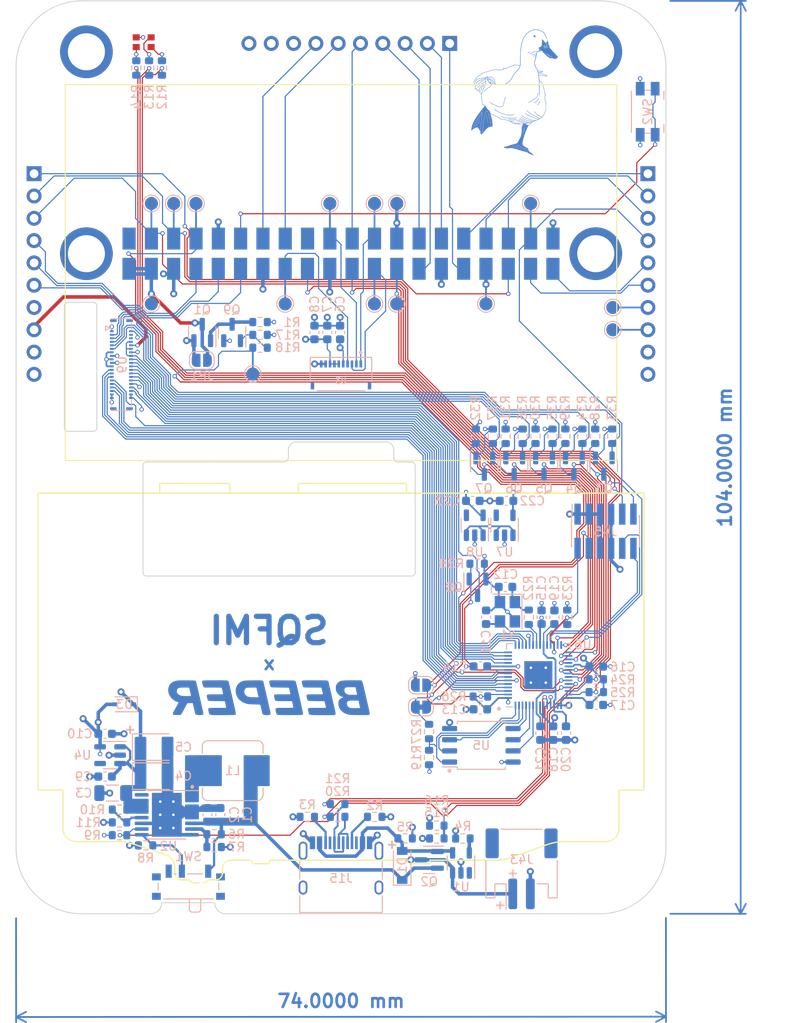
<source format=kicad_pcb>
(kicad_pcb (version 20221018) (generator pcbnew)
  (layers (0 "F.Cu" signal) (1 "In1.Cu" power) (2 "In2.Cu" power) (31 "B.Cu" signal) (34 "B.Paste" user) (35 "F.Paste" user) (36 "B.SilkS" user "B.Silkscreen") (37 "F.SilkS" user "F.Silkscreen") (38 "B.Mask" user) (39 "F.Mask" user) (44 "Edge.Cuts" user))
  (net 0 "")
  (net 1 "GND")
  (net 2 "+3V3")
  (net 3 "/Pi_SDA")
  (net 4 "/Pi_SCL")
  (net 5 "/Pi_GPIO0")
  (net 6 "/Pi_GPIO1")
  (net 7 "/Pi_GPIO20")
  (net 8 "/Pi_GPIO19")
  (net 9 "/Pi_GPIO21")
  (net 10 "+5V")
  (net 11 "/Pi_GPIO14")
  (net 12 "/Pi_GPIO15")
  (net 13 "/Pi_INT")
  (net 14 "/keyboard/ROW1")
  (net 15 "/keyboard/ROW2")
  (net 16 "/keyboard/ROW3")
  (net 17 "/keyboard/ROW4")
  (net 18 "/keyboard/ROW5")
  (net 19 "/keyboard/ROW6")
  (net 20 "/keyboard/ROW7")
  (net 21 "/keyboard/COL1")
  (net 22 "/keyboard/COL2")
  (net 23 "/keyboard/COL7")
  (net 24 "/keyboard/COL6")
  (net 25 "/keyboard/COL5")
  (net 26 "/keyboard/COL4")
  (net 27 "/keyboard/COL3")
  (net 28 "Net-(C11-Pad1)")
  (net 29 "Net-(J15-PadA5)")
  (net 30 "Net-(C19-Pad1)")
  (net 31 "SWCLK")
  (net 32 "SWDIO")
  (net 33 "~{RESET}")
  (net 34 "/keyboard/TP_RESET")
  (net 35 "/keyboard/LED_R")
  (net 36 "/keyboard/TP_SDA")
  (net 37 "/keyboard/LED_G")
  (net 38 "/keyboard/LED_B")
  (net 39 "/keyboard/TP_MOTION")
  (net 40 "/keyboard/TP_SCL")
  (net 41 "/keyboard/TP_SHUTDOWN")
  (net 42 "/keyboard/KB_BL")
  (net 43 "/keyboard/BATT_ADC")
  (net 44 "/keyboard/MIC")
  (net 45 "/keyboard/D-")
  (net 46 "/keyboard/D+")
  (net 47 "/keyboard/QSPI_SD3")
  (net 48 "/keyboard/QSPI_SCLK")
  (net 49 "/keyboard/QSPI_SD0")
  (net 50 "/keyboard/QSPI_SD2")
  (net 51 "/keyboard/QSPI_SD1")
  (net 52 "/keyboard/~{QSPI_CS}")
  (net 53 "/DISP_SCLK")
  (net 54 "/DISP_SI")
  (net 55 "/DISP_CS")
  (net 56 "/DISP_EXTIN")
  (net 57 "Net-(D2-Pad1)")
  (net 58 "Net-(D2-Pad2)")
  (net 59 "Net-(D2-Pad4)")
  (net 60 "/keyboard/Keyboard/TP_SHUTDOWN_1V8")
  (net 61 "/keyboard/Keyboard/TP_SCL_1V8")
  (net 62 "/keyboard/Keyboard/TP_MOTION_1V8")
  (net 63 "/keyboard/Keyboard/TP_SDA_1V8")
  (net 64 "/keyboard/Keyboard/TP_RESET_1V8")
  (net 65 "+2V8")
  (net 66 "+1V8")
  (net 67 "/Pi_GPIO09")
  (net 68 "Net-(JP3-Pad2)")
  (net 71 "VBUS")
  (net 72 "USB_D-")
  (net 73 "USB_D+")
  (net 74 "Net-(C12-Pad1)")
  (net 75 "BOOTSEL")
  (net 77 "Net-(J15-PadB5)")
  (net 78 "/Pi_PWR")
  (net 79 "Net-(C1-Pad1)")
  (net 80 "Net-(Q8-Pad3)")
  (net 81 "Net-(R4-Pad2)")
  (net 82 "/LBO")
  (net 83 "Net-(R6-Pad2)")
  (net 84 "+BATT")
  (net 90 "Net-(L1-Pad2)")
  (net 92 "Net-(J22-Pad1)")
  (net 93 "Net-(J18-Pad1)")
  (net 94 "Net-(J22-Pad17)")
  (net 95 "/Pi_GPIO18")
  (net 96 "Net-(Q1-Pad1)")
  (net 97 "/Button")
  (net 98 "Net-(R8-Pad2)")
  (net 99 "Net-(Q9-Pad1)")
  (net 100 "/PI_HEADER_SWDIO")
  (net 101 "/PI_HEADER_SWCLK")
  (net 102 "/Pi_GPIO6")
  (net 103 "/Pi_GPIO12")
  (net 104 "/Pi_GPIO13")
  (net 105 "/Pi_GPIO26")
  (net 106 "/Pi_GPIO5")
  (net 107 "/Pi_GPIO22")
  (net 108 "/Pi_GPIO27")
  (net 109 "Net-(R10-Pad2)")
  (net 110 "Net-(R22-Pad1)")
  (net 111 "/Pi_GPIO16")
  (footprint "beepy:LS027B7DH01" (layer "F.Cu") (at 91.09 69.5775)
    (fp_text reference "REF**" hide)
    (fp_text value "LS027B7DH01")
  )
  (footprint "MountingHole:MountingHole_2.7mm_M2.5" (layer "F.Cu") (at 62.1 140.5)
    (fp_text reference "H1" hide)
    (fp_text value "MountingHole")
  )
  (footprint "beepy:FM-B2020RGBA-HG" (layer "F.Cu") (at 68.62 45.11)
    (fp_text reference "D2" hide)
    (fp_text value "Notification LED")
  )
  (footprint "beepy:SQFMI-DUCK-LOGO-BMASK" (layer "F.Cu") (at 112.19 50.51)
    (fp_text reference "REF**" hide)
    (fp_text value "SQFMI-DUCK-LOGO")
  )
  (footprint "MountingHole:MountingHole_2.7mm_M2.5" (layer "F.Cu") (at 120.1 140.5)
    (fp_text reference "H2" hide)
    (fp_text value "MountingHole")
  )
  (footprint "Resistor_SMD:R_0603_1608Metric" (layer "B.Cu") (at 81.87 76.9925 180)
    (fp_text reference "R1")
    (fp_text value "10K")
  )
  (footprint "beepy:FDX0019B1" (layer "B.Cu") (at 107.598416 70.92 90)
    (fp_text reference "J27" hide)
    (fp_text value "FDX0019B1")
  )
  (footprint "beepy:FDX0019B1" (layer "B.Cu") (at 99.986838 67.48 -90)
    (fp_text reference "J29" hide)
    (fp_text value "FDX0019B1")
  )
  (footprint "beepy:FDX0019B1" (layer "B.Cu") (at 102.517364 70.92 90)
    (fp_text reference "J25" hide)
    (fp_text value "FDX0019B1")
  )
  (footprint "Package_SO:SSOP-8_5.25x5.24mm_P1.27mm" (layer "B.Cu") (at 107.07 125.21)
    (fp_text reference "U5")
    (fp_text value "GD25Q16xS")
  )
  (footprint "TestPoint:TestPoint_Pad_D1.5mm" (layer "B.Cu") (at 89.824734 63.48 180)
    (fp_text reference "TP5" hide)
    (fp_text value "TestPoint")
  )
  (footprint "beepy:FDX0019B1" (layer "B.Cu") (at 74.571578 70.92 90)
    (fp_text reference "J1" hide)
    (fp_text value "FDX0019B1")
  )
  (footprint "Resistor_SMD:R_0603_1608Metric" (layer "B.Cu") (at 112.47 110.615 90)
    (fp_text reference "R22")
    (fp_text value "1K")
  )
  (footprint "Package_SO:HTSSOP-16-1EP_4.4x5mm_P0.65mm_EP3.4x5mm_Mask2.46x2.31mm_ThermalVias" (layer "B.Cu") (at 71.2575 133.125 180)
    (fp_text reference "U2")
    (fp_text value "TPS61090")
  )
  (footprint "Package_TO_SOT_SMD:SOT-23" (layer "B.Cu") (at 106.64 107.21 -90)
    (fp_text reference "Q8")
    (fp_text value "BSS138")
  )
  (footprint "TestPoint:TestPoint_Pad_D1.5mm" (layer "B.Cu") (at 94.905786 63.48 180)
    (fp_text reference "TP8" hide)
    (fp_text value "TestPoint")
  )
  (footprint "Package_TO_SOT_SMD:SOT-23-5" (layer "B.Cu") (at 109.72 100.14 90)
    (fp_text reference "U7")
    (fp_text value "ME6212C18M5G")
  )
  (footprint "Button_Switch_SMD:Panasonic_EVQPUL_EVQPUC" (layer "B.Cu") (at 126.01 53.03 90)
    (fp_text reference "SW2")
    (fp_text value "Button")
  )
  (footprint "Resistor_SMD:R_0603_1608Metric" (layer "B.Cu") (at 109.84 90.005 90)
    (fp_text reference "R31")
    (fp_text value "10K")
  )
  (footprint "Package_TO_SOT_SMD:SOT-23" (layer "B.Cu") (at 117.61 93.4 -90)
    (fp_text reference "Q4")
    (fp_text value "BSS138")
  )
  (footprint "TestPoint:TestPoint_Pad_D1.5mm" (layer "B.Cu") (at 74.581578 63.48 180)
    (fp_text reference "TP7" hide)
    (fp_text value "TestPoint")
  )
  (footprint "beepy:FDX0019B1" (layer "B.Cu") (at 89.824734 67.48 -90)
    (fp_text reference "J39" hide)
    (fp_text value "FDX0019B1")
  )
  (footprint "Package_TO_SOT_SMD:SOT-23-5" (layer "B.Cu") (at 106.32 100.14 90)
    (fp_text reference "U8")
    (fp_text value "ME6212C28M5G")
  )
  (footprint "beepy:FDX0019B1" (layer "B.Cu") (at 112.679468 70.92 90)
    (fp_text reference "J7" hide)
    (fp_text value "FDX0019B1")
  )
  (footprint "beepy:FDX0019B1" (layer "B.Cu") (at 110.148942 67.48 -90)
    (fp_text reference "J6" hide)
    (fp_text value "FDX0019B1")
  )
  (footprint "Capacitor_SMD:C_0603_1608Metric" (layer "B.Cu") (at 113.79 123.82 -90)
    (fp_text reference "C21")
    (fp_text value "1uF")
  )
  (footprint "TestPoint:TestPoint_Pad_D1.5mm" (layer "B.Cu") (at 94.895786 74.92 180)
    (fp_text reference "TP6" hide)
    (fp_text value "TestPoint")
  )
  (footprint "Capacitor_SMD:C_1206_3216Metric" (layer "B.Cu") (at 65.05 130.65 180)
    (fp_text reference "C3")
    (fp_text value "22uF")
  )
  (footprint "Capacitor_SMD:C_0603_1608Metric" (layer "B.Cu") (at 120.16 120.61)
    (fp_text reference "C17")
    (fp_text value "0.1uF")
  )
  (footprint "Package_TO_SOT_SMD:SOT-23" (layer "B.Cu") (at 110.81 93.405 -90)
    (fp_text reference "Q6")
    (fp_text value "BSS138")
  )
  (footprint "beepy:FDX0019B1" (layer "B.Cu") (at 69.500526 67.48 -90)
    (fp_text reference "J31" hide)
    (fp_text value "FDX0019B1")
  )
  (footprint "Capacitor_SMD:C_0603_1608Metric" (layer "B.Cu") (at 109.94 97.36 180)
    (fp_text reference "C22")
    (fp_text value "0.1uF")
  )
  (footprint "Resistor_SMD:R_0603_1608Metric" (layer "B.Cu") (at 76.64 135.34 180)
    (fp_text reference "R6")
    (fp_text value "2M")
  )
  (footprint "Inductor_SMD:L_Bourns_SRP7028A_7.3x6.6mm" (layer "B.Cu") (at 78.7575 128.095 180)
    (fp_text reference "L1")
    (fp_text value "6.8uH/4A")
  )
  (footprint "Resistor_SMD:R_0603_1608Metric" (layer "B.Cu") (at 65.875 133.99 180)
    (fp_text reference "R11")
    (fp_text value "220K")
  )
  (footprint "TestPoint:TestPoint_Pad_D1.5mm" (layer "B.Cu") (at 69.500526 63.48 180)
    (fp_text reference "TP11" hide)
    (fp_text value "TestPoint")
  )
  (footprint "Resistor_SMD:R_0603_1608Metric" (layer "B.Cu") (at 90.71 133.36)
    (fp_text reference "R20")
    (fp_text value "27R")
  )
  (footprint "TestPoint:TestPoint_Pad_D1.5mm" (layer "B.Cu") (at 122.04 75.33 180)
    (fp_text reference "TP13" hide)
    (fp_text value "TestPoint")
  )
  (footprint "Capacitor_SMD:C_0603_1608Metric" (layer "B.Cu") (at 75.8875 133.125 90)
    (fp_text reference "C2")
    (fp_text value "100nF")
  )
  (footprint "Resistor_SMD:R_0603_1608Metric" (layer "B.Cu") (at 111.78 90.005 90)
    (fp_text reference "R36")
    (fp_text value "10K")
  )
  (footprint "beepy:FDX0019B1" (layer "B.Cu") (at 89.814734 70.92 90)
    (fp_text reference "J21" hide)
    (fp_text value "FDX0019B1")
  )
  (footprint "Capacitor_SMD:C_0603_1608Metric" (layer "B.Cu") (at 106.96 116.22 180)
    (fp_text reference "C14")
    (fp_text value "0.1uF")
  )
  (footprint "TestPoint:TestPoint_Pad_D1.5mm" (layer "B.Cu") (at 107.598416 74.92 180)
    (fp_text reference "TP16" hide)
    (fp_text value "TestPoint")
  )
  (footprint "beepy:FDX0019B1" (layer "B.Cu") (at 92.36526 67.48 -90)
    (fp_text reference "J38" hide)
    (fp_text value "FDX0019B1")
  )
  (footprint "beepy:FDX0019B1" (layer "B.Cu") (at 99.976838 70.92 90)
    (fp_text reference "J30" hide)
    (fp_text value "FDX0019B1")
  )
  (footprint "Jumper:SolderJumper-2_P1.3mm_Open_RoundedPad1.0x1.5mm" (layer "B.Cu") (at 75.24 81.35)
    (fp_text reference "JP1")
    (fp_text value "PI PWR")
  )
  (footprint "Resistor_SMD:R_0603_1608Metric" (layer "B.Cu") (at 120.04 90 90)
    (fp_text reference "R28")
    (fp_text value "10K")
  )
  (footprint "Capacitor_SMD:C_0603_1608Metric" (layer "B.Cu") (at 64.23 123.9 180)
    (fp_text reference "C10")
    (fp_text value "10uF")
  )
  (footprint "Resistor_SMD:R_0603_1608Metric" (layer "B.Cu") (at 76.64 136.8)
    (fp_text reference "R7")
    (fp_text value "360K")
  )
  (footprint "Resistor_SMD:R_0603_1608Metric" (layer "B.Cu") (at 113.24 90 90)
    (fp_text reference "R30")
    (fp_text value "10K")
  )
  (footprint "TestPoint:TestPoint_Pad_D1.5mm" (layer "B.Cu") (at 72.041052 63.48 180)
    (fp_text reference "TP12" hide)
    (fp_text value "TestPoint")
  )
  (footprint "beepy:QFN-56-1EP_7x7mm_P0.4mm_EP5.6x5.6mm" (layer "B.Cu") (at 113.56 117.22)
    (fp_text reference "U6")
    (fp_text value "RP2040")
  )
  (footprint "Resistor_SMD:R_0603_1608Metric" (layer "B.Cu") (at 101.12 123.64 -90)
    (fp_text reference "R27")
    (fp_text value "1K")
  )
  (footprint "Capacitor_SMD:C_0603_1608Metric" (layer "B.Cu") (at 77.3475 133.125 90)
    (fp_text reference "C1")
    (fp_text value "10uF")
  )
  (footprint "Resistor_SMD:R_0603_1608Metric" (layer "B.Cu") (at 106.44 90.005 90)
    (fp_text reference "R32")
    (fp_text value "10K")
  )
  (footprint "beepy:FDX0019B1" (layer "B.Cu") (at 87.274208 70.92 90)
    (fp_text reference "J11" hide)
    (fp_text value "FDX0019B1")
  )
  (footprint "Capacitor_SMD:C_0603_1608Metric" (layer "B.Cu") (at 89.53 78.18 90)
    (fp_text reference "C7")
    (fp_text value "1uF")
  )
  (footprint "Resistor_SMD:R_0603_1608Metric" (layer "B.Cu") (at 98.388911 135.816)
    (fp_text reference "R5")
    (fp_text value "100K")
  )
  (footprint "Capacitor_SMD:C_0603_1608Metric" (layer "B.Cu") (at 113.93 110.615 90)
    (fp_text reference "C15")
    (fp_text value "0.1uF")
  )
  (footprint "beepy:FDX0019B1" (layer "B.Cu") (at 110.138942 70.92 90)
    (fp_text reference "J3" hide)
    (fp_text value "FDX0019B1")
  )
  (footprint "TestPoint:TestPoint_Pad_D1.5mm" (layer "B.Cu") (at 81.045 82.9125 180)
    (fp_text reference "TP10" hide)
    (fp_text value "TestPoint")
  )
  (footprint "Resistor_SMD:R_0603_1608Metric" (layer "B.Cu") (at 120.16 119.15 180)
    (fp_text reference "R25")
    (fp_text value "4.7K")
  )
  (footprint "TestPoint:TestPoint_Pad_D1.5mm" (layer "B.Cu") (at 69.490526 74.92 180)
    (fp_text reference "TP4" hide)
    (fp_text value "TestPoint")
  )
  (footprint "Capacitor_SMD:C_0603_1608Metric" (layer "B.Cu") (at 109.825 107.16 180)
    (fp_text reference "C12")
    (fp_text value "12pF")
  )
  (footprint "beepy:HRS_FH34SRJ-10S-0.5SH(50)" (layer "B.Cu") (at 91.09 82.9125 180)
    (fp_text reference "U3")
    (fp_text value "LS027B7DH01")
  )
  (footprint "Resistor_SMD:R_0603_1608Metric" (layer "B.Cu") (at 70.7 48.045 90)
    (fp_text reference "R12")
    (fp_text value "220")
  )
  (footprint "Resistor_SMD:R_0603_1608Metric" (layer "B.Cu") (at 104.968911 135.826)
    (fp_text reference "R4")
    (fp_text value "10K")
  )
  (footprint "Package_TO_SOT_SMD:SOT-23-5" (layer "B.Cu") (at 104.748911 138.606 90)
    (fp_text reference "U1")
    (fp_text value "TP4054")
  )
  (footprint "Connector_PinHeader_2.54mm:PinHeader_1x10_P2.54mm_Vertical" (layer "B.Cu") (at 126.04 60.09 180)
    (fp_text reference "J44" hide)
    (fp_text value "Header 1")
  )
  (footprint "beepy:FDX0019B1" (layer "B.Cu") (at 77.122104 67.48 -90)
    (fp_text reference "J17" hide)
    (fp_text value "FDX0019B1")
  )
  (footprint "beepy:FDX0019B1" (layer "B.Cu") (at 72.031052 70.92 90)
    (fp_text reference "J16" hide)
    (fp_text value "FDX0019B1")
  )
  (footprint "Resistor_SMD:R_0603_1608Metric" (layer "B.Cu") (at 81.87 79.9125)
    (fp_text reference "R18")
    (fp_text value "330")
  )
  (footprint "Diode_SMD:D_SOD-323" (layer "B.Cu") (at 66.4 120.54 180)
    (fp_text reference "D3")
    (fp_text value "D_Schottky_Small")
  )
  (footprint "MountingHole:MountingHole_2.5mm_Pad" (layer "B.Cu") (at 62.1 46.2 180)
    (fp_text reference "M1" hide)
    (fp_text value "MountingHole_2.5mm_Pad")
  )
  (footprint "Capacitor_SMD:C_0603_1608Metric" (layer "B.Cu") (at 115.39 110.62 90)
    (fp_text reference "C19")
    (fp_text value "0.1uF")
  )
  (footprint "Package_TO_SOT_SMD:SOT-23-5" (layer "B.Cu") (at 64.7975 126.33 180)
    (fp_text reference "U4")
    (fp_text value "AP2112K-3.3")
  )
  (footprint "beepy:FDX0019B1" (layer "B.Cu") (at 84.743682 67.48 -90)
    (fp_text reference "J9" hide)
    (fp_text value "FDX0019B1")
  )
  (footprint "Resistor_SMD:R_0603_1608Metric" (layer "B.Cu") (at 116.85 110.625 -90)
    (fp_text reference "R23")
    (fp_text value "10K")
  )
  (footprint "beepy:SQFMI-DUCK-LOGO-BCU" (layer "B.Cu") (at 112.19 50.51)
    (fp_text reference "REFe" hide)
    (fp_text value "SQFMI-DUCK-LOGO")
  )
  (footprint "Capacitor_SMD:C_0603_1608Metric" (layer "B.Cu") (at 90.99 78.18 90)
    (fp_text reference "C6")
    (fp_text value "100nF")
  )
  (footprint "TestPoint:TestPoint_Pad_D1.5mm" (layer "B.Cu") (at 112.689468 63.48 180)
    (fp_text reference "TP17" hide)
    (fp_text value "TestPoint")
  )
  (footprint "Resistor_SMD:R_0603_1608Metric" (layer "B.Cu") (at 101.12 126.6 -90)
    (fp_text reference "R19")
    (fp_text value "10K")
  )
  (footprint "Resistor_SMD:R_0603_1608Metric" (layer "B.Cu") (at 90.71 131.9)
    (fp_text reference "R21")
    (fp_text value "27R")
  )
  (footprint "Capacitor_Tantalum_SMD:CP_EIA-3528-15_AVX-H" (layer "B.Cu") (at 69.8 125.4125)
    (fp_text reference "C5")
    (fp_text value "100uF")
  )
  (footprint "Capacitor_SMD:C_0603_1608Metric" (layer "B.Cu") (at 64.23 128.77 180)
    (fp_text reference "C9")
    (fp_text value "10uF")
  )
  (footprint "Resistor_SMD:R_0603_1608Metric" (layer "B.Cu") (at 121.98 90 90)
    (fp_text reference "R33")
    (fp_text value "10K")
  )
  (footprint "beepy:FDX0019B1" (layer "B.Cu") (at 82.193156 70.92 90)
    (fp_text reference "J19" hide)
    (fp_text value "FDX0019B1")
  )
  (footprint "beepy:FDX0019B1" (layer "B.Cu") (at 82.203156 67.48 -90)
    (fp_text reference "J14" hide)
    (fp_text value "FDX0019B1")
  )
  (footprint "beepy:FDX0019B1" (layer "B.Cu") (at 66.95 70.92 90)
    (fp_text reference "J18" hide)
    (fp_text value "FDX0019B1")
  )
  (footprint "Resistor_SMD:R_0603_1608Metric" (layer "B.Cu") (at 116.64 90 90)
    (fp_text reference "R29")
    (fp_text value "10K")
  )
  (footprint "Package_TO_SOT_SMD:SOT-23" (layer "B.Cu") (at 121.01 93.4 -90)
    (fp_text reference "Q3")
    (fp_text value "BSS138")
  )
  (footprint "Package_TO_SOT_SMD:SOT-23" (layer "B.Cu") (at 114.21 93.4 -90)
    (fp_text reference "Q5")
    (fp_text value "BSS138")
  )
  (footprint "beepy:FDX0019B1" (layer "B.Cu") (at 115.23 67.48 -90)
    (fp_text reference "J28" hide)
    (fp_text value "FDX0019B1")
  )
  (footprint "Connector_JST:JST_PH_S2B-PH-SM4-TB_1x02-1MP_P2.00mm_Horizontal" (layer "B.Cu") (at 111.65 139.28)
    (fp_text reference "J43")
    (fp_text value "Battery")
  )
  (footprint "Resistor_SMD:R_0603_1608Metric" (layer "B.Cu") (at 94.93 133.36 180)
    (fp_text reference "R2")
    (fp_text value "5.1K")
  )
  (footprint "beepy:FDX0019B1" (layer "B.Cu") (at 77.112104 70.92 90)
    (fp_text reference "J2" hide)
    (fp_text value "FDX0019B1")
  )
  (footprint "beepy:BM20B(0.8)-40DS-0.4V" (layer "B.Cu") (at 66.08875 81.84 -90)
    (fp_text reference "U9")
    (fp_text value "BBQ20KBD")
  )
  (footprint "beepy:FDX0019B1" (layer "B.Cu") (at 105.05789 70.92 90)
    (fp_text reference "J41" hide)
    (fp_text value "FDX0019B1")
  )
  (footprint "beepy:FDX0019B1" (layer "B.Cu") (at 97.446312 67.48 -90)
    (fp_text reference "J23" hide)
    (fp_text value "FDX0019B1")
  )
  (footprint "beepy:FDX0019B1" (layer "B.Cu") (at 69.490526 70.92 90)
    (fp_text reference "J20" hide)
    (fp_text value "FDX0019B1")
  )
  (footprint "MountingHole:MountingHole_2.5mm_Pad" (layer "B.Cu") (at 120.1 69.2 180)
    (fp_text reference "M3" hide)
    (fp_text value "MountingHole_2.5mm_Pad")
  )
  (footprint "beepy:FDX0019B1" (layer "B.Cu") (at 92.35526 70.92 90)
    (fp_text reference "J12" hide)
    (fp_text value "FDX0019B1")
  )
  (footprint "MountingHole:MountingHole_2.5mm_Pad" (layer "B.Cu") (at 120.1 46.2 180)
    (fp_text reference "M4" hide)
    (fp_text value "MountingHole_2.5mm_Pad")
  )
  (footprint "Jumper:SolderJumper-2_P1.3mm_Bridged_RoundedPad1.0x1.5mm" (layer "B.Cu") (at 100.2 120.86 180)
    (fp_text reference "JP2" hide)
    (fp_text value "BOOTSEL_JUMPER")
  )
  (footprint "Connector_USB:USB_C_Receptacle_HRO_TYPE-C-31-M-12" (layer "B.Cu") (at 91.09 140.36 180)
    (fp_text reference "J15")
    (fp_text value "USB_C_Receptacle_USB2.0")
  )
  (footprint "beepy:FDX0019B1" (layer "B.Cu") (at 94.895786 70.92 90)
    (fp_text reference "J37" hide)
    (fp_text value "FDX0019B1")
  )
  (footprint "Package_TO_SOT_SMD:SOT-23" (layer "B.Cu") (at 78.69 78.1775 90)
    (fp_text reference "Q9")
    (fp_text value "S8050")
  )
  (footprint "Resistor_SMD:R_0603_1608Metric" (layer "B.Cu") (at 81.87 78.4525 180)
    (fp_text reference "R17")
    (fp_text value "10K")
  )
  (footprint "Capacitor_SMD:C_0603_1608Metric" (layer "B.Cu") (at 115.25 123.82 -90)
    (fp_text reference "C18")
    (fp_text value "1uF")
  )
  (footprint "beepy:FDX0019B1" (layer "B.Cu") (at 79.65263 70.92 90)
    (fp_text reference "J5" hide)
    (fp_text value "FDX0019B1")
  )
  (footprint "Package_TO_SOT_SMD:SOT-23" (layer "B.Cu") (at 75.29 78.1775 90)
    (fp_text reference "Q1")
    (fp_text value "SI2301")
  )
  (footprint "beepy:FDX0019B1" (layer "B.Cu") (at 79.66263 67.48 -90)
    (fp_text reference "J4" hide)
    (fp_text value "FDX0019B1")
  )
  (footprint "Resistor_SMD:R_0603_1608Metric" (layer "B.Cu") (at 68.84 136.61)
    (fp_text reference "R8")
    (fp_text value "100K")
  )
  (footprint "beepy:beepy_logo_2" (layer "B.Cu") (at 82.915347 119.76 180)
    (fp_text reference "G***" hide)
    (fp_text value "LOGO" hide)
  )
  (footprint "beepy:FDX0019B1" (layer "B.Cu") (at 102.527364 67.48 -90)
    (fp_text reference "J34" hide)
    (fp_text value "FDX0019B1")
  )
  (footprint "Resistor_SMD:R_0603_1608Metric" (layer "B.Cu") (at 102 135.82)
    (fp_text reference "R15")
    (fp_text value "100K")
  )
  (footprint "Resistor_SMD:R_0603_1608Metric" (layer "B.Cu") (at 120.16 117.69)
    (fp_text reference "R24")
    (fp_text value "4.7K")
  )
  (footprint "Package_TO_SOT_SMD:SOT-23" (layer "B.Cu") (at 101.128911 138.256 180)
    (fp_text reference "Q2")
    (fp_text value "SI2301")
  )
  (footprint "Capacitor_SMD:C_0603_1608Metric" (layer "B.Cu") (at 107.61 110.615 90)
    (fp_text reference "C11")
    (fp_text value "12pF")
  )
  (footprint "Diode_SMD:D_SOD-123" (layer "B.Cu") (at 98.058911 138.896 90)
    (fp_text reference "D1")
    (fp_text value "B5819W")
  )
  (footprint "beepy:FDX0019B1" (layer "B.Cu") (at 84.733682 70.92 90)
    (fp_text reference "J10" hide)
    (fp_text value "FDX0019B1")
  )
  (footprint "Capacitor_Tantalum_SMD:CP_EIA-3528-15_AVX-H" (layer "B.Cu") (at 69.8025 128.7225)
    (fp_text reference "C4")
    (fp_text value "100uF")
  )
  (footprint "TestPoint:TestPoint_Pad_D1.5mm" (layer "B.Cu") (at 97.436312 74.92 180)
    (fp_text reference "TP9" hide)
    (fp_text value "TestPoint")
  )
  (footprint "beepy:FDX0019B1" (layer "B.Cu") (at 72.041052 67.48 -90)
    (fp_text reference "J32" hide)
    (fp_text value "FDX0019B1")
  )
  (footprint "Jumper:SolderJumper-2_P1.3mm_Open_RoundedPad1.0x1.5mm" (layer "B.Cu") (at 100.2 118.36)
    (fp_text reference "JP3" hide)
    (fp_text value "SJ_MIC_VDD")
  )
  (footprint "Capacitor_SMD:C_0603_1608Metric" (layer "B.Cu") (at 88.07 78.18 90)
    (fp_text reference "C8")
    (fp_text value "100nF")
  )
  (footprint "Resistor_SMD:R_0603_1608Metric" (layer "B.Cu") (at 65.87 135.45 180)
    (fp_text reference "R9")
    (fp_text value "1M")
  )
  (footprint "beepy:FDX0019B1" (layer "B.Cu") (at 94.905786 67.48 -90)
    (fp_text reference "J40" hide)
    (fp_text value "FDX0019B1")
  )
  (footprint "TestPoint:TestPoint_Pad_D1.5mm" (layer "B.Cu") (at 84.733682 74.92 180)
    (fp_text reference "TP1" hide)
    (fp_text value "TestPoint")
  )
  (footprint "Resistor_SMD:R_0603_1608Metric" (layer "B.Cu") (at 106.96 119.65)
    (fp_text reference "R26")
    (fp_text value "10K")
  )
  (footprint "beepy:FDX0019B1" (layer "B.Cu") (at 105.06789 67.48 -90)
    (fp_text reference "J35" hide)
    (fp_text value "FDX0019B1")
  )
  (footprint "Connector_PinHeader_2.54mm:PinHeader_1x10_P2.54mm_Vertical" (layer "B.Cu") (at 56.14 60.09 180)
    (fp_text reference "J47" hide)
    (fp_text value "Header 3")
  )
  (footprint "MountingHole:MountingHole_2.5mm_Pad" (layer "B.Cu") (at 62.1 69.2 180)
    (fp_text reference "M2" hide)
    (fp_text value "MountingHole_2.5mm_Pad")
  )
  (footprint "Resistor_SMD:R_0603_1608Metric" (layer "B.Cu") (at 108.38 90.005 90)
    (fp_text reference "R37")
    (fp_text value "10K")
  )
  (footprint "Resistor_SMD:R_0603_1608Metric" (layer "B.Cu") (at 69.24 48.045 90)
    (fp_text reference "R13")
    (fp_text value "100")
  )
  (footprint "Resistor_SMD:R_0603_1608Metric" (layer "B.Cu") (at 106.595 104.52)
    (fp_text reference "R38")
    (fp_text value "10K")
  )
  (footprint "TestPoint:TestPoint_Pad_D1.5mm" (layer "B.Cu") (at 122.04 77.87 180)
    (fp_text reference "TP14" hide)
    (fp_text value "TestPoint")
  )
  (footprint "beepy:FDX0019B1" (layer "B.Cu") (at 87.284208 67.48 -90)
    (fp_text reference "J26" hide)
    (fp_text value "FDX0019B1")
  )
  (footprint "Resistor_SMD:R_0603_1608Metric" (layer "B.Cu") (at 118.58 90 90)
    (fp_text reference "R34")
    (fp_text value "10K")
  )
  (footprint "beepy:FDX0019B1" (layer "B.Cu") (at 107.608416 67.48 -90)
    (fp_text reference "J42" hide)
    (fp_text value "FDX0019B1")
  )
  (footprint "Capacitor_SMD:C_0603_1608Metric" (layer "B.Cu") (at 120.16 116.23)
    (fp_text reference "C16")
    (fp_text value "0.1uF")
  )
  (footprint "Resistor_SMD:R_0603_1608Metric" (layer "B.Cu") (at 67.78 48.045 90)
    (fp_text reference "R14")
    (fp_text value "100")
  )
  (footprint "beepy:FDX0019B1" (layer "B.Cu") (at 115.22 70.92 90)
    (fp_text reference "J8" hide)
    (fp_text value "FDX0019B1")
  )
  (footprint "Connector_PinHeader_2.54mm:PinHeader_1x10_P2.54mm_Vertical" (layer "B.Cu") (at 103.47 45.25 90)
    (fp_text reference "J46" hide)
    (fp_text value "Header 2")
  )
  (footprint "Resistor_SMD:R_0603_1608Metric" (layer "B.Cu") (at 115.18 90 90)
    (fp_text reference "R35")
    (fp_text value "10K")
  )
  (footprint "Capacitor_SMD:C_0603_1608Metric" (layer "B.Cu") (at 106.96 121.11 180)
    (fp_text reference "C13")
    (fp_text value "0.1uF")
  )
  (footprint "TestPoint:TestPoint_Pad_D1.5mm" (layer "B.Cu") (at 97.446312 63.48 180)
    (fp_text reference "TP15" hide)
    (fp_text value "TestPoint")
  )
  (footprint "Button_Switch_SMD:SW_SPDT_PCM12" (layer "B.Cu") (at 73.72 140.98 180)
    (fp_text reference "SW1")
    (fp_text value "ON/OFF")
  )
  (footprint "beepy:FDX0019B1" (layer "B.Cu") (at 74.581578 67.48 -90)
    (fp_text reference "J33" hide)
    (fp_text value "FDX0019B1")
  )
  (footprint "Resistor_SMD:R_0603_1608Metric" (layer "B.Cu") (at 102 134.36 180)
    (fp_text reference "R16")
    (fp_text value "100K")
  )
  (footprint "Resistor_SMD:R_0603_1608Metric" (layer "B.Cu") (at 87.25 133.36)
    (fp_text reference "R3")
    (fp_text value "5.1K")
  )
  (footprint "Resistor_SMD:R_0603_1608Metric" (layer "B.Cu") (at 65.875 132.53 180)
    (fp_text reference "R10")
    (fp_text value "2M")
  )
  (footprint "beepy:FDX0019B1" (layer "B.Cu") (at 97.436312 70.92 90)
    (fp_text reference "J36" hide)
    (fp_text value "FDX0019B1")
  )
  (footprint "Connector_PinHeader_1.27mm:PinHeader_2x06_P1.27mm_Vertical_SMD" (layer "B.Cu") (at 121.21 100.82 -90)
    (fp_text reference "J45")
    (fp_text value "PRG_HEADER")
  )
  (footprint "beepy:FDX0019B1" (layer "B.Cu") (at 112.689468 67.48 -90)
    (fp_text reference "J13" hide)
    (fp_text value "FDX0019B1")
  )
  (footprint "Capacitor_SMD:C_0603_1608Metric" (layer "B.Cu") (at 116.71 123.82 -90)
    (fp_text reference "C20")
    (fp_text value "0.1uF")
  )
  (footprint "beepy:FDX0019B1" (layer "B.Cu") (at 66.96 67.48 -90)
    (fp_text reference "J24" hide)
    (fp_text value "FDX0019B1")
  )
  (footprint "Package_TO_SOT_SMD:SOT-23" (layer "B.Cu") (at 107.41 93.405 -90)
    (fp_text reference "Q7")
    (fp_text value "BSS138")
  )
  (footprint "Capacitor_SMD:C_0603_1608Metric" (layer "B.Cu") (at 106.1 97.36)
    (fp_text reference "C23")
    (fp_text value "0.1uF")
  )
  (footprint "Crystal:Crystal_SMD_3225-4Pin_3.2x2.5mm" (layer "B.Cu") (at 110.04 109.995 -90)
    (fp_text reference "Y1")
    (fp_text value "XYDBPCNANF-12MHZ")
  )
  (gr_line (start 56.598501 96.482001) (end 125.5815 96.482001) (stroke (width 0.15)) (layer "F.SilkS"))
  (gr_line locked (start 107.034717 138.296) (end 108.75345 138.296) (stroke (width 0.15)) (layer "F.SilkS"))
  (gr_line locked (start 98.553678 96.482001) (end 98.553678 95.371001) (stroke (width 0.15)) (layer "F.SilkS"))
  (gr_line locked (start 99.293536 138.7) (end 100.202984 138.7) (stroke (width 0.15)) (layer "F.SilkS"))
  (gr_line locked (start 67.504167 136.476132) (end 71.111883 137.65798) (stroke (width 0.15)) (layer "F.SilkS"))
  (gr_arc locked (start 75.747719 140.777843) (mid 75.576284 140.867228) (end 75.385422 140.898068) (stroke (width 0.15)) (layer "F.SilkS"))
  (gr_line locked (start 80.929179 138.296) (end 80.929179 138.397) (stroke (width 0.15)) (layer "F.SilkS"))
  (gr_line locked (start 86.231679 95.371001) (end 86.231679 96.482001) (stroke (width 0.15)) (layer "F.SilkS"))
  (gr_line locked (start 98.553678 95.371001) (end 86.231679 95.371001) (stroke (width 0.15)) (layer "F.SilkS"))
  (gr_arc locked (start 74.426038 140.898068) (mid 74.22262 140.862906) (end 74.042807 140.761503) (stroke (width 0.15)) (layer "F.SilkS"))
  (gr_line locked (start 99.091536 138.296) (end 99.091536 138.498) (stroke (width 0.15)) (layer "F.SilkS"))
  (gr_line locked (start 116.596318 136.175) (end 121.2385 136.175) (stroke (width 0.15)) (layer "F.SilkS"))
  (gr_arc locked (start 77.590113 139.306) (mid 77.885934 138.591814) (end 78.600113 138.296) (stroke (width 0.15)) (layer "F.SilkS"))
  (gr_line locked (start 78.430946 95.371001) (end 70.451946 95.371001) (stroke (width 0.15)) (layer "F.SilkS"))
  (gr_arc locked (start 122.7535 134.66) (mid 122.309765 135.731254) (end 121.2385 136.175) (stroke (width 0.15)) (layer "F.SilkS"))
  (gr_arc locked (start 81.232179 138.7) (mid 81.017898 138.611269) (end 80.929179 138.397) (stroke (width 0.15)) (layer "F.SilkS"))
  (gr_line locked (start 70.451946 95.371001) (end 70.451946 96.482001) (stroke (width 0.15)) (layer "F.SilkS"))
  (gr_line locked (start 56.598501 96.482001) (end 56.598501 130.317) (stroke (width 0.15)) (layer "F.SilkS"))
  (gr_line locked (start 78.600113 138.296) (end 80.929179 138.296) (stroke (width 0.15)) (layer "F.SilkS"))
  (gr_line locked (start 77.590113 139.771643) (end 77.590113 139.306) (stroke (width 0.15)) (layer "F.SilkS"))
  (gr_arc locked (start 110.459418 137.999122) (mid 109.619254 138.221229) (end 108.75345 138.296) (stroke (width 0.15)) (layer "F.SilkS"))
  (gr_line locked (start 101.230178 138.498) (end 101.230178 138.296) (stroke (width 0.15)) (layer "F.SilkS"))
  (gr_line locked (start 73.771305 140.539858) (end 74.042807 140.761503) (stroke (width 0.15)) (layer "F.SilkS"))
  (gr_line locked (start 101.230178 138.296) (end 107.034717 138.296) (stroke (width 0.15)) (layer "F.SilkS"))
  (gr_line locked (start 110.459419 137.999123) (end 114.549157 136.531254) (stroke (width 0.15)) (layer "F.SilkS"))
  (gr_line locked (start 82.985633 138.397) (end 82.985633 138.296) (stroke (width 0.15)) (layer "F.SilkS"))
  (gr_line locked (start 72.155247 139.097697) (end 72.155247 139.782358) (stroke (width 0.15)) (layer "F.SilkS"))
  (gr_arc locked (start 65.617626 136.175) (mid 66.572838 136.250755) (end 67.504167 136.476132) (stroke (width 0.15)) (layer "F.SilkS"))
  (gr_arc locked (start 77.590113 139.771643) (mid 77.36823 140.30724) (end 76.832613 140.529143) (stroke (width 0.15)) (layer "F.SilkS"))
  (gr_line locked (start 56.598501 130.317) (end 59.426501 130.317) (stroke (width 0.15)) (layer "F.SilkS"))
  (gr_line locked (start 125.5815 96.482001) (end 98.553678 96.482001) (stroke (width 0.15)) (layer "F.SilkS"))
  (gr_arc locked (start 101.230178 138.498) (mid 101.171016 138.64085) (end 101.028178 138.7) (stroke (width 0.15)) (layer "F.SilkS"))
  (gr_line locked (start 122.7535 130.317) (end 125.5815 130.317) (stroke (width 0.15)) (layer "F.SilkS"))
  (gr_arc locked (start 71.111882 137.65798) (mid 71.866977 138.208683) (end 72.155247 139.097697) (stroke (width 0.15)) (layer "F.SilkS"))
  (gr_line locked (start 122.7535 134.66) (end 122.7535 130.317) (stroke (width 0.15)) (layer "F.SilkS"))
  (gr_arc locked (start 114.549156 136.531253) (mid 115.557353 136.264724) (end 116.596318 136.175) (stroke (width 0.15)) (layer "F.SilkS"))
  (gr_line locked (start 59.426501 130.317) (end 59.426501 134.66) (stroke (width 0.15)) (layer "F.SilkS"))
  (gr_line locked (start 60.941501 136.175) (end 65.617626 136.175) (stroke (width 0.15)) (layer "F.SilkS"))
  (gr_line locked (start 76.08118 140.529143) (end 76.832613 140.529143) (stroke (width 0.15)) (layer "F.SilkS"))
  (gr_arc locked (start 60.941501 136.175) (mid 59.870257 135.731254) (end 59.426501 134.66) (stroke (width 0.15)) (layer "F.SilkS"))
  (gr_line locked (start 74.426039 140.898068) (end 75.385422 140.898068) (stroke (width 0.15)) (layer "F.SilkS"))
  (gr_line locked (start 86.231679 96.482001) (end 78.430946 96.482001) (stroke (width 0.15)) (layer "F.SilkS"))
  (gr_arc locked (start 72.912747 140.539858) (mid 72.377121 140.317993) (end 72.155247 139.782358) (stroke (width 0.15)) (layer "F.SilkS"))
  (gr_line locked (start 78.430946 96.482001) (end 78.430946 95.371001) (stroke (width 0.15)) (layer "F.SilkS"))
  (gr_line locked (start 81.232179 138.7) (end 82.682633 138.7) (stroke (width 0.15)) (layer "F.SilkS"))
  (gr_line locked (start 100.202984 138.7) (end 101.028178 138.7) (stroke (width 0.15)) (layer "F.SilkS"))
  (gr_line locked (start 70.451946 96.482001) (end 56.598501 96.482001) (stroke (width 0.15)) (layer "F.SilkS"))
  (gr_line locked (start 82.985633 138.296) (end 99.091536 138.296) (stroke (width 0.15)) (layer "F.SilkS"))
  (gr_arc locked (start 82.985633 138.397) (mid 82.896886 138.611252) (end 82.682633 138.7) (stroke (width 0.15)) (layer "F.SilkS"))
  (gr_arc locked (start 99.293536 138.7) (mid 99.1507 138.640836) (end 99.091536 138.498) (stroke (width 0.15)) (layer "F.SilkS"))
  (gr_line locked (start 125.5815 130.317) (end 125.5815 96.482001) (stroke (width 0.15)) (layer "F.SilkS"))
  (gr_line locked (start 75.747718 140.777842) (end 76.08118 140.529143) (stroke (width 0.15)) (layer "F.SilkS"))
  (gr_line locked (start 72.912747 140.539858) (end 73.771305 140.539858) (stroke (width 0.15)) (layer "F.SilkS"))
  (gr_arc (start 68.545686 93.329999) (mid 68.662844 93.047157) (end 68.945687 92.93) (stroke (width 0.1)) (layer "Edge.Cuts"))
  (gr_arc (start 99.540002 105.524315) (mid 99.422844 105.807157) (end 99.140001 105.924314) (stroke (width 0.1)) (layer "Edge.Cuts"))
  (gr_arc (start 62.89 74.74) (mid 63.172842 74.857158) (end 63.29 75.14) (stroke (width 0.1)) (layer "Edge.Cuts"))
  (gr_arc (start 59.99 89.44) (mid 59.707158 89.322843) (end 59.59 89.04) (stroke (width 0.1)) (layer "Edge.Cuts"))
  (gr_line (start 99.540002 105.524315) (end 99.540001 93.33) (stroke (width 0.1)) (layer "Edge.Cuts"))
  (gr_arc (start 97.593553 92.926447) (mid 97.24 92.78) (end 97.093553 92.426447) (stroke (width 0.1)) (layer "Edge.Cuts"))
  (gr_arc (start 99.140002 92.929999) (mid 99.422844 93.047157) (end 99.540001 93.33) (stroke (width 0.1)) (layer "Edge.Cuts"))
  (gr_line (start 97.093553 92.426447) (end 97.097105 91.539888) (stroke (width 0.1)) (layer "Edge.Cuts"))
  (gr_arc (start 85.100112 91.547105) (mid 85.356347 90.921338) (end 85.98 90.66) (stroke (width 0.1)) (layer "Edge.Cuts"))
  (gr_arc (start 70.676117 143.146117) (mid 70.31 144.03) (end 69.426117 144.396117) (stroke (width 0.1)) (layer "Edge.Cuts"))
  (gr_line (start 54.09 136.9) (end 54.09 47.9) (stroke (width 0.1)) (layer "Edge.Cuts"))
  (gr_line (start 69.426117 144.396117) (end 61.59 144.4) (stroke (width 0.1)) (layer "Edge.Cuts"))
  (gr_line (start 120.59 40.4) (end 61.59 40.4) (stroke (width 0.1)) (layer "Edge.Cuts"))
  (gr_arc (start 63.290001 89.040001) (mid 63.172843 89.322843) (end 62.89 89.44) (stroke (width 0.1)) (layer "Edge.Cuts"))
  (gr_arc (start 85.096447 92.426447) (mid 84.95 92.78) (end 84.596447 92.926447) (stroke (width 0.1)) (layer "Edge.Cuts"))
  (gr_line (start 96.21 90.66) (end 85.98 90.66) (stroke (width 0.1)) (layer "Edge.Cuts"))
  (gr_line (start 68.545686 93.329999) (end 68.545687 105.524314) (stroke (width 0.1)) (layer "Edge.Cuts"))
  (gr_arc (start 96.21 90.66) (mid 96.835767 90.916235) (end 97.097105 91.539888) (stroke (width 0.1)) (layer "Edge.Cuts"))
  (gr_line (start 120.59 144.4) (end 77.963883 144.396117) (stroke (width 0.1)) (layer "Edge.Cuts"))
  (gr_line (start 62.89 74.74) (end 60 74.74) (stroke (width 0.1)) (layer "Edge.Cuts"))
  (gr_line (start 63.29 75.14) (end 63.29 89.04) (stroke (width 0.1)) (layer "Edge.Cuts"))
  (gr_line (start 76.713883 143.146117) (end 70.676117 143.146117) (stroke (width 0.1)) (layer "Edge.Cuts"))
  (gr_line (start 62.89 89.44) (end 59.99 89.44) (stroke (width 0.1)) (layer "Edge.Cuts"))
  (gr_line (start 99.140002 92.929999) (end 97.593553 92.926447) (stroke (width 0.1)) (layer "Edge.Cuts"))
  (gr_arc (start 68.945686 105.924315) (mid 68.662844 105.807157) (end 68.545687 105.524314) (stroke (width 0.1)) (layer "Edge.Cuts"))
  (gr_arc (start 128.09 136.9) (mid 125.893301 142.203301) (end 120.59 144.4) (stroke (width 0.1)) (layer "Edge.Cuts"))
  (gr_arc (start 120.59 40.4) (mid 125.893301 42.596699) (end 128.09 47.9) (stroke (width 0.1)) (layer "Edge.Cuts"))
  (gr_line (start 68.945686 105.924315) (end 99.140001 105.924314) (stroke (width 0.1)) (layer "Edge.Cuts"))
  (gr_arc (start 59.59 75.14) (mid 59.712157 74.855087) (end 60 74.74) (stroke (width 0.1)) (layer "Edge.Cuts"))
  (gr_arc (start 54.09 47.9) (mid 56.286699 42.596699) (end 61.59 40.4) (stroke (width 0.1)) (layer "Edge.Cuts"))
  (gr_line (start 128.09 47.9) (end 128.09 136.9) (stroke (width 0.1)) (layer "Edge.Cuts"))
  (gr_arc (start 61.59 144.4) (mid 56.286699 142.203301) (end 54.09 136.9) (stroke (width 0.1)) (layer "Edge.Cuts"))
  (gr_arc (start 77.963883 144.396117) (mid 77.08 144.03) (end 76.713883 143.146117) (stroke (width 0.1)) (layer "Edge.Cuts"))
  (gr_line (start 85.100112 91.547105) (end 85.096447 92.426447) (stroke (width 0.1)) (layer "Edge.Cuts"))
  (gr_line (start 59.59 75.14) (end 59.59 89.04) (stroke (width 0.1)) (layer "Edge.Cuts"))
  (gr_line (start 84.596447 92.926447) (end 68.945687 92.93) (stroke (width 0.1)) (layer "Edge.Cuts"))
  (gr_text "x" (at 82.91 115.86) (layer "B.Cu") (effects (font (size 1.5 1.5) (thickness 0.3)) (justify mirror)))
  (gr_text "SQFMI" (at 82.893674 112.159721) (layer "B.Cu") (effects (font (size 3 3) (thickness 0.6)) (justify mirror)))
  (gr_text "." (at 103.44 127.5) (layer "B.SilkS") (effects (font (size 1.5 1.5) (thickness 0.3))))
  (gr_text "+" (at 110.64 139.74) (layer "B.SilkS") (effects (font (size 1 1) (thickness 0.2))))
  (gr_text "+" (at 96.9 136.47) (layer "B.SilkS") (effects (font (size 1 1) (thickness 0.2))))
  (gr_text "." (at 109.08 120.45) (layer "B.SilkS") (effects (font (size 1.5 1.5) (thickness 0.3))))
  (gr_text "." (at 74.15 129.33) (layer "B.SilkS") (effects (font (size 1.5 1.5) (thickness 0.3))))
  (gr_text "+" (at 109.23 143.37) (layer "B.SilkS") (effects (font (size 1 1) (thickness 0.2))))
  (gr_text "+" (at 67.08 123.37) (layer "B.SilkS") (effects (font (size 1 1) (thickness 0.2))))
  (gr_text "M2" (at 120.08 46.27) (layer "F.SilkS") (effects (font (size 1 1))))
  (gr_text "M4" (at 120.08 69.19) (layer "F.SilkS") (effects (font (size 1 1))))
  (gr_text "M3" (at 61.92 69.28) (layer "F.SilkS") (effects (font (size 1 1))))
  (gr_text "M1" (at 62.1 46.26) (layer "F.SilkS") (effects (font (size 1 1))))
  (dimension (type aligned) (layer "B.Cu") (pts (xy 128.09 40.4) (xy 128.09 144.4)) (height -8.51) (gr_text "104.0000 mm" (at 134.8 92.4 90) (layer "B.Cu") (effects (font (size 1.5 1.5) (thickness 0.3)))) (format (prefix "") (suffix "") (units 3) (units_format 1) (precision 4)) (style (thickness 0.2) (arrow_length 1.27) (text_position_mode 0) (extension_height 0.58642) (extension_offset 0.5) keep_text_aligned))
  (dimension (type aligned) (layer "B.Cu") (pts (xy 54.09 144.42) (xy 128.09 144.38)) (height 11.73996) (gr_text "74.0000 mm" (at 91.095373 154.339958 0.03097068861) (layer "B.Cu") (effects (font (size 1.5 1.5) (thickness 0.3)))) (format (prefix "") (suffix "") (units 3) (units_format 1) (precision 4)) (style (thickness 0.2) (arrow_length 1.27) (text_position_mode 0) (extension_height 0.58642) (extension_offset 0.5) keep_text_aligned))
  (via (at 115.39 109.01) (size 0.5) (drill 0.3) (layers "F.Cu" "B.Cu") (net 1))
  (via (at 78.47 136.8) (size 0.8) (drill 0.4) (layers "F.Cu" "B.Cu") (net 1))
  (via (at 112.71 118.07) (size 0.5) (drill 0.3) (layers "F.Cu" "B.Cu") (net 1))
  (via (at 121.76 120.61) (size 0.5) (drill 0.3) (layers "F.Cu" "B.Cu") (net 1))
  (via (at 66.38 123.9) (size 0.8) (drill 0.4) (layers "F.Cu" "B.Cu") (net 1))
  (via (at 72.04 73.77) (size 0.8) (drill 0.4) (layers "F.Cu" "B.Cu") (net 1))
  (via (at 82.2 73.24) (size 0.8) (drill 0.4) (layers "F.Cu" "B.Cu") (net 1))
  (via (at 64.67 126.34) (size 0.8) (drill 0.4) (layers "F.Cu" "B.Cu") (net 1))
  (via (at 68.39 86.95) (size 0.5) (drill 0.3) (layers "F.Cu" "B.Cu") (net 1))
  (via (at 105.33 116.22) (size 0.5) (drill 0.3) (layers "F.Cu" "B.Cu") (net 1))
  (via (at 110.04 110) (size 0.5) (drill 0.3) (layers "F.Cu" "B.Cu") (net 1))
  (via (at 125.16 49.25) (size 0.5) (drill 0.3) (layers "F.Cu" "B.Cu") (net 1))
  (via (at 68.14 84.38) (size 0.5) (drill 0.3) (layers "F.Cu" "B.Cu") (net 1))
  (via (at 78.42 79.12) (size 0.5) (drill 0.3) (layers "F.Cu" "B.Cu") (net 1))
  (via (at 96.76 133.36) (size 0.8) (drill 0.4) (layers "F.Cu" "B.Cu") (net 1))
  (via (at 64.99 77.52) (size 0.5) (drill 0.3) (layers "F.Cu" "B.Cu") (net 1))
  (via (at 99.22 134.54) (size 0.8) (drill 0.4) (layers "F.Cu" "B.Cu") (net 1))
  (via (at 114.41 118.07) (size 0.5) (drill 0.3) (layers "F.Cu" "B.Cu") (net 1))
  (via (at 105.33 121.11) (size 0.8) (drill 0.4) (layers "F.Cu" "B.Cu") (net 1))
  (via (at 104.14 134.95) (size 0.8) (drill 0.4) (layers "F.Cu" "B.Cu") (net 1))
  (via (at 95.22 135.44) (size 0.8) (drill 0.4) (layers "F.Cu" "B.Cu") (net 1))
  (via (at 62.47 128.77) (size 0.8) (drill 0.4) (layers "F.Cu" "B.Cu") (net 1))
  (via (at 101.18 133.48) (size 0.8) (drill 0.4) (layers "F.Cu" "B.Cu") (net 1))
  (via (at 107.42 103.65) (size 0.5) (drill 0.3) (layers "F.Cu" "B.Cu") (net 1))
  (via (at 112.43 112.73) (size 0.5) (drill 0.3) (layers "F.Cu" "B.Cu") (net 1))
  (via (at 102.52 72.7) (size 0.8) (drill 0.4) (layers "F.Cu" "B.Cu") (net 1))
  (via (at 89.81 73.57) (size 0.8) (drill 0.4) (layers "F.Cu" "B.Cu") (net 1))
  (via (at 115.23 65.69) (size 0.8) (drill 0.4) (layers "F.Cu" "B.Cu") (net 1))
  (via (at 90.988201 76.451799) (size 0.8) (drill 0.4) (layers "F.Cu" "B.Cu") (net 1))
  (via (at 88.09 81.76) (size 0.8) (drill 0.4) (layers "F.Cu" "B.Cu") (net 1))
  (via (at 117.72 124.6) (size 0.8) (drill 0.4) (layers "F.Cu" "B.Cu") (net 1))
  (via (at 114.41 116.37) (size 0.5) (drill 0.3) (layers "F.Cu" "B.Cu") (net 1))
  (via (at 86.8 135.28) (size 0.8) (drill 0.4) (layers "F.Cu" "B.Cu") (net 1))
  (via (at 97.45 65.7) (size 0.8) (drill 0.4) (layers "F.Cu" "B.Cu") (net 1))
  (via (at 64.75 130.65) (size 0.8) (drill 0.4) (layers "F.Cu" "B.Cu") (net 1))
  (via (at 89.53 76.451799) (size 0.8) (drill 0.4) (layers "F.Cu" "B.Cu") (net 1))
  (via (at 64.99 86.13) (size 0.5) (drill 0.3) (layers "F.Cu" "B.Cu") (net 1))
  (via (at 109.72 102.32) (size 0.5) (drill 0.3) (layers "F.Cu" "B.Cu") (net 1))
  (via (at 64.38 81.24) (size 0.5) (drill 0.3) (layers "F.Cu" "B.Cu") (net 1))
  (via (at 103.46 122.6) (size 0.8) (drill 0.4) (layers "F.Cu" "B.Cu") (net 1))
  (via (at 121.76 116.23) (size 0.5) (drill 0.3) (layers "F.Cu" "B.Cu") (net 1))
  (via (at 64.05 133.99) (size 0.8) (drill 0.4) (layers "F.Cu" "B.Cu") (net 1))
  (via (at 104.75 138.5) (size 0.8) (drill 0.4) (layers "F.Cu" "B.Cu") (net 1))
  (via (at 107.6 72.7) (size 0.8) (drill 0.4) (layers "F.Cu" "B.Cu") (net 1))
  (via (at 125.16 56.83) (size 0.5) (drill 0.3) (layers "F.Cu" "B.Cu") (net 1))
  (via (at 67.01 136.61) (size 0.8) (drill 0.4) (layers "F.Cu" "B.Cu") (net 1))
  (via (at 85.62 133.36) (size 0.8) (drill 0.4) (layers "F.Cu" "B.Cu") (net 1))
  (via (at 112.65 139.58) (size 0.8) (drill 0.4) (layers "F.Cu" "B.Cu") (net 1))
  (via (at 117.13 98.87) (size 0.8) (drill 0.4) (layers "F.Cu" "B.Cu") (net 1))
  (via (at 77.12 65.58) (size 0.8) (drill 0.4) (layers "F.Cu" "B.Cu") (net 1))
  (via (at 83.48 78.45) (size 0.5) (drill 0.3) (layers "F.Cu" "B.Cu") (net 1))
  (via (at 67.92 78.74) (size 0.5) (drill 0.3) (layers "F.Cu" "B.Cu") (net 1))
  (via (at 112.71 116.37) (size 0.5) (drill 0.3) (layers "F.Cu" "B.Cu") (net 1))
  (via (at 113.93 109.01) (size 0.5) (drill 0.3) (layers "F.Cu" "B.Cu") (net 1))
  (via (at 88.07 76.451799) (size 0.8) (drill 0.4) (layers "F.Cu" "B.Cu") (net 1))
  (via (at 108.03875 97.36125) (size 0.8) (drill 0.4) (layers "F.Cu" "B.Cu") (net 1))
  (via (at 106.32 102.32) (size 0.5) (drill 0.3) (layers "F.Cu" "B.Cu") (net 1))
  (via (at 70.876502 71.5) (size 0.8) (drill 0.4) (layers "F.Cu" "B.Cu") (net 1))
  (segment (start 64.98875 86.12875) (end 64.99 86.13) (width 0.127) (layer "B.Cu") (net 1))
  (segment (start 68.395 134.1) (end 70.2825 134.1) (width 0.4) (layer "B.Cu") (net 1))
  (segment (start 107.598416 70.92) (end 107.598416 74.92) (width 0.2) (layer "B.Cu") (net 1))
  (segment (start 90.99 76.453598) (end 90.988201 76.451799) (width 0.127) (layer "B.Cu") (net 1))
  (segment (start 82.193156 70.92) (end 82.193156 73.233156) (width 0.4) (layer "B.Cu") (net 1))
  (segment (start 120.935 116.23) (end 121.76 116.23) (width 0.2) (layer "B.Cu") (net 1))
  (segment (start 89.814734 70.92) (end 89.814734 73.565266) (width 0.4) (layer "B.Cu") (net 1))
  (segment (start 67.458199 85.64) (end 68.39 86.571801) (width 0.127) (layer "B.Cu") (net 1))
  (segment (start 118.035 98.87) (end 120.575 98.87) (width 0.4) (layer "B.Cu") (net 1))
  (segment (start 67.915245 78.745236) (end 67.915245 78.744755) (width 0.127) (layer "B.Cu") (net 1))
  (segment (start 108.4775 107.16) (end 107.59 106.2725) (width 0.2) (layer "B.Cu") (net 1))
  (segment (start 110.89 111.095) (end 110.89 110.85) (width 0.2) (layer "B.Cu") (net 1))
  (segment (start 90.99 77.405) (end 90.99 76.453598) (width 0.127) (layer "B.Cu") (net 1))
  (segment (start 86.425 133.36) (end 85.62 133.36) (width 0.25) (layer "B.Cu") (net 1))
  (segment (start 102.517364 72.697364) (end 102.52 72.7) (width 0.4) (layer "B.Cu") (net 1))
  (segment (start 120.935 120.61) (end 121.76 120.61) (width 0.2) (layer "B.Cu") (net 1))
  (segment (start 65.935 126.33) (end 64.68 126.33) (width 0.4) (layer "B.Cu") (net 1))
  (segment (start 116.71 124.595) (end 117.715 124.595) (width 0.4) (layer "B.Cu") (net 1))
  (segment (start 107.42 104.52) (end 107.42 105.8825) (width 0.2) (layer "B.Cu") (net 1))
  (segment (start 67.77445 84.04) (end 68.091581 84.357131) (width 0.127) (layer "B.Cu") (net 1))
  (segment (start 64.98875 78.04) (end 64.98875 77.52125) (width 0.127) (layer "B.Cu") (net 1))
  (segment (start 99.213911 134.546089) (end 99.22 134.54) (width 0.25) (layer "B.Cu") (net 1))
  (segment (start 95.755 133.36) (end 96.76 133.36) (width 0.25) (layer "B.Cu") (net 1))
  (segment (start 109.05 108.755) (end 109.19 108.895) (width 0.2) (layer "B.Cu") (net 1))
  (segment (start 109.05 107.16) (end 109.05 108.755) (width 0.2) (layer "B.Cu") (net 1))
  (segment (start 125.16 50.405) (end 125.16 49.25) (width 0.127) (layer "B.Cu") (net 1))
  (segment (start 72.0075 134.625) (end 72.7825 135.4) (width 0.4) (layer "B.Cu") (net 1))
  (segment (start 109.19 108.895) (end 109.19 109.15) (width 0.2) (layer "B.Cu") (net 1))
  (segment (start 64.38 81.24) (end 64.38 80.58) (width 0.2) (layer "B.Cu") (net 1))
  (segment (start 115.39 109.845) (end 115.39 109.01) (width 0.2) (layer "B.Cu") (net 1))
  (segment (start 87.835 136.315) (end 86.8 135.28) (width 0.4) (layer "B.Cu") (net 1))
  (segment (start 94.34 136.315) (end 94.345 136.315) (width 0.4) (layer "B.Cu") (net 1))
  (segment (start 67.17375 84.04) (end 67.77445 84.04) (width 0.127) (layer "B.Cu") (net 1))
  (segment (start 112.56 113.7825) (end 112.56 112.86) (width 0.2) (layer "B.Cu") (net 1))
  (segment (start 99.213911 135.816) (end 99.213911 134.546089) (width 0.25) (layer "B.Cu") (net 1))
  (segment (start 77.122104 65.582104) (end 77.12 65.58) (width 0.4) (layer "B.Cu") (net 1))
  (segment (start 107.598416 70.92) (end 107.598416 72.698416) (width 0.4) (layer "B.Cu") (net 1))
  (segment (start 83.4775 78.4525) (end 83.48 78.45) (width 0.2) (layer "B.Cu") (net 1))
  (segment (start 70.2825 134.1) (end 71.2575 133.125) (width 0.4) (layer "B.Cu") (net 1))
  (segment (start 64.98875 85.24) (end 64.98875 85.64) (width 0.127) (layer "B.Cu") (net 1))
  (segment (start 67.915245 78.744755) (end 67.92 78.74) (width 0.127) (layer "B.Cu") (net 1))
  (segment (start 117.715 124.595) (end 117.72 124.6) (width 0.4) (layer "B.Cu") (net 1))
  (segment (start 68.015 136.61) (end 67.01 136.61) (width 0.25) (layer "B.Cu") (net 1))
  (segment (start 108.245 109.84) (end 109.19 108.895) (width 0.2) (layer "B.Cu") (net 1))
  (segment (start 77.74 79.115) (end 78.415 79.115) (width 0.2) (layer "B.Cu") (net 1))
  (segment (start 107.61 109.84) (end 108.245 109.84) (width 0.2) (layer "B.Cu") (net 1))
  (segment (start 68.39 86.571801) (end 68.39 86.95) (width 0.127) (layer "B.Cu") (net 1))
  (segment (start 64.52 80.44) (end 64.98875 80.44) (width 0.2) (layer "B.Cu") (net 1))
  (segment (start 89.34 81.7575) (end 88.84 81.7575) (width 0.25) (layer "B.Cu") (net 1))
  (segment (start 104.748911 138.501089) (end 104.75 138.5) (width 0.25) (layer "B.Cu") (net 1))
  (segment (start 77.465 136.8) (end 78.47 136.8) (width 0.25) (layer "B.Cu") (net 1))
  (segment (start 109.165 97.36125) (end 106.875 97.36125) (width 0.2) (layer "B.Cu") (net 1))
  (segment (start 63.575 130.65) (end 64.75 130.65) (width 0.4) (layer "B.Cu") (net 1))
  (segment (start 82.695 78.4525) (end 83.4775 78.4525) (width 0.2) (layer "B.Cu") (net 1))
  (segment (start 101.175 133.485) (end 101.18 133.48) (width 0.25) (layer "B.Cu") (net 1))
  (segment (start 78.415 79.115) (end 78.42 79.12) (width 0.2) (layer "B.Cu") (net 1))
  (segment (start 64.68 126.33) (end 64.67 126.34) (width 0.4) (layer "B.Cu") (net 1))
  (segment (start 106.185 121.11) (end 105.33 121.11) (width 0.2) (layer "B.Cu") (net 1))
  (segment (start 103.4575 122.6025) (end 103.46 122.6) (width 0.2) (layer "B.Cu") (net 1))
  (segment (start 115.23 67.48) (end 115.23 65.69) (width 0.4) (layer "B.Cu") (net 1))
  (segment (start 103.4575 123.305) (end 103.4575 122.6025) (width 0.2) (layer "B.Cu") (net 1))
  (segment (start 106.32 101.2775) (end 106.32 102.32) (width 0.2) (layer "B.Cu") (net 1))
  (segment (start 109.19 109.15) (end 110.04 110) (width 0.2) (layer "B.Cu") (net 1))
  (segment (start 64.38 81.24) (end 64.38 81.94) (width 0.2) (layer "B.Cu") (net 1))
  (segment (start 107.598416 72.698416) (end 107.6 72.7) (width 0.4) (layer "B.Cu") (net 1))
  (segment (start 70.894002 71.5175) (end 70.876502 71.5) (width 0.4) (layer "B.Cu") (net 1))
  (segment (start 72.7825 135.4) (end 74.12 135.4) (width 0.4) (layer "B.Cu") (net 1))
  (segment (start 64.98875 85.64) (end 64.98875 86.12875) (width 0.127) (layer "B.Cu") (net 1))
  (segment (start 63.455 128.77) (end 62.47 128.77) (width 0.4) (layer "B.Cu") (net 1))
  (segment (start 120.575 98.87) (end 120.575 102.77) (width 0.4) (layer "B.Cu") (net 1))
  (segment (start 87.84 136.315) (end 87.835 136.315) (width 0.4) (layer "B.Cu") (net 1))
  (segment (start 77.122104 67.48) (end 77.122104 65.582104) (width 0.4) (layer "B.Cu") (net 1))
  (segment (start 67.51075 78.04) (end 67.915245 78.444495) (width 0.127) (layer "B.Cu") (net 1))
  (segment (start 89.814734 73.565266) (end 89.81 73.57) (width 0.4) (layer "B.Cu") (net 1))
  (segment (start 109.72 101.27875) (end 109.72 102.32) (width 0.2) (layer "B.Cu") (net 1))
  (segment (start 97.446312 65.703688) (end 97.45 65.7) (width 0.4) (layer "B.Cu") (net 1))
  (segment (start 67.17375 85.64) (end 67.458199 85.64) (width 0.127) (layer "B.Cu") (net 1))
  (segment (start 88.84 81.7575) (end 88.0925 81.7575) (width 0.25) (layer "B.Cu") (net 1))
  (segment (start 64.98875 81.24) (end 64.38 81.24) (width 0.2) (layer "B.Cu") (net 1))
  (segment (start 109.05 107.16) (end 108.4775 107.16) (width 0.2) (layer "B.Cu") (net 1))
  (segment (start 104.143911 134.953911) (end 104.14 134.95) (width 0.25) (layer "B.Cu") (net 1))
  (segment (start 82.193156 73.233156) (end 82.2 73.24) (width 0.4) (layer "B.Cu") (net 1))
  (segment (start 88.07 77.405) (end 88.07 76.43) (width 0.2) (layer "B.Cu") (net 1))
  (segment (start 113.93 109.84) (end 113.93 109.01) (width 0.2) (layer "B.Cu") (net 1))
  (segment (start 65.05 133.99) (end 64.05 133.99) (width 0.25) (layer "B.Cu") (net 1))
  (segment (start 64.38 81.94) (end 64.48 82.04) (width 0.2) (layer "B.Cu") (net 1))
  (segment (start 65.005 123.9) (end 66.38 123.9) (width 0.4) (layer "B.Cu") (net 1))
  (segment (start 104.143911 135.826) (end 104.143911 134.953911) (width 0.25) (layer "B.Cu") (net 1))
  (segment (start 97.446312 67.48) (end 97.446312 65.703688) (width 0.4) (layer "B.Cu") (net 1))
  (segment (start 113.79 124.595) (end 116.71 124.595) (width 0.4) (layer "B.Cu") (net 1))
  (segment (start 72.04 71.5175) (end 70.894002 71.5175) (width 0.4) (layer "B.Cu") (net 1))
  (segment (start 67.915245 78.444495) (end 67.915245 78.745236) (width 0.127) (layer "B.Cu") (net 1))
  (segment (start 68.117131 84.357131) (end 68.14 84.38) (width 0.127) (layer "B.Cu") (net 1))
  (segment (start 64.38 80.58) (end 64.52 80.44) (width 0.2) (layer "B.Cu") (net 1))
  (segment (start 107.42 105.8825) (end 107.77 106.2325) (width 0.2) (layer "B.Cu") (net 1))
  (segment (start 94.345 136.315) (end 95.22 135.44) (width 0.4) (layer "B.Cu") (net 1))
  (segment (start 104.748911 139.7435) (end 104.748911 138.501089) (width 0.25) (layer "B.Cu") (net 1))
  (segment (start 67.17375 78.04) (end 67.51075 78.04) (width 0.127) (layer "B.Cu") (net 1))
  (segment (start 89.53 77.405) (end 89.53 76.43) (width 0.127) (layer "B.Cu") (net 1))
  (segment (start 102.517364 70.92) (end 102.517364 72.697364) (width 0.4) (layer "B.Cu") (net 1))
  (segment (start 112.65 142.13) (end 112.65 139.58) (width 0.4) (layer "B.Cu") (net 1))
  (segment (start 97.446312 67.48) (end 97.446312 63.48) (width 0.4) (layer "B.Cu") (net 1))
  (segment (start 67.17375 85.24) (end 67.17375 85.64) (width 0.127) (layer "B.Cu") (net 1))
  (segment (start 125.16 55.655) (end 125.16 56.83) (width 0.127) (layer "B.Cu") (net 1))
  (segment (start 68.091581 84.357131) (end 68.117131 84.357131) (width 0.127) (layer "B.Cu") (net 1))
  (segment (start 112.56 112.86) (end 112.43 112.73) (width 0.2) (layer "B.Cu") (net 1))
  (segment (start 118.035 98.87) (end 117.13 98.87) (width 0.4) (layer "B.Cu") (net 1))
  (segment (start 64.48 82.04) (end 64.98875 82.04) (width 0.2) (layer "B.Cu") (net 1))
  (segment (start 107.42 104.52) (end 107.42 103.65) (width 0.2) (layer "B.Cu") (net 1))
  (segment (start 110.89 110.85) (end 110.04 110) (width 0.2) (layer "B.Cu") (net 1))
  (segment (start 101.175 134.36) (end 101.175 133.485) (width 0.25) (layer "B.Cu") (net 1))
  (segment (start 90.99 77.405) (end 88.07 77.405) (width 0.2) (layer "B.Cu") (net 1))
  (segment (start 72.04 71.5175) (end 72.04 73.77) (width 0.4) (layer "B.Cu") (net 1))
  (segment (start 64.98875 77.52125) (end 64.99 77.52) (width 0.127) (layer "B.Cu") (net 1))
  (segment (start 106.185 116.22) (end 105.33 116.22) (width 0.2) (layer "B.Cu") (net 1))
  (segment (start 68.87 78.69) (end 68.87 77.80146) (width 0.4) (layer "F.Cu") (net 2))
  (segment (start 56.14 77.48) (end 56.14 77.87) (width 0.4) (layer "F.Cu") (net 2))
  (segment (start 67.77 44.56) (end 68.55 44.56) (width 0.127) (layer "F.Cu") (net 2))
  (segment (start 65.19854 74.13) (end 59.49 74.13) (width 0.4) (layer "F.Cu") (net 2))
  (segment (start 67.919544 79.640456) (end 68.87 78.69) (width 0.4) (layer "F.Cu") (net 2))
  (segment (start 59.49 74.13) (end 56.14 77.48) (width 0.4) (layer "F.Cu") (net 2))
  (segment (start 68.87 77.80146) (end 65.19854 74.13) (width 0.4) (layer "F.Cu") (net 2))
  (via (at 113.24 88.37) (size 0.5) (drill 0.3) (layers "F.Cu" "B.Cu") (net 2))
  (via (at 109.38 127.12) (size 0.5) (drill 0.3) (layers "F.Cu" "B.Cu") (net 2))
  (via (at 113.93 110.69) (size 0.5) (drill 0.3) (layers "F.Cu" "B.Cu") (net 2))
  (via (at 63.45 122.58) (size 0.8) (drill 0.4) (layers "F.Cu" "B.Cu") (net 2))
  (via (at 116.64 88.37) (size 0.5) (drill 0.3) (layers "F.Cu" "B.Cu") (net 2))
  (via (at 117.03 120.65) (size 0.8) (drill 0.4) (layers "F.Cu" "B.Cu") (net 2))
  (via (at 108.02 100.26) (size 0.5) (drill 0.3) (layers "F.Cu" "B.Cu") (net 2))
  (via (at 90.99 79.92) (size 0.8) (drill 0.4) (layers "F.Cu" "B.Cu") (net 2))
  (via (at 61.722 122.174) (size 0.8) (drill 0.4) (layers "F.Cu" "B.Cu") (net 2))
  (via (at 67.919544 79.640456) (size 0.5) (drill 0.3) (layers "F.Cu" "B.Cu") (net 2))
  (via (at 116.85 109.02) (size 0.5) (drill 0.3) (layers "F.Cu" "B.Cu") (net 2))
  (via (at 64.12 135.45) (size 0.5) (drill 0.3) (layers "F.Cu" "B.Cu") (net 2))
  (via (at 110.12 120.3) (size 0.5) (drill 0.3) (layers "F.Cu" "B.Cu") (net 2))
  (via (at 111.247232 116.220103) (size 0.5) (drill 0.3) (layers "F.Cu" "B.Cu") (net 2))
  (via (at 122.86 105.16) (size 0.8) (drill 0.4) (layers "F.Cu" "B.Cu") (net 2))
  (via (at 68.55 44.56) (size 0.5) (drill 0.3) (layers "F.Cu" "B.Cu") (net 2))
  (via (at 109.84 88.37) (size 0.5) (drill 0.3) (layers "F.Cu" "B.Cu") (net 2))
  (via (at 118.7 115.28) (size 0.8) (drill 0.4) (layers "F.Cu" "B.Cu") (net 2))
  (via (at 115.41704 122.06) (size 0.8) (drill 0.4) (layers "F.Cu" "B.Cu") (net 2))
  (via (at 63.66 126.21) (size 0.5) (drill 0.3) (layers "F.Cu" "B.Cu") (net 2))
  (via (at 67.919544 80.394914) (size 0.5) (drill 0.3) (layers "F.Cu" "B.Cu") (net 2))
  (via (at 106.92 88.37) (size 0.5) (drill 0.3) (layers "F.Cu" "B.Cu") (net 2))
  (via (at 99.55 117) (size 0.5) (drill 0.3) (layers "F.Cu" "B.Cu") (net 2))
  (via (at 101.16 128.21) (size 0.5) (drill 0.3) (layers "F.Cu" "B.Cu") (net 2))
  (via (at 120.04 88.37) (size 0.5) (drill 0.3) (layers "F.Cu" "B.Cu") (net 2))
  (segment (start 63.455 123.9) (end 63.455 122.585) (width 0.4) (layer "B.Cu") (net 2))
  (segment (start 109.84 89.175) (end 109.84 88.37) (width 0.2) (layer "B.Cu") (net 2))
  (segment (start 116.3 119.82) (end 116.16 119.96) (width 0.2) (layer "B.Cu") (net 2))
  (segment (start 63.455 122.585) (end 63.45 122.58) (width 0.4) (layer "B.Cu") (net 2))
  (segment (start 106.44 89.18) (end 106.44 88.85) (width 0.2) (layer "B.Cu") (net 2))
  (segment (start 110.24 100.26) (end 109.24 100.26) (width 0.2) (layer "B.Cu") (net 2))
  (segment (start 107.27 100.79) (end 106.74 100.26) (width 0.2) (layer "B.Cu") (net 2))
  (segment (start 120.845 117.69) (end 119.385 116.23) (width 0.2) (layer "B.Cu") (net 2))
  (segment (start 120.985 119.15) (end 120.985 117.69) (width 0.2) (layer "B.Cu") (net 2))
  (segment (start 65.35 120.54) (end 64.39 120.54) (width 0.4) (layer "B.Cu") (net 2))
  (segment (start 63.45 121.48) (end 63.45 122.58) (width 0.4) (layer "B.Cu") (net 2))
  (segment (start 109.385 127.115) (end 109.38 127.12) (width 0.2) (layer "B.Cu") (net 2))
  (segment (start 63.448 123.9) (end 61.722 122.174) (width 0.4) (layer "B.Cu") (net 2))
  (segment (start 101.16 127.425) (end 101.16 128.21) (width 0.2) (layer "B.Cu") (net 2))
  (segment (start 67.874458 80.44) (end 67.919544 80.394914) (width 0.127) (layer "B.Cu") (net 2))
  (segment (start 63.66 125.38) (end 63.66 124.105) (width 0.4) (layer "B.Cu") (net 2))
  (segment (start 113.24 89.175) (end 113.24 88.37) (width 0.2) (layer "B.Cu") (net 2))
  (segment (start 116.16 120.6575) (end 117.0225 120.6575) (width 0.2) (layer "B.Cu") (net 2))
  (segment (start 91.34 81.7625) (end 91.34 80.27) (width 0.127) (layer "B.Cu") (net 2))
  (segment (start 119.385 116.23) (end 119.385 115.965) (width 0.2) (layer "B.Cu") (net 2))
  (segment (start 115.25 123.045) (end 115.25 122.22704) (width 0.2) (layer "B.Cu") (net 2))
  (segment (start 120.985 119.15) (end 120.845 119.15) (width 0.2) (layer "B.Cu") (net 2))
  (segment (start 105.77 100.26) (end 106.74 100.26) (width 0.2) (layer "B.Cu") (net 2))
  (segment (start 118.595 119.82) (end 119.385 120.61) (width 0.2) (layer "B.Cu") (net 2))
  (segment (start 121.845 102.77) (end 121.845 104.145) (width 0.4) (layer "B.Cu") (net 2))
  (segment (start 114.16 121.955) (end 115.25 123.045) (width 0.2) (layer "B.Cu") (net 2))
  (segment (start 126.04 75.33) (end 122.04 75.33) (width 0.2) (layer "B.Cu") (net 2))
  (segment (start 119.385 115.965) (end 118.7 115.28) (width 0.2) (layer "B.Cu") (net 2))
  (segment (start 67.17375 79.64) (end 67.919088 79.64) (width 0.127) (layer "B.Cu") (net 2))
  (segment (start 116.9975 119.82) (end 116.3 119.82) (width 0.2) (layer "B.Cu") (net 2))
  (segment (start 106.74 100.26) (end 109.24 100.26) (width 0.2) (layer "B.Cu") (net 2))
  (segment (start 110.1225 116.22) (end 111.247129 116.22) (width 0.2) (layer "B.Cu") (net 2))
  (segment (start 99.55 118.36) (end 99.55 117) (width 0.4) (layer "B.Cu") (net 2))
  (segment (start 105.37 100.66) (end 105.77 100.26) (width 0.2) (layer "B.Cu") (net 2))
  (segment (start 110.67 101.27875) (end 110.67 100.69) (width 0.2) (layer "B.Cu") (net 2))
  (segment (start 63.66 124.105) (end 63.455 123.9) (width 0.4) (layer "B.Cu") (net 2))
  (segment (start 115.76 120.6575) (end 116.16 120.6575) (width 0.2) (layer "B.Cu") (net 2))
  (segment (start 106.44 88.85) (end 106.92 88.37) (width 0.2) (layer "B.Cu") (net 2))
  (segment (start 110.1225 119.82) (end 110.1225 120.2975) (width 0.2) (layer "B.Cu") (net 2))
  (segment (start 120.845 119.15) (end 119.385 120.61) (width 0.2) (layer "B.Cu") (net 2))
  (segment (start 116.16 119.96) (end 116.16 120.6575) (width 0.2) (layer "B.Cu") (net 2))
  (segment (start 67.17375 80.44) (end 67.874458 80.44) (width 0.127) (layer "B.Cu") (net 2))
  (segment (start 107.27 101.2775) (end 107.27 100.79) (width 0.2) (layer "B.Cu") (net 2))
  (segment (start 113.76 113.7825) (end 113.76 111.39) (width 0.2) (layer "B.Cu") (net 2))
  (segment (start 111.247129 116.22) (end 111.247232 116.220103) (width 0.2) (layer "B.Cu") (net 2))
  (segment (start 114.16 120.6575) (end 114.16 121.955) (width 0.2) (layer "B.Cu") (net 2))
  (segment (start 110.1225 120.2975) (end 110.12 120.3) (width 0.2) (layer "B.Cu") (net 2))
  (segment (start 117.0225 120.6575) (end 117.03 120.65) (width 0.2) (layer "B.Cu") (net 2))
  (segment (start 119.385 116.23) (end 118.5 116.23) (width 0.2) (layer "B.Cu") (net 2))
  (segment (start 109.025 119.82) (end 107.735 121.11) (width 0.2) (layer "B.Cu") (net 2))
  (segment (start 121.845 98.87) (end 121.845 102.77) (width 0.4) (layer "B.Cu") (net 2))
  (segment (start 107.595 121.11) (end 106.135 119.65) (width 0.2) (layer "B.Cu") (net 2))
  (segment (start 108.77 101.27875) (end 108.77 100.73) (width 0.2) (layer "B.Cu") (net 2))
  (segment (start 120.04 89.175) (end 120.04 88.37) (width 0.2) (layer "B.Cu") (net 2))
  (segment (start 116.85 109.8) (end 116.85 109.02) (width 0.2) (layer "B.Cu") (net 2))
  (segment (start 113.76 121.555) (end 115.25 123.045) (width 0.2) (layer "B.Cu") (net 2))
  (segment (start 119.125 115.97) (end 119.385 116.23) (width 0.2) (layer "B.Cu") (net 2))
  (segment (start 116.64 89.175) (end 116.64 88.37) (width 0.2) (layer "B.Cu") (net 2))
  (segment (start 110.67 100.69) (end 110.24 100.26) (width 0.2) (layer "B.Cu") (net 2))
  (segment (start 91.34 80.27) (end 90.99 79.92) (width 0.127) (layer "B.Cu") (net 2))
  (segment (start 90.99 79.92) (end 90.99 78.955) (width 0.127) (layer "B.Cu") (net 2))
  (segment (start 110.6825 127.115) (end 109.385 127.115) (width 0.2) (layer "B.Cu") (net 2))
  (segment (start 116.9975 116.22) (end 117.5 116.22) (width 0.2) (layer "B.Cu") (net 2))
  (segment (start 63.66 125.38) (end 63.66 126.21) (width 0.127) (layer "B.Cu") (net 2))
  (segment (start 118.3 116.03) (end 117.69 116.03) (width 0.2) (layer "B.Cu") (net 2))
  (segment (start 120.985 117.69) (end 120.845 117.69) (width 0.2) (layer "B.Cu") (net 2))
  (segment (start 107.735 121.11) (end 107.595 121.11) (width 0.2) (layer "B.Cu") (net 2))
  (segment (start 64.39 120.54) (end 63.45 121.48) (width 0.4) (layer "B.Cu") (net 2))
  (segment (start 105.37 101.2775) (end 105.37 100.66) (width 0.2) (layer "B.Cu") (net 2))
  (segment (start 116.9975 119.82) (end 118.595 119.82) (width 0.2) (layer "B.Cu") (net 2))
  (segment (start 110.1225 116.22) (end 107.735 116.22) (width 0.2) (layer "B.Cu") (net 2))
  (segment (start 119.165 116.01) (end 119.385 116.23) (width 0.2) (layer "B.Cu") (net 2))
  (segment (start 110.1225 119.82) (end 109.025 119.82) (width 0.2) (layer "B.Cu") (net 2))
  (segment (start 113.93 110.69) (end 113.93 111.39) (width 0.2) (layer "B.Cu") (net 2))
  (segment (start 113.76 120.6575) (end 113.76 121.555) (width 0.2) (layer "B.Cu") (net 2))
  (segment (start 118.5 116.23) (end 118.3 116.03) (width 0.2) (layer "B.Cu") (net 2))
  (segment (start 65.045 135.45) (end 64.12 135.45) (width 0.127) (layer "B.Cu") (net 2))
  (segment (start 117.69 116.03) (end 117.5 116.22) (width 0.2) (layer "B.Cu") (net 2))
  (segment (start 121.845 104.145) (end 122.86 105.16) (width 0.4) (layer "B.Cu") (net 2))
  (segment (start 63.455 123.9) (end 63.448 123.9) (width 0.4) (layer "B.Cu") (net 2))
  (segment (start 108.77 100.73) (end 109.24 100.26) (width 0.2) (layer "B.Cu") (net 2))
  (segment (start 115.25 122.22704) (end 115.41704 122.06) (width 0.2) (layer "B.Cu") (net 2))
  (segment (start 121.51704 97.65375) (end 121.51704 115.201945) (width 0.127) (layer "F.Cu") (net 3))
  (segment (start 70.77 66.88) (end 70.77 70.4) (width 0.127) (layer "F.Cu") (net 3))
  (segment (start 121.51704 115.201945) (end 120.13 116.588985) (width 0.127) (layer "F.Cu") (net 3))
  (segment (start 122.8 96.37079) (end 121.51704 97.65375) (width 0.127) (layer "F.Cu") (net 3))
  (segment (start 98.438 73.26958) (end 98.438 81.384776) (width 0.127) (layer "F.Cu") (net 3))
  (segment (start 70.77 70.4) (end 73.02 72.65) (width 0.127) (layer "F.Cu") (net 3))
  (segment (start 122.8 95.08237) (end 122.8 96.37079) (width 0.127) (layer "F.Cu") (net 3))
  (segment (start 73.02 72.65) (end 97.81842 72.65) (width 0.127) (layer "F.Cu") (net 3))
  (segment (start 119.68563 91.968) (end 122.8 95.08237) (width 0.127) (layer "F.Cu") (net 3))
  (segment (start 109.021224 91.968) (end 119.68563 91.968) (width 0.127) (layer "F.Cu") (net 3))
  (segment (start 97.81842 72.65) (end 98.438 73.26958) (width 0.127) (layer "F.Cu") (net 3))
  (segment (start 98.438 81.384776) (end 109.021224 91.968) (width 0.127) (layer "F.Cu") (net 3))
  (segment (start 120.13 116.588985) (end 120.13 117.69) (width 0.127) (layer "F.Cu") (net 3))
  (via (at 120.13 117.69) (size 0.5) (drill 0.3) (layers "F.Cu" "B.Cu") (net 3))
  (via (at 70.77 66.88) (size 0.5) (drill 0.3) (layers "F.Cu" "B.Cu") (net 3))
  (segment (start 66.178 60.598) (end 67.7 62.12) (width 0.127) (layer "B.Cu") (net 3))
  (segment (start 67.7 62.12) (end 67.7 65.19) (width 0.127) (layer "B.Cu") (net 3))
  (segment (start 119.335 117.69) (end 120.13 117.69) (width 0.127) (layer "B.Cu") (net 3))
  (segment (start 70.7675 66.8775) (end 70.77 66.88) (width 0.127) (layer "B.Cu") (net 3))
  (segment (start 69.5 66.8775) (end 70.7675 66.8775) (width 0.127) (layer "B.Cu") (net 3))
  (segment (start 69.500526 67.48) (end 69.500526 63.48) (width 0.2) (layer "B.Cu") (net 3))
  (segment (start 118.005 119.02) (end 119.335 117.69) (width 0.127) (layer "B.Cu") (net 3))
  (segment (start 56.14 65.17) (end 60.712 60.598) (width 0.127) (layer "B.Cu") (net 3))
  (segment (start 67.7 65.19) (end 69.500526 66.990526) (width 0.127) (layer "B.Cu") (net 3))
  (segment (start 60.712 60.598) (end 66.178 60.598) (width 0.127) (layer "B.Cu") (net 3))
  (segment (start 116.9975 119.02) (end 118.005 119.02) (width 0.127) (layer "B.Cu") (net 3))
  (segment (start 69.500526 66.990526) (end 69.500526 67.48) (width 0.127) (layer "B.Cu") (net 3))
  (segment (start 98.696217 81.283783) (end 98.692 81.279566) (width 0.127) (layer "F.Cu") (net 4))
  (segment (start 123.05352 94.979393) (end 123.05352 96.47648) (width 0.127) (layer "F.Cu") (net 4))
  (segment (start 97.67 72.396) (end 79.78 72.396) (width 0.127) (layer "F.Cu") (net 4))
  (segment (start 120.62 116.457517) (end 121.77056 115.306956) (width 0.127) (layer "F.Cu") (net 4))
  (segment (start 97.92363 72.396) (end 97.67 72.396) (width 0.127) (layer "F.Cu") (net 4))
  (segment (start 109.126434 91.714) (end 108.896217 91.483783) (width 0.127) (layer "F.Cu") (net 4))
  (segment (start 120.13 119.15) (end 120.13 118.38) (width 0.127) (layer "F.Cu") (net 4))
  (segment (start 123.05352 94.979393) (end 123.05352 94.96352) (width 0.127) (layer "F.Cu") (net 4))
  (segment (start 73.31 71.83) (end 73.876 72.396) (width 0.127) (layer "F.Cu") (net 4))
  (segment (start 108.896217 91.483783) (end 98.696217 81.283783) (width 0.127) (layer "F.Cu") (net 4))
  (segment (start 116.92 91.714) (end 109.126434 91.714) (width 0.127) (layer "F.Cu") (net 4))
  (segment (start 98.692 81.279566) (end 98.692 73.58) (width 0.127) (layer "F.Cu") (net 4))
  (segment (start 73.31 66.88) (end 73.31 71.83) (width 0.127) (layer "F.Cu") (net 4))
  (segment (start 120.62 117.89) (end 120.62 116.457517) (width 0.127) (layer "F.Cu") (net 4))
  (segment (start 123.05352 96.47648) (end 121.77056 97.75944) (width 0.127) (layer "F.Cu") (net 4))
  (segment (start 122.37 94.28) (end 119.804 91.714) (width 0.127) (layer "F.Cu") (net 4))
  (segment (start 120.13 118.38) (end 120.62 117.89) (width 0.127) (layer "F.Cu") (net 4))
  (segment (start 98.692 73.16437) (end 97.92363 72.396) (width 0.127) (layer "F.Cu") (net 4))
  (segment (start 119.804 91.714) (end 116.92 91.714) (width 0.127) (layer "F.Cu") (net 4))
  (segment (start 123.05352 94.96352) (end 122.37 94.28) (width 0.127) (layer "F.Cu") (net 4))
  (segment (start 121.77056 115.306956) (end 121.77056 98.05944) (width 0.127) (layer "F.Cu") (net 4))
  (segment (start 73.876 72.396) (end 75.436 72.396) (width 0.127) (layer "F.Cu") (net 4))
  (segment (start 79.78 72.396) (end 75.436 72.396) (width 0.127) (layer "F.Cu") (net 4))
  (segment (start 75.104 72.396) (end 73.906 72.396) (width 0.127) (layer "F.Cu") (net 4))
  (segment (start 121.77056 97.75944) (end 121.77056 98.05944) (width 0.127) (layer "F.Cu") (net 4))
  (segment (start 75.436 72.396) (end 75.104 72.396) (width 0.127) (layer "F.Cu") (net 4))
  (segment (start 98.692 73.58) (end 98.692 73.16437) (width 0.127) (layer "F.Cu") (net 4))
  (via (at 73.31 66.88) (size 0.5) (drill 0.3) (layers "F.Cu" "B.Cu") (net 4))
  (via (at 120.13 119.15) (size 0.5) (drill 0.3) (layers "F.Cu" "B.Cu") (net 4))
  (segment (start 118.27 119.42) (end 116.9975 119.42) (width 0.127) (layer "B.Cu") (net 4))
  (segment (start 70.77 62.67) (end 70.77 65.73) (width 0.127) (layer "B.Cu") (net 4))
  (segment (start 72.041052 67.001052) (end 72.041052 67.48) (width 0.127) (layer "B.Cu") (net 4))
  (segment (start 119.335 119.15) (end 118.54 119.15) (width 0.127) (layer "B.Cu") (net 4))
  (segment (start 68.444 60.344) (end 70.77 62.67) (width 0.127) (layer "B.Cu") (net 4))
  (segment (start 118.54 119.15) (end 118.27 119.42) (width 0.127) (layer "B.Cu") (net 4))
  (segment (start 72.041052 67.48) (end 72.041052 63.48) (width 0.2) (layer "B.Cu") (net 4))
  (segment (start 73.3075 66.8775) (end 73.31 66.88) (width 0.127) (layer "B.Cu") (net 4))
  (segment (start 70.77 65.73) (end 72.041052 67.001052) (width 0.127) (layer "B.Cu") (net 4))
  (segment (start 119.335 119.15) (end 120.13 119.15) (width 0.127) (layer "B.Cu") (net 4))
  (segment (start 58.426 60.344) (end 68.444 60.344) (width 0.127) (layer "B.Cu") (net 4))
  (segment (start 72.04 66.8775) (end 73.3075 66.8775) (width 0.127) (layer "B.Cu") (net 4))
  (segment (start 56.14 62.63) (end 58.426 60.344) (width 0.127) (layer "B.Cu") (net 4))
  (segment (start 99.98 49.38) (end 95.85 45.25) (width 0.127) (layer "B.Cu") (net 5))
  (segment (start 99.98 66.8775) (end 99.98 49.38) (width 0.127) (layer "B.Cu") (net 5))
  (segment (start 101.24 48.1) (end 98.39 45.25) (width 0.127) (layer "B.Cu") (net 6))
  (segment (start 101.24 70.2575) (end 101.24 48.1) (width 0.127) (layer "B.Cu") (net 6))
  (segment (start 99.98 71.5175) (end 101.24 70.2575) (width 0.127) (layer "B.Cu") (net 6))
  (segment (start 126.04 72.79) (end 123.85921 72.79) (width 0.127) (layer "B.Cu") (net 7))
  (segment (start 112.68 72.5175) (end 112.68 71.5175) (width 0.127) (layer "B.Cu") (net 7))
  (segment (start 123.85921 72.79) (end 122.95921 73.69) (width 0.127) (layer "B.Cu") (net 7))
  (segment (start 113.8525 73.69) (end 112.68 72.5175) (width 0.127) (layer "B.Cu") (net 7))
  (segment (start 122.95921 73.69) (end 113.8525 73.69) (width 0.127) (layer "B.Cu") (net 7))
  (segment (start 110.148942 63.117368) (end 112.66831 60.598) (width 0.127) (layer "B.Cu") (net 8))
  (segment (start 110.148942 67.48) (end 110.148942 63.117368) (width 0.127) (layer "B.Cu") (net 8))
  (segment (start 121.468 60.598) (end 126.04 65.17) (width 0.127) (layer "B.Cu") (net 8))
  (segment (start 112.66831 60.598) (end 121.468 60.598) (width 0.127) (layer "B.Cu") (net 8))
  (segment (start 115.22 71.5175) (end 117.1385 73.436) (width 0.127) (layer "B.Cu") (net 9))
  (segment (start 117.1385 73.436) (end 122.854 73.436) (width 0.127) (layer "B.Cu") (net 9))
  (segment (start 122.854 73.436) (end 126.04 70.25) (width 0.127) (layer "B.Cu") (net 9))
  (via (at 87.06 78.95) (size 0.8) (drill 0.4) (layers "F.Cu" "B.Cu") (net 10))
  (via (at 83.47 76.99) (size 0.5) (drill 0.3) (layers "F.Cu" "B.Cu") (net 10))
  (via (at 73.51 79.1) (size 0.8) (drill 0.4) (layers "F.Cu" "B.Cu") (net 10))
  (via (at 66.04 119.12) (size 0.8) (drill 0.4) (layers "F.Cu" "B.Cu") (net 10))
  (segment (start 83.4675 76.9925) (end 83.47 76.99) (width 0.127) (layer "B.Cu") (net 10))
  (segment (start 66.6 125.38) (end 67.08 125.86) (width 0.25) (layer "B.Cu") (net 10))
  (segment (start 66.8225 127.28) (end 68.265 128.7225) (width 0.4) (layer "B.Cu") (net 10))
  (segment (start 90.84 81.7625) (end 89.84 81.7625) (width 0.127) (layer "B.Cu") (net 10))
  (segment (start 89.84 80.39) (end 89.53 80.08) (width 0.127) (layer "B.Cu") (net 10))
  (segment (start 66.59 127.28) (end 67.08 126.79) (width 0.25) (layer "B.Cu") (net 10))
  (segment (start 74.34 79.115) (end 73.525 79.115) (width 0.4) (layer "B.Cu") (net 10))
  (segment (start 65.935 127.28) (end 66.8225 127.28) (width 0.4) (layer "B.Cu") (net 10))
  (segment (start 74.34 79.115) (end 74.34 81.1) (width 0.4) (layer "B.Cu") (net 10))
  (segment (start 88.07 78.955) (end 87.065 78.955) (width 0.2) (layer "B.Cu") (net 10))
  (segment (start 68.2625 125.4125) (end 68.2625 121.5675) (width 0.4) (layer "B.Cu") (net 10))
  (segment (start 73.525 79.115) (end 73.51 79.1) (width 0.4) (layer "B.Cu") (net 10))
  (segment (start 82.695 76.9925) (end 83.4675 76.9925) (width 0.127) (layer "B.Cu") (net 10))
  (segment (start 65.935 127.28) (end 65.935 127.84) (width 0.4) (layer "B.Cu") (net 10))
  (segment (start 68.2625 121.5675) (end 68.2625 121.3525) (width 0.4) (layer "B.Cu") (net 10))
  (segment (start 89.53 80.08) (end 89.53 78.955) (width 0.127) (layer "B.Cu") (net 10))
  (segment (start 89.84 81.7625) (end 89.84 80.39) (width 0.127) (layer "B.Cu") (net 10))
  (segment (start 66.04 119.12) (end 68.2625 121.3425) (width 0.4) (layer "B.Cu") (net 10))
  (segment (start 126.04 77.87) (end 122.04 77.87) (width 0.2) (layer "B.Cu") (net 10))
  (segment (start 65.935 127.84) (end 65.005 128.77) (width 0.4) (layer "B.Cu") (net 10))
  (segment (start 67.08 126.79) (end 67.08 125.86) (width 0.25) (layer "B.Cu") (net 10))
  (segment (start 68.2625 121.3425) (end 68.2625 121.3525) (width 0.4) (layer "B.Cu") (net 10))
  (segment (start 87.065 78.955) (end 87.06 78.95) (width 0.2) (layer "B.Cu") (net 10))
  (segment (start 65.935 127.28) (end 66.59 127.28) (width 0.25) (layer "B.Cu") (net 10))
  (segment (start 89.53 78.955) (end 88.07 78.955) (width 0.2) (layer "B.Cu") (net 10))
  (segment (start 68.2625 121.3525) (end 67.45 120.54) (width 0.4) (layer "B.Cu") (net 10))
  (segment (start 65.935 125.38) (end 66.6 125.38) (width 0.25) (layer "B.Cu") (net 10))
  (segment (start 58.83421 72.585) (end 63.895 72.585) (width 0.127) (layer "B.Cu") (net 11))
  (segment (start 74.58 73.63) (end 74.58 71.5175) (width 0.127) (layer "B.Cu") (net 11))
  (segment (start 63.895 72.585) (end 66.40096 75.09096) (width 0.127) (layer "B.Cu") (net 11))
  (segment (start 72.21 76) (end 74.58 73.63) (width 0.127) (layer "B.Cu") (net 11))
  (segment (start 68.045652 75.09096) (end 68.954692 76) (width 0.127) (layer "B.Cu") (net 11))
  (segment (start 56.14 67.71) (end 57.43 69) (width 0.127) (layer "B.Cu") (net 11))
  (segment (start 68.954692 76) (end 72.21 76) (width 0.127) (layer "B.Cu") (net 11))
  (segment (start 57.43 71.18079) (end 58.83421 72.585) (width 0.127) (layer "B.Cu") (net 11))
  (segment (start 57.43 69) (end 57.43 71.18079) (width 0.127) (layer "B.Cu") (net 11))
  (segment (start 66.40096 75.09096) (end 68.045652 75.09096) (width 0.127) (layer "B.Cu") (net 11))
  (segment (start 76.0255 74.6145) (end 77.12 73.52) (width 0.127) (layer "B.Cu") (net 12))
  (segment (start 72.31521 76.254) (end 73.95471 74.6145) (width 0.127) (layer "B.Cu") (net 12))
  (segment (start 66.279976 75.34496) (end 67.940442 75.34496) (width 0.127) (layer "B.Cu") (net 12))
  (segment (start 77.12 73.52) (end 77.12 71.5175) (width 0.127) (layer "B.Cu") (net 12))
  (segment (start 67.940442 75.34496) (end 68.849482 76.254) (width 0.127) (layer "B.Cu") (net 12))
  (segment (start 65.902508 74.951718) (end 65.902508 74.967492) (width 0.127) (layer "B.Cu") (net 12))
  (segment (start 58.729 72.839) (end 63.78979 72.839) (width 0.127) (layer "B.Cu") (net 12))
  (segment (start 65.902508 74.967492) (end 66.279976 75.34496) (width 0.127) (layer "B.Cu") (net 12))
  (segment (start 56.14 70.25) (end 58.729 72.839) (width 0.127) (layer "B.Cu") (net 12))
  (segment (start 68.849482 76.254) (end 72.31521 76.254) (width 0.127) (layer "B.Cu") (net 12))
  (segment (start 63.78979 72.839) (end 65.902508 74.951718) (width 0.127) (layer "B.Cu") (net 12))
  (segment (start 73.95471 74.6145) (end 76.0255 74.6145) (width 0.127) (layer "B.Cu") (net 12))
  (segment (start 108.012936 93.83) (end 107.33 93.83) (width 0.127) (layer "F.Cu") (net 13))
  (segment (start 117.39352 104.62648) (end 118.21 103.81) (width 0.127) (layer "F.Cu") (net 13))
  (segment (start 104.55 119.65) (end 103.7 120.5) (width 0.127) (layer "F.Cu") (net 13))
  (segment (start 70.02 78.39921) (end 69.660395 78.039605) (width 0.127) (layer "F.Cu") (net 13))
  (segment (start 101.46 120.5) (end 100.93 119.97) (width 0.127) (layer "F.Cu") (net 13))
  (segment (start 118.21 103.81) (end 118.21 100.82184) (width 0.127) (layer "F.Cu") (net 13))
  (segment (start 70.02 80.356227) (end 70.02 78.39921) (width 0.127) (layer "F.Cu") (net 13))
  (segment (start 75.244988 83.56352) (end 73.227293 83.56352) (width 0.127) (layer "F.Cu") (net 13))
  (segment (start 100.93 119.97) (end 100.93 118.44) (width 0.127) (layer "F.Cu") (net 13))
  (segment (start 118.98184 100.05) (end 118.98184 96.391564) (width 0.127) (layer "F.Cu") (net 13))
  (segment (start 67.706 70.006) (end 66.9 69.2) (width 0.127) (layer "F.Cu") (net 13))
  (segment (start 72.076886 82.413113) (end 70.02 80.356227) (width 0.127) (layer "F.Cu") (net 13))
  (segment (start 107 119.65) (end 104.55 119.65) (width 0.127) (layer "F.Cu") (net 13))
  (segment (start 67.706 76.08521) (end 67.706 70.224) (width 0.127) (layer "F.Cu") (net 13))
  (segment (start 69.660395 78.039605) (end 67.706 76.08521) (width 0.127) (layer "F.Cu") (net 13))
  (segment (start 106.91 93.41) (end 106.91 92.368532) (width 0.127) (layer "F.Cu") (net 13))
  (segment (start 118.98184 96.391564) (end 117.821396 95.23112) (width 0.127) (layer "F.Cu") (net 13))
  (segment (start 98.104988 83.56352) (end 75.244988 83.56352) (width 0.127) (layer "F.Cu") (net 13))
  (segment (start 100.93 118.44) (end 104.66648 114.70352) (width 0.127) (layer "F.Cu") (net 13))
  (segment (start 117.821396 95.23112) (end 109.414056 95.23112) (width 0.127) (layer "F.Cu") (net 13))
  (segment (start 107.33 93.83) (end 106.91 93.41) (width 0.127) (layer "F.Cu") (net 13))
  (segment (start 104.66648 109.064988) (end 109.104989 104.62648) (width 0.127) (layer "F.Cu") (net 13))
  (segment (start 67.706 70.224) (end 67.706 70.006) (width 0.127) (layer "F.Cu") (net 13))
  (segment (start 104.66648 114.70352) (end 104.66648 109.064988) (width 0.127) (layer "F.Cu") (net 13))
  (segment (start 106.91 92.368532) (end 98.104988 83.56352) (width 0.127) (layer "F.Cu") (net 13))
  (segment (start 109.104989 104.62648) (end 117.39352 104.62648) (width 0.127) (layer "F.Cu") (net 13))
  (segment (start 109.414056 95.23112) (end 108.012936 93.83) (width 0.127) (layer "F.Cu") (net 13))
  (segment (start 103.7 120.5) (end 101.46 120.5) (width 0.127) (layer "F.Cu") (net 13))
  (segment (start 73.227293 83.56352) (end 72.076886 82.413113) (width 0.127) (layer "F.Cu") (net 13))
  (segment (start 118.21 100.82184) (end 118.98184 100.05) (width 0.127) (layer "F.Cu") (net 13))
  (via (at 107 119.65) (size 0.5) (drill 0.3) (layers "F.Cu" "B.Cu") (net 13))
  (via (at 66.9 69.2) (size 0.5) (drill 0.3) (layers "F.Cu" "B.Cu") (net 13))
  (segment (start 110.1225 119.42) (end 108.015 119.42) (width 0.127) (layer "B.Cu") (net 13))
  (segment (start 74.15 69.16) (end 74.11 69.2) (width 0.127) (layer "B.Cu") (net 13))
  (segment (start 74.58 66.8775) (end 74.58 68.73) (width 0.127) (layer "B.Cu") (net 13))
  (segment (start 74.58 68.73) (end 74.15 69.16) (width 0.127) (layer "B.Cu") (net 13))
  (segment (start 74.581578 67.48) (end 74.581578 63.48) (width 0.2) (layer "B.Cu") (net 13))
  (segment (start 107.785 119.65) (end 107 119.65) (width 0.127) (layer "B.Cu") (net 13))
  (segment (start 74.11 69.2) (end 66.9 69.2) (width 0.127) (layer "B.Cu") (net 13))
  (segment (start 67.81526 81.24) (end 67.17375 81.24) (width 0.127) (layer "B.Cu") (net 14))
  (segment (start 70.503757 85.110077) (end 70.1475 84.75382) (width 0.127) (layer "B.Cu") (net 14))
  (segment (start 107.874056 113.86888) (end 104.730716 113.86888) (width 0.127) (layer "B.Cu") (net 14))
  (segment (start 100.155174 86.5172) (end 71.908664 86.5172) (width 0.127) (layer "B.Cu") (net 14))
  (segment (start 104.730716 113.86888) (end 104.2428 113.380964) (width 0.127) (layer "B.Cu") (net 14))
  (segment (start 70.1475 83.57224) (end 67.81526 81.24) (width 0.127) (layer "B.Cu") (net 14))
  (segment (start 70.503757 85.112293) (end 70.503757 85.110077) (width 0.127) (layer "B.Cu") (net 14))
  (segment (start 111.76 113.7825) (end 111.76 113.211468) (width 0.127) (layer "B.Cu") (net 14))
  (segment (start 70.1475 84.75382) (end 70.1475 83.57224) (width 0.127) (layer "B.Cu") (net 14))
  (segment (start 111.76 113.211468) (end 111.325012 112.77648) (width 0.127) (layer "B.Cu") (net 14))
  (segment (start 104.2428 90.604826) (end 100.155174 86.5172) (width 0.127) (layer "B.Cu") (net 14))
  (segment (start 104.2428 113.380964) (end 104.2428 90.604826) (width 0.127) (layer "B.Cu") (net 14))
  (segment (start 111.325012 112.77648) (end 108.966456 112.77648) (width 0.127) (layer "B.Cu") (net 14))
  (segment (start 108.966456 112.77648) (end 107.874056 113.86888) (width 0.127) (layer "B.Cu") (net 14))
  (segment (start 71.908664 86.5172) (end 70.503757 85.112293) (width 0.127) (layer "B.Cu") (net 14))
  (segment (start 69.8935 84.85903) (end 69.8935 83.67745) (width 0.127) (layer "B.Cu") (net 15))
  (segment (start 69.8935 83.67745) (end 67.85605 81.64) (width 0.127) (layer "B.Cu") (net 15))
  (segment (start 111.36 113.7825) (end 111.36 113.17) (width 0.127) (layer "B.Cu") (net 15))
  (segment (start 103.98928 113.485976) (end 103.98928 90.709837) (width 0.127) (layer "B.Cu") (net 15))
  (segment (start 100.050163 86.77072) (end 71.802974 86.77072) (width 0.127) (layer "B.Cu") (net 15))
  (segment (start 111.36 113.17) (end 111.22 113.03) (width 0.127) (layer "B.Cu") (net 15))
  (segment (start 70.249757 85.215287) (end 69.8935 84.85903) (width 0.127) (layer "B.Cu") (net 15))
  (segment (start 111.22 113.03) (end 109.071468 113.03) (width 0.127) (layer "B.Cu") (net 15))
  (segment (start 104.625704 114.1224) (end 103.98928 113.485976) (width 0.127) (layer "B.Cu") (net 15))
  (segment (start 67.85605 81.64) (end 67.17375 81.64) (width 0.127) (layer "B.Cu") (net 15))
  (segment (start 109.071468 113.03) (end 107.979068 114.1224) (width 0.127) (layer "B.Cu") (net 15))
  (segment (start 103.98928 90.709837) (end 100.050163 86.77072) (width 0.127) (layer "B.Cu") (net 15))
  (segment (start 70.249757 85.217503) (end 70.249757 85.215287) (width 0.127) (layer "B.Cu") (net 15))
  (segment (start 107.979068 114.1224) (end 104.625704 114.1224) (width 0.127) (layer "B.Cu") (net 15))
  (segment (start 71.802974 86.77072) (end 70.249757 85.217503) (width 0.127) (layer "B.Cu") (net 15))
  (segment (start 69.6395 84.96424) (end 69.6395 83.78266) (width 0.127) (layer "B.Cu") (net 16))
  (segment (start 69.995757 85.320497) (end 69.6395 84.96424) (width 0.127) (layer "B.Cu") (net 16))
  (segment (start 69.6395 83.78266) (end 67.89684 82.04) (width 0.127) (layer "B.Cu") (net 16))
  (segment (start 110.96 113.7825) (end 110.96 113.36352) (width 0.127) (layer "B.Cu") (net 16))
  (segment (start 109.17648 113.28352) (end 108.08408 114.37592) (width 0.127) (layer "B.Cu") (net 16))
  (segment (start 99.945152 87.02424) (end 71.697284 87.02424) (width 0.127) (layer "B.Cu") (net 16))
  (segment (start 67.89684 82.04) (end 67.17375 82.04) (width 0.127) (layer "B.Cu") (net 16))
  (segment (start 110.88 113.28352) (end 109.17648 113.28352) (width 0.127) (layer "B.Cu") (net 16))
  (segment (start 103.73576 113.590988) (end 103.73576 90.814849) (width 0.127) (layer "B.Cu") (net 16))
  (segment (start 110.96 113.36352) (end 110.88 113.28352) (width 0.127) (layer "B.Cu") (net 16))
  (segment (start 104.520692 114.37592) (end 103.73576 113.590988) (width 0.127) (layer "B.Cu") (net 16))
  (segment (start 103.73576 90.814849) (end 99.945152 87.02424) (width 0.127) (layer "B.Cu") (net 16))
  (segment (start 71.697284 87.02424) (end 69.995757 85.322713) (width 0.127) (layer "B.Cu") (net 16))
  (segment (start 69.995757 85.322713) (end 69.995757 85.320497) (width 0.127) (layer "B.Cu") (net 16))
  (segment (start 108.08408 114.37592) (end 104.520692 114.37592) (width 0.127) (layer "B.Cu") (net 16))
  (segment (start 103.48224 113.696) (end 103.48224 90.919861) (width 0.127) (layer "B.Cu") (net 17))
  (segment (start 69.3855 83.88787) (end 67.93763 82.44) (width 0.127) (layer "B.Cu") (net 17))
  (segment (start 110.11306 114.62944) (end 104.41568 114.62944) (width 0.127) (layer "B.Cu") (net 17))
  (segment (start 69.741757 85.425707) (end 69.3855 85.06945) (width 0.127) (layer "B.Cu") (net 17))
  (segment (start 104.41568 114.62944) (end 103.48224 113.696) (width 0.127) (layer "B.Cu") (net 17))
  (segment (start 110.1225 114.62) (end 110.11306 114.62944) (width 0.127) (layer "B.Cu") (net 17))
  (segment (start 103.48224 90.919861) (end 99.84014 87.27776) (width 0.127) (layer "B.Cu") (net 17))
  (segment (start 71.591594 87.27776) (end 69.741757 85.427923) (width 0.127) (layer "B.Cu") (net 17))
  (segment (start 67.93763 82.44) (end 67.17375 82.44) (width 0.127) (layer "B.Cu") (net 17))
  (segment (start 69.3855 85.06945) (end 69.3855 83.88787) (width 0.127) (layer "B.Cu") (net 17))
  (segment (start 69.741757 85.427923) (end 69.741757 85.425707) (width 0.127) (layer "B.Cu") (net 17))
  (segment (start 99.84014 87.27776) (end 71.591594 87.27776) (width 0.127) (layer "B.Cu") (net 17))
  (segment (start 69.1315 83.99308) (end 67.97842 82.84) (width 0.127) (layer "B.Cu") (net 18))
  (segment (start 69.487757 85.533133) (end 69.487757 85.530917) (width 0.127) (layer "B.Cu") (net 18))
  (segment (start 67.97842 82.84) (end 67.17375 82.84) (width 0.127) (layer "B.Cu") (net 18))
  (segment (start 69.1315 85.17466) (end 69.1315 83.99308) (width 0.127) (layer "B.Cu") (net 18))
  (segment (start 69.487757 85.530917) (end 69.1315 85.17466) (width 0.127) (layer "B.Cu") (net 18))
  (segment (start 108.487064 115.02) (end 108.350024 114.88296) (width 0.127) (layer "B.Cu") (net 18))
  (segment (start 103.22872 91.024872) (end 99.735128 87.53128) (width 0.127) (layer "B.Cu") (net 18))
  (segment (start 99.735128 87.53128) (end 71.485904 87.53128) (width 0.127) (layer "B.Cu") (net 18))
  (segment (start 104.310668 114.88296) (end 103.22872 113.801012) (width 0.127) (layer "B.Cu") (net 18))
  (segment (start 108.350024 114.88296) (end 104.310668 114.88296) (width 0.127) (layer "B.Cu") (net 18))
  (segment (start 71.485904 87.53128) (end 69.487757 85.533133) (width 0.127) (layer "B.Cu") (net 18))
  (segment (start 110.1225 115.02) (end 108.487064 115.02) (width 0.127) (layer "B.Cu") (net 18))
  (segment (start 103.22872 113.801012) (end 103.22872 91.024872) (width 0.127) (layer "B.Cu") (net 18))
  (segment (start 102.9752 91.129887) (end 99.630116 87.7848) (width 0.127) (layer "B.Cu") (net 19))
  (segment (start 110.1225 115.42) (end 108.528532 115.42) (width 0.127) (layer "B.Cu") (net 19))
  (segment (start 108.245012 115.13648) (end 104.205656 115.13648) (width 0.127) (layer "B.Cu") (net 19))
  (segment (start 71.380214 87.7848) (end 69.233757 85.638343) (width 0.127) (layer "B.Cu") (net 19))
  (segment (start 69.233757 85.638343) (end 69.233757 85.636127) (width 0.127) (layer "B.Cu") (net 19))
  (segment (start 102.9752 113.906024) (end 102.9752 91.129887) (width 0.127) (layer "B.Cu") (net 19))
  (segment (start 68.8775 84.09829) (end 68.01921 83.24) (width 0.127) (layer "B.Cu") (net 19))
  (segment (start 104.205656 115.13648) (end 102.9752 113.906024) (width 0.127) (layer "B.Cu") (net 19))
  (segment (start 108.528532 115.42) (end 108.245012 115.13648) (width 0.127) (layer "B.Cu") (net 19))
  (segment (start 69.233757 85.636127) (end 68.8775 85.27987) (width 0.127) (layer "B.Cu") (net 19))
  (segment (start 99.630116 87.7848) (end 71.380214 87.7848) (width 0.127) (layer "B.Cu") (net 19))
  (segment (start 68.8775 85.27987) (end 68.8775 84.09829) (width 0.127) (layer "B.Cu") (net 19))
  (segment (start 68.01921 83.24) (end 67.17375 83.24) (width 0.127) (layer "B.Cu") (net 19))
  (segment (start 68.979757 85.741337) (end 68.6235 85.38508) (width 0.127) (layer "B.Cu") (net 20))
  (segment (start 68.06 83.64) (end 67.17375 83.64) (width 0.127) (layer "B.Cu") (net 20))
  (segment (start 68.6235 84.2035) (end 68.06 83.64) (width 0.127) (layer "B.Cu") (net 20))
  (segment (start 110.1225 115.82) (end 108.57 115.82) (width 0.127) (layer "B.Cu") (net 20))
  (segment (start 71.274524 88.03832) (end 68.979757 85.743553) (width 0.127) (layer "B.Cu") (net 20))
  (segment (start 102.72168 91.234898) (end 99.525104 88.03832) (width 0.127) (layer "B.Cu") (net 20))
  (segment (start 108.57 115.82) (end 108.14 115.39) (width 0.127) (layer "B.Cu") (net 20))
  (segment (start 104.100644 115.39) (end 102.72168 114.011036) (width 0.127) (layer "B.Cu") (net 20))
  (segment (start 108.14 115.39) (end 104.100644 115.39) (width 0.127) (layer "B.Cu") (net 20))
  (segment (start 68.6235 85.38508) (end 68.6235 84.2035) (width 0.127) (layer "B.Cu") (net 20))
  (segment (start 99.525104 88.03832) (end 71.274524 88.03832) (width 0.127) (layer "B.Cu") (net 20))
  (segment (start 68.979757 85.743553) (end 68.979757 85.741337) (width 0.127) (layer "B.Cu") (net 20))
  (segment (start 102.72168 114.011036) (end 102.72168 91.234898) (width 0.127) (layer "B.Cu") (net 20))
  (segment (start 108.79 119.02) (end 110.1225 119.02) (width 0.127) (layer "B.Cu") (net 21))
  (segment (start 103.764988 118.87352) (end 108.64352 118.87352) (width 0.127) (layer "B.Cu") (net 21))
  (segment (start 100.44 92.18) (end 100.44 115.548532) (width 0.127) (layer "B.Cu") (net 21))
  (segment (start 100.44 115.548532) (end 103.764988 118.87352) (width 0.127) (layer "B.Cu") (net 21))
  (segment (start 63.94648 87.702076) (end 66.564404 90.32) (width 0.127) (layer "B.Cu") (net 21))
  (segment (start 108.64352 118.87352) (end 108.79 119.02) (width 0.127) (layer "B.Cu") (net 21))
  (segment (start 66.564404 90.32) (end 98.58 90.32) (width 0.127) (layer "B.Cu") (net 21))
  (segment (start 64.98875 82.44) (end 64.65175 82.44) (width 0.127) (layer "B.Cu") (net 21))
  (segment (start 98.58 90.32) (end 100.44 92.18) (width 0.127) (layer "B.Cu") (net 21))
  (segment (start 64.65175 82.44) (end 63.94648 83.14527) (width 0.127) (layer "B.Cu") (net 21))
  (segment (start 63.94648 83.14527) (end 63.94648 87.702076) (width 0.127) (layer "B.Cu") (net 21))
  (segment (start 64.2 87.597064) (end 66.669416 90.06648) (width 0.127) (layer "B.Cu") (net 22))
  (segment (start 100.69352 115.44352) (end 103.87 118.62) (width 0.127) (layer "B.Cu") (net 22))
  (segment (start 98.685012 90.06648) (end 100.69352 92.074989) (width 0.127) (layer "B.Cu") (net 22))
  (segment (start 66.669416 90.06648) (end 98.685012 90.06648) (width 0.127) (layer "B.Cu") (net 22))
  (segment (start 100.69352 92.074989) (end 100.69352 115.44352) (width 0.127) (layer "B.Cu") (net 22))
  (segment (start 103.87 118.62) (end 110.1225 118.62) (width 0.127) (layer "B.Cu") (net 22))
  (segment (start 64.2 83.29175) (end 64.2 87.597064) (width 0.127) (layer "B.Cu") (net 22))
  (segment (start 64.65175 82.84) (end 64.2 83.29175) (width 0.127) (layer "B.Cu") (net 22))
  (segment (start 64.98875 82.84) (end 64.65175 82.84) (width 0.127) (layer "B.Cu") (net 22))
  (segment (start 104.23 117.82) (end 102.73 119.32) (width 0.127) (layer "F.Cu") (net 23))
  (segment (start 102.25 119.8) (end 102.24 119.8) (width 0.127) (layer "F.Cu") (net 23))
  (segment (start 102.73 119.32) (end 102.25 119.8) (width 0.127) (layer "F.Cu") (net 23))
  (segment (start 111.08 117.82) (end 104.23 117.82) (width 0.127) (layer "F.Cu") (net 23))
  (via (at 111.08 117.82) (size 0.5) (drill 0.3) (layers "F.Cu" "B.Cu") (net 23))
  (via (at 102.24 119.8) (size 0.5) (drill 0.3) (layers "F.Cu" "B.Cu") (net 23))
  (segment (start 100.85 120.86) (end 101.91 119.8) (width 0.127) (layer "B.Cu") (net 23))
  (segment (start 110.1225 117.82) (end 111.08 117.82) (width 0.127) (layer "B.Cu") (net 23))
  (segment (start 65.86 85.406228) (end 65.293772 84.84) (width 0.127) (layer "B.Cu") (net 23))
  (segment (start 65.293772 84.84) (end 64.98875 84.84) (width 0.127) (layer "B.Cu") (net 23))
  (segment (start 108.881468 117.82) (end 110.1225 117.82) (width 0.127) (layer "B.Cu") (net 23))
  (segment (start 98.895033 89.55944) (end 101.20056 91.864967) (width 0.127) (layer "B.Cu") (net 23))
  (segment (start 65.86 88.54) (end 65.86 85.406228) (width 0.127) (layer "B.Cu") (net 23))
  (segment (start 101.20056 91.864967) (end 101.20056 115.233496) (width 0.127) (layer "B.Cu") (net 23))
  (segment (start 101.91 119.8) (end 102.24 119.8) (width 0.127) (layer "B.Cu") (net 23))
  (segment (start 101.20056 115.233496) (end 104.080024 118.11296) (width 0.127) (layer "B.Cu") (net 23))
  (segment (start 65.86 88.54) (end 66.87944 89.55944) (width 0.127) (layer "B.Cu") (net 23))
  (segment (start 104.080024 118.11296) (end 108.588508 118.11296) (width 0.127) (layer "B.Cu") (net 23))
  (segment (start 66.87944 89.55944) (end 98.895033 89.55944) (width 0.127) (layer "B.Cu") (net 23))
  (segment (start 108.588508 118.11296) (end 108.881468 117.82) (width 0.127) (layer "B.Cu") (net 23))
  (segment (start 101.45408 91.759956) (end 101.45408 115.128484) (width 0.127) (layer "B.Cu") (net 24))
  (segment (start 66.11352 88.434988) (end 66.984452 89.30592) (width 0.127) (layer "B.Cu") (net 24))
  (segment (start 66.984452 89.30592) (end 99.000045 89.30592) (width 0.127) (layer "B.Cu") (net 24))
  (segment (start 66.11352 85.22777) (end 65.32575 84.44) (width 0.127) (layer "B.Cu") (net 24))
  (segment (start 66.11352 88.434988) (end 66.11352 85.22777) (width 0.127) (layer "B.Cu") (net 24))
  (segment (start 108.483496 117.85944) (end 108.922936 117.42) (width 0.127) (layer "B.Cu") (net 24))
  (segment (start 108.922936 117.42) (end 110.1225 117.42) (width 0.127) (layer "B.Cu") (net 24))
  (segment (start 101.45408 115.128484) (end 104.185036 117.85944) (width 0.127) (layer "B.Cu") (net 24))
  (segment (start 65.32575 84.44) (end 64.98875 84.44) (width 0.127) (layer "B.Cu") (net 24))
  (segment (start 104.185036 117.85944) (end 108.483496 117.85944) (width 0.127) (layer "B.Cu") (net 24))
  (segment (start 99.000045 89.30592) (end 101.45408 91.759956) (width 0.127) (layer "B.Cu") (net 24))
  (segment (start 101.7076 91.654945) (end 101.7076 115.023472) (width 0.127) (layer "B.Cu") (net 25))
  (segment (start 108.964404 117.02) (end 110.1225 117.02) (width 0.127) (layer "B.Cu") (net 25))
  (segment (start 66.36704 85.08129) (end 66.36704 88.329976) (width 0.127) (layer "B.Cu") (net 25))
  (segment (start 67.089464 89.0524) (end 99.105057 89.0524) (width 0.127) (layer "B.Cu") (net 25))
  (segment (start 66.36704 88.329976) (end 67.089464 89.0524) (width 0.127) (layer "B.Cu") (net 25))
  (segment (start 101.7076 115.023472) (end 104.290048 117.60592) (width 0.127) (layer "B.Cu") (net 25))
  (segment (start 108.378484 117.60592) (end 108.964404 117.02) (width 0.127) (layer "B.Cu") (net 25))
  (segment (start 104.290048 117.60592) (end 108.378484 117.60592) (width 0.127) (layer "B.Cu") (net 25))
  (segment (start 99.105057 89.0524) (end 101.7076 91.654945) (width 0.127) (layer "B.Cu") (net 25))
  (segment (start 64.98875 84.04) (end 65.32575 84.04) (width 0.127) (layer "B.Cu") (net 25))
  (segment (start 65.32575 84.04) (end 66.36704 85.08129) (width 0.127) (layer "B.Cu") (net 25))
  (segment (start 66.62056 84.93481) (end 66.62056 85.99056) (width 0.127) (layer "B.Cu") (net 26))
  (segment (start 99.210068 88.79888) (end 101.96112 91.549932) (width 0.127) (layer "B.Cu") (net 26))
  (segment (start 67 86.37) (end 67.52 86.37) (width 0.127) (layer "B.Cu") (net 26))
  (segment (start 108.273472 117.3524) (end 109.005872 116.62) (width 0.127) (layer "B.Cu") (net 26))
  (segment (start 67.52 86.37) (end 67.72 86.57) (width 0.127) (layer "B.Cu") (net 26))
  (segment (start 109.005872 116.62) (end 110.1225 116.62) (width 0.127) (layer "B.Cu") (net 26))
  (segment (start 64.98875 83.64) (end 65.32575 83.64) (width 0.127) (layer "B.Cu") (net 26))
  (segment (start 66.62056 85.99056) (end 67 86.37) (width 0.127) (layer "B.Cu") (net 26))
  (segment (start 68.75888 88.79888) (end 99.210068 88.79888) (width 0.127) (layer "B.Cu") (net 26))
  (segment (start 65.32575 83.64) (end 66.62056 84.93481) (width 0.127) (layer "B.Cu") (net 26))
  (segment (start 101.96112 91.549932) (end 101.96112 114.91846) (width 0.127) (layer "B.Cu") (net 26))
  (segment (start 67.72 87.76) (end 68.75888 88.79888) (width 0.127) (layer "B.Cu") (net 26))
  (segment (start 101.96112 114.91846) (end 104.39506 117.3524) (width 0.127) (layer "B.Cu") (net 26))
  (segment (start 104.39506 117.3524) (end 108.273472 117.3524) (width 0.127) (layer "B.Cu") (net 26))
  (segment (start 67.72 86.57) (end 67.72 87.76) (width 0.127) (layer "B.Cu") (net 26))
  (segment (start 64.46 87.498532) (end 66.774428 89.81296) (width 0.127) (layer "B.Cu") (net 27))
  (segment (start 64.65175 83.24) (end 64.46 83.43175) (width 0.127) (layer "B.Cu") (net 27))
  (segment (start 103.975012 118.36648) (end 108.69352 118.36648) (width 0.127) (layer "B.Cu") (net 27))
  (segment (start 66.774428 89.81296) (end 98.790024 89.81296) (width 0.127) (layer "B.Cu") (net 27))
  (segment (start 108.69352 118.36648) (end 108.84 118.22) (width 0.127) (layer "B.Cu") (net 27))
  (segment (start 64.98875 83.24) (end 64.65175 83.24) (width 0.127) (layer "B.Cu") (net 27))
  (segment (start 64.46 83.43175) (end 64.46 87.498532) (width 0.127) (layer "B.Cu") (net 27))
  (segment (start 98.790024 89.81296) (end 100.94704 91.969978) (width 0.127) (layer "B.Cu") (net 27))
  (segment (start 108.84 118.22) (end 110.1225 118.22) (width 0.127) (layer "B.Cu") (net 27))
  (segment (start 100.94704 91.969978) (end 100.94704 115.338508) (width 0.127) (layer "B.Cu") (net 27))
  (segment (start 100.94704 115.338508) (end 103.975012 118.36648) (width 0.127) (layer "B.Cu") (net 27))
  (segment (start 107.61 111.39) (end 108.895 111.39) (width 0.2) (layer "B.Cu") (net 28))
  (segment (start 112.721468 112.22) (end 110.32 112.22) (width 0.127) (layer "B.Cu") (net 28))
  (segment (start 108.895 111.39) (end 109.19 111.095) (width 0.2) (layer "B.Cu") (net 28))
  (segment (start 112.96 112.458532) (end 112.721468 112.22) (width 0.127) (layer "B.Cu") (net 28))
  (segment (start 110.32 112.22) (end 109.37 111.27) (width 0.127) (layer "B.Cu") (net 28))
  (segment (start 112.96 113.7825) (end 112.96 112.458532) (width 0.127) (layer "B.Cu") (net 28))
  (segment (start 92.34 136.315) (end 92.34 135.125) (width 0.25) (layer "B.Cu") (net 29))
  (segment (start 92.34 135.125) (end 94.105 133.36) (width 0.25) (layer "B.Cu") (net 29))
  (segment (start 116.31 121.38) (end 115.43 121.38) (width 0.2) (layer "B.Cu") (net 30))
  (segment (start 114.16 113.7825) (end 114.16 114.77) (width 0.2) (layer "B.Cu") (net 30))
  (segment (start 115.52 119.97) (end 115.52 118.93) (width 0.2) (layer "B.Cu") (net 30))
  (segment (start 115.405 119.045) (end 115.52 118.93) (width 0.2) (layer "B.Cu") (net 30))
  (segment (start 114.16 113.7825) (end 114.16 112.455) (width 0.127) (layer "B.Cu") (net 30))
  (segment (start 115.36 120.6575) (end 115.36 120.13) (width 0.2) (layer "B.Cu") (net 30))
  (segment (start 113.79 122.046769) (end 113.79 123.045) (width 0.2) (layer "B.Cu") (net 30))
  (segment (start 116.71 123.045) (end 116.71 121.78) (width 0.2) (layer "B.Cu") (net 30))
  (segment (start 115.43 121.38) (end 115.36 121.31) (width 0.2) (layer "B.Cu") (net 30))
  (segment (start 113.36 119.89) (end 114.07 119.18) (width 0.2) (layer "B.Cu") (net 30))
  (segment (start 115.27 119.18) (end 115.405 119.045) (width 0.2) (layer "B.Cu") (net 30))
  (segment (start 115.36 119.09) (end 115.405 119.045) (width 0.2) (layer "B.Cu") (net 30))
  (segment (start 114.65 115.26) (end 115.29 115.26) (width 0.2) (layer "B.Cu") (net 30))
  (segment (start 115.36 119.09) (end 115.52 118.93) (width 0.2) (layer "B.Cu") (net 30))
  (segment (start 113.36 120.6575) (end 113.36 119.89) (width 0.2) (layer "B.Cu") (net 30))
  (segment (start 114.16 112.455) (end 115.22 111.395) (width 0.127) (layer "B.Cu") (net 30))
  (segment (start 115.36 120.13) (end 115.52 119.97) (width 0.2) (layer "B.Cu") (net 30))
  (segment (start 115.36 121.31) (end 115.36 120.6575) (width 0.2) (layer "B.Cu") (net 30))
  (segment (start 115.29 115.26) (end 115.52 115.49) (width 0.2) (layer "B.Cu") (net 30))
  (segment (start 114.07 119.18) (end 115.27 119.18) (width 0.2) (layer "B.Cu") (net 30))
  (segment (start 113.36 120.6575) (end 113.36 121.616769) (width 0.2) (layer "B.Cu") (net 30))
  (segment (start 113.36 121.616769) (end 113.79 122.046769) (width 0.2) (layer "B.Cu") (net 30))
  (segment (start 115.52 115.49) (end 115.52 118.93) (width 0.2) (layer "B.Cu") (net 30))
  (segment (start 116.71 121.78) (end 116.31 121.38) (width 0.2) (layer "B.Cu") (net 30))
  (segment (start 114.16 114.77) (end 114.65 115.26) (width 0.2) (layer "B.Cu") (net 30))
  (segment (start 114.56 113.7825) (end 114.56 112.67) (width 0.127) (layer "B.Cu") (net 31))
  (segment (start 124.836 107.804) (end 124.836 104.286) (width 0.127) (layer "B.Cu") (net 31))
  (segment (start 115.04 112.19) (end 120.45 112.19) (width 0.127) (layer "B.Cu") (net 31))
  (segment (start 124.836 104.286) (end 124.385 103.835) (width 0.127) (layer "B.Cu") (net 31))
  (segment (start 114.56 112.67) (end 115.04 112.19) (width 0.127) (layer "B.Cu") (net 31))
  (segment (start 124.385 103.835) (end 124.385 102.77) (width 0.127) (layer "B.Cu") (net 31))
  (segment (start 120.45 112.19) (end 124.836 107.804) (width 0.127) (layer "B.Cu") (net 31))
  (segment (start 120.555012 112.44352) (end 115.32648 112.44352) (width 0.127) (layer "B.Cu") (net 32))
  (segment (start 125.09 107.908532) (end 120.555012 112.44352) (width 0.127) (layer "B.Cu") (net 32))
  (segment (start 123.115 101.94) (end 123.815 101.24) (width 0.127) (layer "B.Cu") (net 32))
  (segment (start 124.9 101.24) (end 125.09 101.43) (width 0.127) (layer "B.Cu") (net 32))
  (segment (start 114.96 112.81) (end 114.96 113.7825) (width 0.127) (layer "B.Cu") (net 32))
  (segment (start 125.09 101.43) (end 125.09 107.908532) (width 0.127) (layer "B.Cu") (net 32))
  (segment (start 123.815 101.24) (end 124.9 101.24) (width 0.127) (layer "B.Cu") (net 32))
  (segment (start 115.32648 112.44352) (end 114.96 112.81) (width 0.127) (layer "B.Cu") (net 32))
  (segment (start 123.115 102.77) (end 123.115 101.94) (width 0.127) (layer "B.Cu") (net 32))
  (segment (start 115.36 113.66) (end 114.95 113.25) (width 0.2) (layer "F.Cu") (net 33))
  (segment (start 114.95 113.25) (end 114.95 112.57) (width 0.2) (layer "F.Cu") (net 33))
  (segment (start 114.95 112.57) (end 116.85 110.67) (width 0.2) (layer "F.Cu") (net 33))
  (segment (start 115.36 114.6) (end 115.36 113.66) (width 0.2) (layer "F.Cu") (net 33))
  (via (at 116.85 110.67) (size 0.5) (drill 0.3) (layers "F.Cu" "B.Cu") (net 33))
  (via (at 115.36 114.6) (size 0.5) (drill 0.3) (layers "F.Cu" "B.Cu") (net 33))
  (segment (start 117.43 110.68) (end 116.86 110.68) (width 0.127) (layer "B.Cu") (net 33))
  (segment (start 118.035 110.075) (end 117.43 110.68) (width 0.127) (layer "B.Cu") (net 33))
  (segment (start 115.36 113.7825) (end 115.36 114.6) (width 0.127) (layer "B.Cu") (net 33))
  (segment (start 118.035 102.77) (end 118.035 110.075) (width 0.127) (layer "B.Cu") (net 33))
  (segment (start 116.85 111.45) (end 116.85 110.67) (width 0.127) (layer "B.Cu") (net 33))
  (segment (start 115.76 112.97) (end 117.492936 112.97) (width 0.127) (layer "F.Cu") (net 34))
  (segment (start 117.926408 94.9776) (end 109.519068 94.9776) (width 0.127) (layer "F.Cu") (net 34))
  (segment (start 107.761468 93.22) (end 107.41 93.22) (width 0.127) (layer "F.Cu") (net 34))
  (segment (start 119.23536 96.286552) (end 117.926408 94.9776) (width 0.127) (layer "F.Cu") (net 34))
  (segment (start 119.23536 111.227576) (end 119.23536 96.286552) (width 0.127) (layer "F.Cu") (net 34))
  (segment (start 109.519068 94.9776) (end 107.761468 93.22) (width 0.127) (layer "F.Cu") (net 34))
  (segment (start 117.492936 112.97) (end 119.23536 111.227576) (width 0.127) (layer "F.Cu") (net 34))
  (via (at 115.76 112.97) (size 0.5) (drill 0.3) (layers "F.Cu" "B.Cu") (net 34))
  (via (at 107.41 93.22) (size 0.5) (drill 0.3) (layers "F.Cu" "B.Cu") (net 34))
  (segment (start 107.41 94.3425) (end 106.6975 94.3425) (width 0.127) (layer "B.Cu") (net 34))
  (segment (start 105.83 93.475) (end 105.83 91.44) (width 0.127) (layer "B.Cu") (net 34))
  (segment (start 115.76 113.7825) (end 115.76 112.97) (width 0.127) (layer "B.Cu") (net 34))
  (segment (start 105.83 91.44) (end 106.44 90.83) (width 0.127) (layer "B.Cu") (net 34))
  (segment (start 106.6975 94.3425) (end 105.83 93.475) (width 0.127) (layer "B.Cu") (net 34))
  (segment (start 107.41 94.3375) (end 107.41 93.22) (width 0.127) (layer "B.Cu") (net 34))
  (segment (start 70.7 48.07) (end 69.97 48.8) (width 0.127) (layer "F.Cu") (net 35))
  (segment (start 68.468 75.76958) (end 70.782 78.08358) (width 0.127) (layer "F.Cu") (net 35))
  (segment (start 73.544363 82.80296) (end 98.420022 82.80296) (width 0.127) (layer "F.Cu") (net 35))
  (segment (start 68.86921 48.8) (end 68.468 49.20121) (width 0.127) (layer "F.Cu") (net 35))
  (segment (start 119.99592 113.950307) (end 119.653113 114.293114) (width 0.127) (layer "F.Cu") (net 35))
  (segment (start 68.468 49.20121) (end 68.468 75.76958) (width 0.127) (layer "F.Cu") (net 35))
  (segment (start 118.241444 94.21704) (end 119.99592 95.971516) (width 0.127) (layer "F.Cu") (net 35))
  (segment (start 70.782 80.040597) (end 73.544363 82.80296) (width 0.127) (layer "F.Cu") (net 35))
  (segment (start 69.97 48.8) (end 68.86921 48.8) (width 0.127) (layer "F.Cu") (net 35))
  (segment (start 118.851792 114.293114) (end 117.84 115.304906) (width 0.127) (layer "F.Cu") (net 35))
  (segment (start 98.420022 82.80296) (end 109.834102 94.21704) (width 0.127) (layer "F.Cu") (net 35))
  (segment (start 70.782 78.08358) (end 70.782 80.040597) (width 0.127) (layer "F.Cu") (net 35))
  (segment (start 109.834102 94.21704) (end 118.241444 94.21704) (width 0.127) (layer "F.Cu") (net 35))
  (segment (start 119.99592 95.971516) (end 119.99592 113.950307) (width 0.127) (layer "F.Cu") (net 35))
  (segment (start 119.653113 114.293114) (end 118.851792 114.293114) (width 0.127) (layer "F.Cu") (net 35))
  (segment (start 117.84 115.304906) (end 117.84 115.42) (width 0.127) (layer "F.Cu") (net 35))
  (via (at 70.7 48.07) (size 0.5) (drill 0.3) (layers "F.Cu" "B.Cu") (net 35))
  (via (at 117.84 115.42) (size 0.5) (drill 0.3) (layers "F.Cu" "B.Cu") (net 35))
  (segment (start 116.9975 115.42) (end 117.84 115.42) (width 0.127) (layer "B.Cu") (net 35))
  (segment (start 70.7 48.87) (end 70.7 48.07) (width 0.127) (layer "B.Cu") (net 35))
  (segment (start 118.346456 93.96352) (end 120.24944 95.866504) (width 0.127) (layer "F.Cu") (net 36))
  (segment (start 120.24944 111.31056) (end 120.24944 114.38056) (width 0.127) (layer "F.Cu") (net 36))
  (segment (start 120.24944 95.866504) (end 120.24944 111.31056) (width 0.127) (layer "F.Cu") (net 36))
  (segment (start 120.24944 114.38056) (end 120.01 114.62) (width 0.127) (layer "F.Cu") (net 36))
  (segment (start 110.81 93.22) (end 111.55352 93.96352) (width 0.127) (layer "F.Cu") (net 36))
  (segment (start 111.55352 93.96352) (end 118.346456 93.96352) (width 0.127) (layer "F.Cu") (net 36))
  (via (at 110.81 93.22) (size 0.5) (drill 0.3) (layers "F.Cu" "B.Cu") (net 36))
  (via (at 120.01 114.62) (size 0.5) (drill 0.3) (layers "F.Cu" "B.Cu") (net 36))
  (segment (start 116.9975 114.62) (end 120.01 114.62) (width 0.127) (layer "B.Cu") (net 36))
  (segment (start 109.23 93.475) (end 109.23 91.44) (width 0.127) (layer "B.Cu") (net 36))
  (segment (start 109.23 91.44) (end 109.84 90.83) (width 0.127) (layer "B.Cu") (net 36))
  (segment (start 110.0975 94.3425) (end 109.23 93.475) (width 0.127) (layer "B.Cu") (net 36))
  (segment (start 110.81 94.3425) (end 110.0975 94.3425) (width 0.127) (layer "B.Cu") (net 36))
  (segment (start 110.81 94.3375) (end 110.81 93.22) (width 0.127) (layer "B.Cu") (net 36))
  (segment (start 116.16 115.02) (end 119.7424 111.4376) (width 0.127) (layer "F.Cu") (net 37))
  (segment (start 73.438673 83.05648) (end 70.528 80.145807) (width 0.127) (layer "F.Cu") (net 37))
  (segment (start 70.528 80.145807) (end 70.528 78.18879) (width 0.127) (layer "F.Cu") (net 37))
  (segment (start 109.729091 94.47056) (end 98.315011 83.05648) (width 0.127) (layer "F.Cu") (net 37))
  (segment (start 118.136432 94.47056) (end 109.729091 94.47056) (width 0.127) (layer "F.Cu") (net 37))
  (segment (start 70.528 78.18879) (end 68.214 75.87479) (width 0.127) (layer "F.Cu") (net 37))
  (segment (start 68.214 75.87479) (end 68.214 49.096) (width 0.127) (layer "F.Cu") (net 37))
  (segment (start 119.7424 96.076528) (end 118.136432 94.47056) (width 0.127) (layer "F.Cu") (net 37))
  (segment (start 119.7424 111.4376) (end 119.7424 96.076528) (width 0.127) (layer "F.Cu") (net 37))
  (segment (start 68.214 49.096) (end 69.24 48.07) (width 0.127) (layer "F.Cu") (net 37))
  (segment (start 98.315011 83.05648) (end 73.438673 83.05648) (width 0.127) (layer "F.Cu") (net 37))
  (via (at 116.16 115.02) (size 0.5) (drill 0.3) (layers "F.Cu" "B.Cu") (net 37))
  (via (at 69.24 48.07) (size 0.5) (drill 0.3) (layers "F.Cu" "B.Cu") (net 37))
  (segment (start 116.9975 115.02) (end 116.16 115.02) (width 0.127) (layer "B.Cu") (net 37))
  (segment (start 69.24 48.87) (end 69.24 48.07) (width 0.127) (layer "B.Cu") (net 37))
  (segment (start 67.96 75.98) (end 67.96 48.25) (width 0.127) (layer "F.Cu") (net 38))
  (segment (start 98.21 83.31) (end 73.332983 83.31) (width 0.127) (layer "F.Cu") (net 38))
  (segment (start 109.62408 94.72408) (end 98.21 83.31) (width 0.127) (layer "F.Cu") (net 38))
  (segment (start 116.66 113.78) (end 117.041468 113.78) (width 0.127) (layer "F.Cu") (net 38))
  (segment (start 119.48888 111.332588) (end 119.48888 96.18154) (width 0.127) (layer "F.Cu") (net 38))
  (segment (start 117.041468 113.78) (end 119.48888 111.332588) (width 0.127) (layer "F.Cu") (net 38))
  (segment (start 73.332983 83.31) (end 70.274 80.251017) (width 0.127) (layer "F.Cu") (net 38))
  (segment (start 70.274 80.251017) (end 70.274 78.294) (width 0.127) (layer "F.Cu") (net 38))
  (segment (start 119.48888 96.18154) (end 118.03142 94.72408) (width 0.127) (layer "F.Cu") (net 38))
  (segment (start 67.96 48.25) (end 67.78 48.07) (width 0.127) (layer "F.Cu") (net 38))
  (segment (start 118.03142 94.72408) (end 109.62408 94.72408) (width 0.127) (layer "F.Cu") (net 38))
  (segment (start 70.274 78.294) (end 67.96 75.98) (width 0.127) (layer "F.Cu") (net 38))
  (via (at 67.78 48.07) (size 0.5) (drill 0.3) (layers "F.Cu" "B.Cu") (net 38))
  (via (at 116.66 113.78) (size 0.5) (drill 0.3) (layers "F.Cu" "B.Cu") (net 38))
  (segment (start 67.78 48.87) (end 67.78 48.07) (width 0.127) (layer "B.Cu") (net 38))
  (segment (start 116.16 113.7825) (end 116.6575 113.7825) (width 0.127) (layer "B.Cu") (net 38))
  (segment (start 116.6575 113.7825) (end 116.66 113.78) (width 0.127) (layer "B.Cu") (net 38))
  (segment (start 120.50296 114.781897) (end 118.664857 116.62) (width 0.127) (layer "F.Cu") (net 39))
  (segment (start 114.21 93.22) (end 114.7 93.71) (width 0.127) (layer "F.Cu") (net 39))
  (segment (start 118.451468 93.71) (end 120.50296 95.761492) (width 0.127) (layer "F.Cu") (net 39))
  (segment (start 118.664857 116.62) (end 117.84 116.62) (width 0.127) (layer "F.Cu") (net 39))
  (segment (start 120.50296 95.761492) (end 120.50296 114.781897) (width 0.127) (layer "F.Cu") (net 39))
  (segment (start 114.7 93.71) (end 118.451468 93.71) (width 0.127) (layer "F.Cu") (net 39))
  (via (at 114.21 93.22) (size 0.5) (drill 0.3) (layers "F.Cu" "B.Cu") (net 39))
  (via (at 117.84 116.62) (size 0.5) (drill 0.3) (layers "F.Cu" "B.Cu") (net 39))
  (segment (start 113.4975 94.3425) (end 112.63 93.475) (width 0.127) (layer "B.Cu") (net 39))
  (segment (start 114.21 94.3425) (end 113.4975 94.3425) (width 0.127) (layer "B.Cu") (net 39))
  (segment (start 114.21 94.3375) (end 114.21 93.22) (width 0.127) (layer "B.Cu") (net 39))
  (segment (start 112.63 93.475) (end 112.63 91.44) (width 0.127) (layer "B.Cu") (net 39))
  (segment (start 112.63 91.44) (end 113.24 90.83) (width 0.127) (layer "B.Cu") (net 39))
  (segment (start 116.9975 116.62) (end 117.84 116.62) (width 0.127) (layer "B.Cu") (net 39))
  (segment (start 118.533389 117.11) (end 117.5 117.11) (width 0.127) (layer "F.Cu") (net 40))
  (segment (start 120.75648 114.886909) (end 118.533389 117.11) (width 0.127) (layer "F.Cu") (net 40))
  (segment (start 117.5 117.11) (end 117.04 116.65) (width 0.127) (layer "F.Cu") (net 40))
  (segment (start 118.32 93.22) (end 120.75648 95.65648) (width 0.127) (layer "F.Cu") (net 40))
  (segment (start 117.61 93.22) (end 118.32 93.22) (width 0.127) (layer "F.Cu") (net 40))
  (segment (start 120.75648 95.65648) (end 120.75648 114.886909) (width 0.127) (layer "F.Cu") (net 40))
  (segment (start 117.04 116.65) (end 116.16 116.65) (width 0.127) (layer "F.Cu") (net 40))
  (via (at 116.16 116.65) (size 0.5) (drill 0.3) (layers "F.Cu" "B.Cu") (net 40))
  (via (at 117.61 93.22) (size 0.5) (drill 0.3) (layers "F.Cu" "B.Cu") (net 40))
  (segment (start 116.03 93.475) (end 116.03 91.44) (width 0.127) (layer "B.Cu") (net 40))
  (segment (start 116.03 91.44) (end 116.64 90.83) (width 0.127) (layer "B.Cu") (net 40))
  (segment (start 116.8975 94.3425) (end 116.03 93.475) (width 0.127) (layer "B.Cu") (net 40))
  (segment (start 117.61 94.3375) (end 117.61 93.22) (width 0.127) (layer "B.Cu") (net 40))
  (segment (start 117.61 94.3425) (end 116.8975 94.3425) (width 0.127) (layer "B.Cu") (net 40))
  (segment (start 116.53 117.02) (end 116.16 116.65) (width 0.127) (layer "B.Cu") (net 40))
  (segment (start 116.9975 117.02) (end 116.53 117.02) (width 0.127) (layer "B.Cu") (net 40))
  (segment (start 121.01 114.991921) (end 121.01 95.551469) (width 0.127) (layer "F.Cu") (net 41))
  (segment (start 121.01 114.991921) (end 118.285051 117.71687) (width 0.127) (layer "F.Cu") (net 41))
  (segment (start 121.01 95.551469) (end 120.2975 94.838969) (width 0.127) (layer "F.Cu") (net 41))
  (segment (start 120.2975 94.838969) (end 120.2975 94.3425) (width 0.127) (layer "F.Cu") (net 41))
  (via (at 118.285051 117.71687) (size 0.5) (drill 0.3) (layers "F.Cu" "B.Cu") (net 41))
  (via (at 120.2975 94.3425) (size 0.5) (drill 0.3) (layers "F.Cu" "B.Cu") (net 41))
  (segment (start 116.9975 117.42) (end 117.988181 117.42) (width 0.127) (layer "B.Cu") (net 41))
  (segment (start 121.01 94.3375) (end 120.3025 94.3375) (width 0.127) (layer "B.Cu") (net 41))
  (segment (start 120.3025 94.3375) (end 120.2975 94.3425) (width 0.127) (layer "B.Cu") (net 41))
  (segment (start 121.01 94.3425) (end 120.2975 94.3425) (width 0.127) (layer "B.Cu") (net 41))
  (segment (start 117.988181 117.42) (end 118.285051 117.71687) (width 0.127) (layer "B.Cu") (net 41))
  (segment (start 119.43 93.475) (end 119.43 91.44) (width 0.127) (layer "B.Cu") (net 41))
  (segment (start 119.43 91.44) (end 120.04 90.83) (width 0.127) (layer "B.Cu") (net 41))
  (segment (start 120.2975 94.3425) (end 119.43 93.475) (width 0.127) (layer "B.Cu") (net 41))
  (segment (start 105.17352 109.60648) (end 105.87 108.91) (width 0.127) (layer "F.Cu") (net 42))
  (segment (start 116.16 117.82) (end 115.25704 118.72296) (width 0.127) (layer "F.Cu") (net 42))
  (segment (start 111.82852 117.519989) (end 110.935011 116.62648) (width 0.127) (layer "F.Cu") (net 42))
  (segment (start 115.25704 118.72296) (end 112.071492 118.72296) (width 0.127) (layer "F.Cu") (net 42))
  (segment (start 111.82852 118.479988) (end 111.82852 117.519989) (width 0.127) (layer "F.Cu") (net 42))
  (segment (start 112.071492 118.72296) (end 111.82852 118.479988) (width 0.127) (layer "F.Cu") (net 42))
  (segment (start 106.43648 116.62648) (end 105.17352 115.36352) (width 0.127) (layer "F.Cu") (net 42))
  (segment (start 110.935011 116.62648) (end 106.43648 116.62648) (width 0.127) (layer "F.Cu") (net 42))
  (segment (start 105.17352 115.36352) (end 105.17352 109.60648) (width 0.127) (layer "F.Cu") (net 42))
  (via (at 116.16 117.82) (size 0.5) (drill 0.3) (layers "F.Cu" "B.Cu") (net 42))
  (via (at 105.87 108.91) (size 0.5) (drill 0.3) (layers "F.Cu" "B.Cu") (net 42))
  (segment (start 105.87 104.62) (end 105.77 104.52) (width 0.127) (layer "B.Cu") (net 42))
  (segment (start 105.87 106.2325) (end 105.87 104.62) (width 0.127) (layer "B.Cu") (net 42))
  (segment (start 105.87 106.2325) (end 105.87 108.91) (width 0.127) (layer "B.Cu") (net 42))
  (segment (start 116.16 117.82) (end 116.9975 117.82) (width 0.127) (layer "B.Cu") (net 42))
  (segment (start 117.82 118.22) (end 114.57352 121.46648) (width 0.127) (layer "F.Cu") (net 43))
  (segment (start 103.68494 131.80352) (end 102.825643 132.662817) (width 0.127) (layer "F.Cu") (net 43))
  (segment (start 114.57352 121.46648) (end 114.57352 128.555012) (width 0.127) (layer "F.Cu") (net 43))
  (segment (start 111.325011 131.80352) (end 103.68494 131.80352) (width 0.127) (layer "F.Cu") (net 43))
  (segment (start 114.57352 128.555012) (end 111.325011 131.80352) (width 0.127) (layer "F.Cu") (net 43))
  (via (at 102.825643 132.662817) (size 0.5) (drill 0.3) (layers "F.Cu" "B.Cu") (net 43))
  (via (at 117.82 118.22) (size 0.5) (drill 0.3) (layers "F.Cu" "B.Cu") (net 43))
  (segment (start 102.825643 134.359357) (end 102.825 134.36) (width 0.127) (layer "B.Cu") (net 43))
  (segment (start 116.9975 118.22) (end 117.82 118.22) (width 0.127) (layer "B.Cu") (net 43))
  (segment (start 102.825 135.82) (end 102.825 134.36) (width 0.25) (layer "B.Cu") (net 43))
  (segment (start 102.825643 132.662817) (end 102.825643 134.359357) (width 0.127) (layer "B.Cu") (net 43))
  (segment (start 111.575 118.585) (end 111.575 117.625) (width 0.127) (layer "F.Cu") (net 44))
  (segment (start 104.87 116.88) (end 110.83 116.88) (width 0.127) (layer "F.Cu") (net 44))
  (segment (start 116.18 118.62) (end 115.82352 118.97648) (width 0.127) (layer "F.Cu") (net 44))
  (segment (start 111.96648 118.97648) (end 111.575 118.585) (width 0.127) (layer "F.Cu") (net 44))
  (segment (start 110.83 116.88) (end 111.575 117.625) (width 0.127) (layer "F.Cu") (net 44))
  (segment (start 115.82352 118.97648) (end 111.96648 118.97648) (width 0.127) (layer "F.Cu") (net 44))
  (via (at 104.87 116.88) (size 0.5) (drill 0.3) (layers "F.Cu" "B.Cu") (net 44))
  (via (at 116.18 118.62) (size 0.5) (drill 0.3) (layers "F.Cu" "B.Cu") (net 44))
  (segment (start 102.21464 91.444921) (end 99.31508 88.54536) (width 0.127) (layer "B.Cu") (net 44))
  (segment (start 102.21464 114.813448) (end 102.21464 91.444921) (width 0.127) (layer "B.Cu") (net 44))
  (segment (start 68.471757 85.951757) (end 67.76 85.24) (width 0.127) (layer "B.Cu") (net 44))
  (segment (start 68.471757 85.953973) (end 68.471757 85.951757) (width 0.127) (layer "B.Cu") (net 44))
  (segment (start 116.9975 118.62) (end 116.18 118.62) (width 0.127) (layer "B.Cu") (net 44))
  (segment (start 99.31508 88.54536) (end 71.063144 88.54536) (width 0.127) (layer "B.Cu") (net 44))
  (segment (start 104.87 116.88) (end 104.281192 116.88) (width 0.127) (layer "B.Cu") (net 44))
  (segment (start 67.51075 84.84) (end 67.17375 84.84) (width 0.127) (layer "B.Cu") (net 44))
  (segment (start 67.76 85.08925) (end 67.51075 84.84) (width 0.127) (layer "B.Cu") (net 44))
  (segment (start 71.063144 88.54536) (end 68.471757 85.953973) (width 0.127) (layer "B.Cu") (net 44))
  (segment (start 67.76 85.24) (end 67.76 85.08925) (width 0.127) (layer "B.Cu") (net 44))
  (segment (start 104.281192 116.88) (end 102.21464 114.813448) (width 0.127) (layer "B.Cu") (net 44))
  (segment (start 111.22 131.55) (end 91.04 131.55) (width 0.127) (layer "F.Cu") (net 45))
  (segment (start 114.32 120.84) (end 114.32 128.45) (width 0.127) (layer "F.Cu") (net 45))
  (segment (start 114.32 128.45) (end 111.22 131.55) (width 0.127) (layer "F.Cu") (net 45))
  (segment (start 114.96 120.2) (end 114.32 120.84) (width 0.127) (layer "F.Cu") (net 45))
  (segment (start 114.96 119.72) (end 114.96 120.2) (width 0.127) (layer "F.Cu") (net 45))
  (segment (start 91.04 131.55) (end 89.23 133.36) (width 0.127) (layer "F.Cu") (net 45))
  (via (at 89.23 133.36) (size 0.5) (drill 0.3) (layers "F.Cu" "B.Cu") (net 45))
  (via (at 114.96 119.72) (size 0.5) (drill 0.3) (layers "F.Cu" "B.Cu") (net 45))
  (segment (start 114.96 120.6575) (end 114.96 119.72) (width 0.127) (layer "B.Cu") (net 45))
  (segment (start 89.23 133.36) (end 89.885 133.36) (width 0.127) (layer "B.Cu") (net 45))
  (segment (start 114.04352 119.97648) (end 114.04352 128.316479) (width 0.127) (layer "F.Cu") (net 46))
  (segment (start 114.04352 128.316479) (end 111.076468 131.283531) (width 0.127) (layer "F.Cu") (net 46))
  (segment (start 89.866469 131.283531) (end 89.23 131.92) (width 0.127) (layer "F.Cu") (net 46))
  (segment (start 114.29 119.73) (end 114.04352 119.97648) (width 0.127) (layer "F.Cu") (net 46))
  (segment (start 111.076468 131.283531) (end 89.866469 131.283531) (width 0.127) (layer "F.Cu") (net 46))
  (via (at 89.23 131.92) (size 0.5) (drill 0.3) (layers "F.Cu" "B.Cu") (net 46))
  (via (at 114.29 119.73) (size 0.5) (drill 0.3) (layers "F.Cu" "B.Cu") (net 46))
  (segment (start 114.56 120) (end 114.29 119.73) (width 0.127) (layer "B.Cu") (net 46))
  (segment (start 89.23 131.92) (end 89.865 131.92) (width 0.127) (layer "B.Cu") (net 46))
  (segment (start 114.56 120.6575) (end 114.56 120) (width 0.127) (layer "B.Cu") (net 46))
  (segment (start 89.865 131.92) (end 89.885 131.9) (width 0.127) (layer "B.Cu") (net 46))
  (segment (start 110.6825 125.845) (end 111.265 125.845) (width 0.127) (layer "B.Cu") (net 47))
  (segment (start 111.265 125.845) (end 112.96 124.15) (width 0.127) (layer "B.Cu") (net 47))
  (segment (start 112.96 124.15) (end 112.96 120.6575) (width 0.127) (layer "B.Cu") (net 47))
  (segment (start 110.6825 125.845) (end 111.315 125.845) (width 0.127) (layer "B.Cu") (net 47))
  (segment (start 111.235 124.575) (end 112.56 123.25) (width 0.127) (layer "B.Cu") (net 48))
  (segment (start 112.56 123.25) (end 112.56 120.6575) (width 0.127) (layer "B.Cu") (net 48))
  (segment (start 110.6825 124.575) (end 111.235 124.575) (width 0.127) (layer "B.Cu") (net 48))
  (segment (start 110.6825 123.305) (end 111.135 123.305) (width 0.127) (layer "B.Cu") (net 49))
  (segment (start 111.135 123.305) (end 112.16 122.28) (width 0.127) (layer "B.Cu") (net 49))
  (segment (start 112.16 122.28) (end 112.16 120.6575) (width 0.127) (layer "B.Cu") (net 49))
  (segment (start 111.76 120.6575) (end 111.76 122.17) (width 0.127) (layer "B.Cu") (net 50))
  (segment (start 104.96296 124.32704) (end 104.715 124.575) (width 0.127) (layer "B.Cu") (net 50))
  (segment (start 111.25 122.68) (end 109.557063 122.68) (width 0.127) (layer "B.Cu") (net 50))
  (segment (start 109.557063 122.68) (end 107.910022 124.32704) (width 0.127) (layer "B.Cu") (net 50))
  (segment (start 104.715 124.575) (end 103.4575 124.575) (width 0.127) (layer "B.Cu") (net 50))
  (segment (start 107.910022 124.32704) (end 104.96296 124.32704) (width 0.127) (layer "B.Cu") (net 50))
  (segment (start 111.76 122.17) (end 111.25 122.68) (width 0.127) (layer "B.Cu") (net 50))
  (segment (start 102.555 125.845) (end 103.4575 125.845) (width 0.127) (layer "B.Cu") (net 51))
  (segment (start 102.24 124.41) (end 102.24 125.53) (width 0.127) (layer "B.Cu") (net 51))
  (segment (start 111.13352 122.42648) (end 109.452052 122.42648) (width 0.127) (layer "B.Cu") (net 51))
  (segment (start 109.452052 122.42648) (end 107.805011 124.07352) (width 0.127) (layer "B.Cu") (net 51))
  (segment (start 107.805011 124.07352) (end 102.57648 124.07352) (width 0.127) (layer "B.Cu") (net 51))
  (segment (start 102.24 125.53) (end 102.555 125.845) (width 0.127) (layer "B.Cu") (net 51))
  (segment (start 111.36 122.2) (end 111.13352 122.42648) (width 0.127) (layer "B.Cu") (net 51))
  (segment (start 111.36 120.6575) (end 111.36 122.2) (width 0.127) (layer "B.Cu") (net 51))
  (segment (start 102.57648 124.07352) (end 102.24 124.41) (width 0.127) (layer "B.Cu") (net 51))
  (segment (start 102.471468 123.82) (end 107.7 123.82) (width 0.127) (layer "B.Cu") (net 52))
  (segment (start 109.4 122.12) (end 110.57 122.12) (width 0.127) (layer "B.Cu") (net 52))
  (segment (start 101.70296 125.11) (end 101.98648 125.39352) (width 0.127) (layer "B.Cu") (net 52))
  (segment (start 101.16 124.47) (end 101.16 125.11) (width 0.127) (layer "B.Cu") (net 52))
  (segment (start 101.98648 124.304988) (end 102.471468 123.82) (width 0.127) (layer "B.Cu") (net 52))
  (segment (start 102.485 127.115) (end 101.98648 126.61648) (width 0.127) (layer "B.Cu") (net 52))
  (segment (start 110.57 122.12) (end 110.96 121.73) (width 0.127) (layer "B.Cu") (net 52))
  (segment (start 103.4575 127.115) (end 102.485 127.115) (width 0.127) (layer "B.Cu") (net 52))
  (segment (start 110.96 121.73) (end 110.96 120.6575) (width 0.127) (layer "B.Cu") (net 52))
  (segment (start 101.98648 125.39352) (end 101.98648 124.304988) (width 0.127) (layer "B.Cu") (net 52))
  (segment (start 107.7 123.82) (end 109.4 122.12) (width 0.127) (layer "B.Cu") (net 52))
  (segment (start 101.16 125.11) (end 101.70296 125.11) (width 0.127) (layer "B.Cu") (net 52))
  (segment (start 101.16 125.11) (end 101.16 125.775) (width 0.127) (layer "B.Cu") (net 52))
  (segment (start 101.98648 126.61648) (end 101.98648 125.39352) (width 0.127) (layer "B.Cu") (net 52))
  (segment (start 94.905786 67.48) (end 94.905786 63.48) (width 0.2) (layer "B.Cu") (net 53))
  (segment (start 93.34 81.7625) (end 93.34 73.79) (width 0.127) (layer "B.Cu") (net 53))
  (segment (start 93.63 68.1475) (end 94.9 66.8775) (width 0.127) (layer "B.Cu") (net 53))
  (segment (start 93.63 73.5) (end 93.63 68.1475) (width 0.127) (layer "B.Cu") (net 53))
  (segment (start 93.34 73.79) (end 93.63 73.5) (width 0.127) (layer "B.Cu") (net 53))
  (segment (start 92.84 74.783773) (end 91.09 73.033773) (width 0.127) (layer "B.Cu") (net 54))
  (segment (start 89.824734 67.48) (end 89.824734 63.48) (width 0.2) (layer "B.Cu") (net 54))
  (segment (start 91.09 68.1475) (end 89.82 66.8775) (width 0.127) (layer "B.Cu") (net 54))
  (segment (start 92.84 81.7625) (end 92.84 74.783773) (width 0.127) (layer "B.Cu") (net 54))
  (segment (start 91.09 73.033773) (end 91.09 68.1475) (width 0.127) (layer "B.Cu") (net 54))
  (segment (start 96.17 75.73) (end 96.17 72.194214) (width 0.127) (layer "B.Cu") (net 55))
  (segment (start 94.895786 70.92) (end 94.895786 74.92) (width 0.2) (layer "B.Cu") (net 55))
  (segment (start 93.84 78.06) (end 96.17 75.73) (width 0.127) (layer "B.Cu") (net 55))
  (segment (start 92.34 82.3) (end 92.53 82.49) (width 0.127) (layer "B.Cu") (net 55))
  (segment (start 93.84 82.28) (end 93.84 78.06) (width 0.127) (layer "B.Cu") (net 55))
  (segment (start 92.53 82.49) (end 93.63 82.49) (width 0.127) (layer "B.Cu") (net 55))
  (segment (start 93.63 82.49) (end 93.84 82.28) (width 0.127) (layer "B.Cu") (net 55))
  (segment (start 92.34 81.7625) (end 92.34 82.3) (width 0.127) (layer "B.Cu") (net 55))
  (segment (start 96.17 72.194214) (end 94.895786 70.92) (width 0.127) (layer "B.Cu") (net 55))
  (segment (start 84.73 69.47) (end 84.733682 69.473682) (width 0.127) (layer "B.Cu") (net 56))
  (segment (start 88.54 69.58) (end 88.13 69.17) (width 0.127) (layer "B.Cu") (net 56))
  (segment (start 91.84 76.46921) (end 88.54 73.16921) (width 0.127) (layer "B.Cu") (net 56))
  (segment (start 88.54 73.16921) (end 88.54 69.58) (width 0.127) (layer "B.Cu") (net 56))
  (segment (start 84.733682 69.473682) (end 84.733682 70.92) (width 0.127) (layer "B.Cu") (net 56))
  (segment (start 91.84 81.7625) (end 91.84 76.46921) (width 0.127) (layer "B.Cu") (net 56))
  (segment (start 88.13 69.17) (end 85.03 69.17) (width 0.127) (layer "B.Cu") (net 56))
  (segment (start 84.733682 70.92) (end 84.733682 74.92) (width 0.2) (layer "B.Cu") (net 56))
  (segment (start 85.03 69.17) (end 84.73 69.47) (width 0.127) (layer "B.Cu") (net 56))
  (segment (start 70.3 46.49) (end 69.47 45.66) (width 0.127) (layer "F.Cu") (net 57))
  (segment (start 70.7 46.49) (end 70.3 46.49) (width 0.127) (layer "F.Cu") (net 57))
  (via (at 70.7 46.49) (size 0.5) (drill 0.3) (layers "F.Cu" "B.Cu") (net 57))
  (segment (start 70.7 47.22) (end 70.7 46.49) (width 0.127) (layer "B.Cu") (net 57))
  (segment (start 67.78 45.67) (end 67.77 45.66) (width 0.127) (layer "F.Cu") (net 58))
  (segment (start 67.78 46.49) (end 67.78 45.67) (width 0.127) (layer "F.Cu") (net 58))
  (via (at 67.78 46.49) (size 0.5) (drill 0.3) (layers "F.Cu" "B.Cu") (net 58))
  (segment (start 67.78 47.22) (end 67.78 46.49) (width 0.127) (layer "B.Cu") (net 58))
  (segment (start 69.24 46.49) (end 68.65 45.9) (width 0.127) (layer "F.Cu") (net 59))
  (segment (start 68.65 45.23) (end 69.32 44.56) (width 0.127) (layer "F.Cu") (net 59))
  (segment (start 69.32 44.56) (end 69.47 44.56) (width 0.127) (layer "F.Cu") (net 59))
  (segment (start 68.65 45.9) (end 68.65 45.23) (width 0.127) (layer "F.Cu") (net 59))
  (via (at 69.24 46.49) (size 0.5) (drill 0.3) (layers "F.Cu" "B.Cu") (net 59))
  (segment (start 69.24 47.22) (end 69.24 46.49) (width 0.127) (layer "B.Cu") (net 59))
  (segment (start 122.81 88.64) (end 121.17944 87.00944) (width 0.127) (layer "B.Cu") (net 60))
  (segment (start 107.450207 84.99608) (end 72.543837 84.99608) (width 0.127) (layer "B.Cu") (net 60))
  (segment (start 68.344958 77.072059) (end 68.344958 76.467896) (width 0.127) (layer "B.Cu") (net 60))
  (segment (start 68.344958 76.467896) (end 67.730022 75.85296) (width 0.127) (layer "B.Cu") (net 60))
  (segment (start 71.6715 82.94098) (end 69.642852 80.912332) (width 0.127) (layer "B.Cu") (net 60))
  (segment (start 72.368879 84.819939) (end 71.6715 84.12256) (width 0.127) (layer "B.Cu") (net 60))
  (segment (start 67.730022 75.85296) (end 66.279976 75.85296) (width 0.127) (layer "B.Cu") (net 60))
  (segment (start 66.279976 75.85296) (end 65.79296 76.339976) (width 0.127) (layer "B.Cu") (net 60))
  (segment (start 65.63592 78.3) (end 65.49592 78.44) (width 0.127) (layer "B.Cu") (net 60))
  (segment (start 72.368879 84.821121) (end 72.368879 84.819939) (width 0.127) (layer "B.Cu") (net 60))
  (segment (start 69.642852 78.369956) (end 68.344958 77.072059) (width 0.127) (layer "B.Cu") (net 60))
  (segment (start 69.642852 80.912332) (end 69.642852 78.369956) (width 0.127) (layer "B.Cu") (net 60))
  (segment (start 121.96 90.845) (end 121.98 90.825) (width 0.127) (layer "B.Cu") (net 60))
  (segment (start 121.98 90.825) (end 122.81 89.995) (width 0.127) (layer "B.Cu") (net 60))
  (segment (start 65.63592 77.279954) (end 65.63592 78.3) (width 0.127) (layer "B.Cu") (net 60))
  (segment (start 122.81 89.995) (end 122.81 88.64) (width 0.127) (layer "B.Cu") (net 60))
  (segment (start 121.96 92.4625) (end 121.96 90.845) (width 0.127) (layer "B.Cu") (net 60))
  (segment (start 72.543837 84.99608) (end 72.368879 84.821121) (width 0.127) (layer "B.Cu") (net 60))
  (segment (start 65.79296 76.339976) (end 65.79296 77.122914) (width 0.127) (layer "B.Cu") (net 60))
  (segment (start 109.463567 87.00944) (end 107.450207 84.99608) (width 0.127) (layer "B.Cu") (net 60))
  (segment (start 65.79296 77.122914) (end 65.63592 77.279954) (width 0.127) (layer "B.Cu") (net 60))
  (segment (start 65.49592 78.44) (end 64.98875 78.44) (width 0.127) (layer "B.Cu") (net 60))
  (segment (start 121.17944 87.00944) (end 109.463567 87.00944) (width 0.127) (layer "B.Cu") (net 60))
  (segment (start 71.6715 84.12256) (end 71.6715 82.94098) (width 0.127) (layer "B.Cu") (net 60))
  (segment (start 71.773757 84.584027) (end 71.4175 84.22777) (width 0.127) (layer "B.Cu") (net 61))
  (segment (start 66.384988 76.10648) (end 66.04648 76.444988) (width 0.127) (layer "B.Cu") (net 61))
  (segment (start 71.4175 84.22777) (end 71.4175 83.04619) (width 0.127) (layer "B.Cu") (net 61))
  (segment (start 109.358555 87.26296) (end 107.345195 85.2496) (width 0.127) (layer "B.Cu") (net 61))
  (segment (start 118.05296 87.26296) (end 109.358555 87.26296) (width 0.127) (layer "B.Cu") (net 61))
  (segment (start 119.32 88.53) (end 118.05296 87.26296) (width 0.127) (layer "B.Cu") (net 61))
  (segment (start 65.88944 78.405012) (end 65.454452 78.84) (width 0.127) (layer "B.Cu") (net 61))
  (segment (start 65.88944 77.384966) (end 65.88944 78.05944) (width 0.127) (layer "B.Cu") (net 61))
  (segment (start 66.04648 77.227926) (end 65.88944 77.384966) (width 0.127) (layer "B.Cu") (net 61))
  (segment (start 65.88944 78.28056) (end 65.88944 78.05944) (width 0.127) (layer "B.Cu") (net 61))
  (segment (start 65.88944 78.05944) (end 65.88944 77.484964) (width 0.127) (layer "B.Cu") (net 61))
  (segment (start 118.56 92.4625) (end 118.56 90.845) (width 0.127) (layer "B.Cu") (net 61))
  (segment (start 71.4175 83.04619) (end 69.389332 81.018022) (width 0.127) (layer "B.Cu") (net 61))
  (segment (start 118.58 90.825) (end 119.32 90.085) (width 0.127) (layer "B.Cu") (net 61))
  (segment (start 69.389332 78.474967) (end 68.091438 77.177071) (width 0.127) (layer "B.Cu") (net 61))
  (segment (start 65.454452 78.84) (end 64.98875 78.84) (width 0.127) (layer "B.Cu") (net 61))
  (segment (start 118.56 90.845) (end 118.58 90.825) (width 0.127) (layer "B.Cu") (net 61))
  (segment (start 68.091438 76.572907) (end 67.625011 76.10648) (width 0.127) (layer "B.Cu") (net 61))
  (segment (start 65.88944 78.28056) (end 65.88944 78.405012) (width 0.127) (layer "B.Cu") (net 61))
  (segment (start 69.389332 81.018022) (end 69.389332 78.474967) (width 0.127) (layer "B.Cu") (net 61))
  (segment (start 68.091438 77.177071) (end 68.091438 76.572907) (width 0.127) (layer "B.Cu") (net 61))
  (segment (start 67.625011 76.10648) (end 66.384988 76.10648) (width 0.127) (layer "B.Cu") (net 61))
  (segment (start 119.32 90.085) (end 119.32 88.53) (width 0.127) (layer "B.Cu") (net 61))
  (segment (start 71.773757 84.586243) (end 71.773757 84.584027) (width 0.127) (layer "B.Cu") (net 61))
  (segment (start 107.345195 85.2496) (end 72.437114 85.2496) (width 0.127) (layer "B.Cu") (net 61))
  (segment (start 66.04648 76.444988) (end 66.04648 77.227926) (width 0.127) (layer "B.Cu") (net 61))
  (segment (start 72.437114 85.2496) (end 71.773757 84.586243) (width 0.127) (layer "B.Cu") (net 61))
  (segment (start 71.519757 84.691453) (end 71.519757 84.689237) (width 0.127) (layer "B.Cu") (net 62))
  (segment (start 114.83648 87.51648) (end 109.253543 87.51648) (width 0.127) (layer "B.Cu") (net 62))
  (segment (start 65.412984 79.24) (end 64.98875 79.24) (width 0.127) (layer "B.Cu") (net 62))
  (segment (start 115.9 90.105) (end 115.9 88.58) (width 0.127) (layer "B.Cu") (net 62))
  (segment (start 71.1635 83.1514) (end 69.135812 81.123712) (width 0.127) (layer "B.Cu") (net 62))
  (segment (start 66.3 77.332938) (end 66.14296 77.489978) (width 0.127) (layer "B.Cu") (net 62))
  (segment (start 71.1635 84.33298) (end 71.1635 83.1514) (width 0.127) (layer "B.Cu") (net 62))
  (segment (start 115.16 92.4625) (end 115.16 90.845) (width 0.127) (layer "B.Cu") (net 62))
  (segment (start 66.3 76.55) (end 66.3 77.332938) (width 0.127) (layer "B.Cu") (net 62))
  (segment (start 115.9 88.58) (end 114.83648 87.51648) (width 0.127) (layer "B.Cu") (net 62))
  (segment (start 109.253543 87.51648) (end 107.240183 85.50312) (width 0.127) (layer "B.Cu") (net 62))
  (segment (start 107.240183 85.50312) (end 72.331424 85.50312) (width 0.127) (layer "B.Cu") (net 62))
  (segment (start 67.52 76.36) (end 66.49 76.36) (width 0.127) (layer "B.Cu") (net 62))
  (segment (start 72.331424 85.50312) (end 71.519757 84.691453) (width 0.127) (layer "B.Cu") (net 62))
  (segment (start 69.135812 78.579978) (end 67.837918 77.282083) (width 0.127) (layer "B.Cu") (net 62))
  (segment (start 67.837918 76.677918) (end 67.52 76.36) (width 0.127) (layer "B.Cu") (net 62))
  (segment (start 66.14296 78.09296) (end 66.14296 77.589976) (width 0.127) (layer "B.Cu") (net 62))
  (segment (start 66.14296 77.489978) (end 66.14296 78.09296) (width 0.127) (layer "B.Cu") (net 62))
  (segment (start 115.18 90.825) (end 115.9 90.105) (width 0.127) (layer "B.Cu") (net 62))
  (segment (start 67.837918 77.282083) (end 67.837918 76.677918) (width 0.127) (layer "B.Cu") (net 62))
  (segment (start 71.519757 84.689237) (end 71.1635 84.33298) (width 0.127) (layer "B.Cu") (net 62))
  (segment (start 66.14296 78.510024) (end 65.412984 79.24) (width 0.127) (layer "B.Cu") (net 62))
  (segment (start 115.16 90.845) (end 115.18 90.825) (width 0.127) (layer "B.Cu") (net 62))
  (segment (start 66.14296 78.510024) (end 66.14296 78.09296) (width 0.127) (layer "B.Cu") (net 62))
  (segment (start 66.49 76.36) (end 66.3 76.55) (width 0.127) (layer "B.Cu") (net 62))
  (segment (start 69.135812 81.123712) (end 69.135812 78.579978) (width 0.127) (layer "B.Cu") (net 62))
  (segment (start 66.39648 77.694988) (end 66.39648 78.615036) (width 0.127) (layer "B.Cu") (net 63))
  (segment (start 66.734988 77.35648) (end 66.39648 77.694988) (width 0.127) (layer "B.Cu") (net 63))
  (segment (start 70.9095 84.43819) (end 70.9095 83.25661) (width 0.127) (layer "B.Cu") (net 63))
  (segment (start 111.76 90.85) (end 111.78 90.83) (width 0.127) (layer "B.Cu") (net 63))
  (segment (start 65.371516 79.64) (end 64.98875 79.64) (width 0.127) (layer "B.Cu") (net 63))
  (segment (start 112.51 90.1) (end 112.51 88.6) (width 0.127) (layer "B.Cu") (net 63))
  (segment (start 67.553783 77.35648) (end 66.734988 77.35648) (width 0.127) (layer "B.Cu") (net 63))
  (segment (start 72.225734 85.75664) (end 71.265757 84.796663) (width 0.127) (layer "B.Cu") (net 63))
  (segment (start 111.68 87.77) (end 109.148532 87.77) (width 0.127) (layer "B.Cu") (net 63))
  (segment (start 68.882292 81.229402) (end 68.882292 78.684989) (width 0.127) (layer "B.Cu") (net 63))
  (segment (start 107.135172 85.75664) (end 72.225734 85.75664) (width 0.127) (layer "B.Cu") (net 63))
  (segment (start 68.882292 78.684989) (end 67.553783 77.35648) (width 0.127) (layer "B.Cu") (net 63))
  (segment (start 109.148532 87.77) (end 107.135172 85.75664) (width 0.127) (layer "B.Cu") (net 63))
  (segment (start 66.39648 78.615036) (end 65.371516 79.64) (width 0.127) (layer "B.Cu") (net 63))
  (segment (start 111.76 90.845) (end 111.78 90.825) (width 0.127) (layer "B.Cu") (net 63))
  (segment (start 70.9095 83.25661) (end 68.882292 81.229402) (width 0.127) (layer "B.Cu") (net 63))
  (segment (start 112.51 88.6) (end 111.68 87.77) (width 0.127) (layer "B.Cu") (net 63))
  (segment (start 111.78 90.83) (end 112.51 90.1) (width 0.127) (layer "B.Cu") (net 63))
  (segment (start 111.76 92.4675) (end 111.76 90.85) (width 0.127) (layer "B.Cu") (net 63))
  (segment (start 111.76 92.4625) (end 111.76 90.845) (width 0.127) (layer "B.Cu") (net 63))
  (segment (start 71.265757 84.794447) (end 70.9095 84.43819) (width 0.127) (layer "B.Cu") (net 63))
  (segment (start 71.265757 84.796663) (end 71.265757 84.794447) (width 0.127) (layer "B.Cu") (net 63))
  (segment (start 107.03016 86.01016) (end 72.120044 86.01016) (width 0.127) (layer "B.Cu") (net 64))
  (segment (start 108.36 92.4625) (end 108.36 90.845) (width 0.127) (layer "B.Cu") (net 64))
  (segment (start 66.65 78.720048) (end 65.330048 80.04) (width 0.127) (layer "B.Cu") (net 64))
  (segment (start 70.6555 83.36182) (end 68.628772 81.335092) (width 0.127) (layer "B.Cu") (net 64))
  (segment (start 108.38 90.83) (end 109.11 90.1) (width 0.127) (layer "B.Cu") (net 64))
  (segment (start 109.11 90.1) (end 109.11 88.09) (width 0.127) (layer "B.Cu") (net 64))
  (segment (start 109.11 88.09) (end 107.03016 86.01016) (width 0.127) (layer "B.Cu") (net 64))
  (segment (start 68.628772 78.79) (end 67.448772 77.61) (width 0.127) (layer "B.Cu") (net 64))
  (segment (start 72.120044 86.01016) (end 71.011757 84.901873) (width 0.127) (layer "B.Cu") (net 64))
  (segment (start 108.36 90.845) (end 108.38 90.825) (width 0.127) (layer "B.Cu") (net 64))
  (segment (start 65.330048 80.04) (end 64.98875 80.04) (width 0.127) (layer "B.Cu") (net 64))
  (segment (start 71.011757 84.899657) (end 70.6555 84.5434) (width 0.127) (layer "B.Cu") (net 64))
  (segment (start 71.011757 84.901873) (end 71.011757 84.899657) (width 0.127) (layer "B.Cu") (net 64))
  (segment (start 70.6555 84.5434) (end 70.6555 83.36182) (width 0.127) (layer "B.Cu") (net 64))
  (segment (start 66.65 77.8) (end 66.65 78.720048) (width 0.127) (layer "B.Cu") (net 64))
  (segment (start 68.628772 81.335092) (end 68.628772 78.79) (width 0.127) (layer "B.Cu") (net 64))
  (segment (start 66.84 77.61) (end 66.65 77.8) (width 0.127) (layer "B.Cu") (net 64))
  (segment (start 67.448772 77.61) (end 66.84 77.61) (width 0.127) (layer "B.Cu") (net 64))
  (segment (start 108.36 90.85) (end 108.38 90.83) (width 0.127) (layer "B.Cu") (net 64))
  (segment (start 108.36 92.4675) (end 108.36 90.85) (width 0.127) (layer "B.Cu") (net 64))
  (via (at 65.6 80.84) (size 0.5) (drill 0.3) (layers "F.Cu" "B.Cu") (net 65))
  (via (at 105.33 96.36125) (size 0.5) (drill 0.3) (layers "F.Cu" "B.Cu") (net 65))
  (segment (start 64.98875 80.84) (end 65.6 80.84) (width 0.2) (layer "B.Cu") (net 65))
  (segment (start 106.96625 99.0025) (end 105.325 97.36125) (width 0.2) (layer "B.Cu") (net 65))
  (segment (start 107.27 99.0025) (end 106.96625 99.0025) (width 0.2) (layer "B.Cu") (net 65))
  (segment (start 107.27375 99.0025) (end 106.97125 99.0025) (width 0.2) (layer "B.Cu") (net 65))
  (segment (start 105.325 97.36125) (end 105.325 96.36625) (width 0.2) (layer "B.Cu") (net 65))
  (via (at 117.7 89.17) (size 0.5) (drill 0.3) (layers "F.Cu" "B.Cu") (net 66))
  (via (at 114.3 89.17) (size 0.5) (drill 0.3) (layers "F.Cu" "B.Cu") (net 66))
  (via (at 107.5 89.17) (size 0.5) (drill 0.3) (layers "F.Cu" "B.Cu") (net 66))
  (via (at 110.72 96.36125) (size 0.5) (drill 0.3) (layers "F.Cu" "B.Cu") (net 66))
  (via (at 65.6 81.64) (size 0.5) (drill 0.3) (layers "F.Cu" "B.Cu") (net 66))
  (via (at 121.1 89.17) (size 0.5) (drill 0.3) (layers "F.Cu" "B.Cu") (net 66))
  (via (at 110.9 89.17) (size 0.5) (drill 0.3) (layers "F.Cu" "B.Cu") (net 66))
  (segment (start 114.965 89.18) (end 114.25 89.895) (width 0.127) (layer "B.Cu") (net 66))
  (segment (start 121.765 89.18) (end 121.05 89.895) (width 0.127) (layer "B.Cu") (net 66))
  (segment (start 111.565 89.18) (end 110.85 89.895) (width 0.127) (layer "B.Cu") (net 66))
  (segment (start 121.05 91.4775) (end 120.06 92.4675) (width 0.127) (layer "B.Cu") (net 66))
  (segment (start 118.365 89.18) (end 117.65 89.895) (width 0.127) (layer "B.Cu") (net 66))
  (segment (start 64.98875 81.64) (end 65.6 81.64) (width 0.2) (layer "B.Cu") (net 66))
  (segment (start 110.67 99.00375) (end 110.67 97.40625) (width 0.2) (layer "B.Cu") (net 66))
  (segment (start 115.18 89.175) (end 114.305 89.175) (width 0.2) (layer "B.Cu") (net 66))
  (segment (start 110.67 97.40625) (end 110.715 97.36125) (width 0.2) (layer "B.Cu") (net 66))
  (segment (start 110.715 96.36625) (end 110.72 96.36125) (width 0.2) (layer "B.Cu") (net 66))
  (segment (start 117.65 89.895) (end 117.65 91.4775) (width 0.127) (layer "B.Cu") (net 66))
  (segment (start 111.78 89.175) (end 110.905 89.175) (width 0.2) (layer "B.Cu") (net 66))
  (segment (start 108.38 89.175) (end 107.505 89.175) (width 0.2) (layer "B.Cu") (net 66))
  (segment (start 108.165 89.18) (end 107.45 89.895) (width 0.127) (layer "B.Cu") (net 66))
  (segment (start 121.98 89.175) (end 121.105 89.175) (width 0.2) (layer "B.Cu") (net 66))
  (segment (start 108.38 89.18) (end 108.165 89.18) (width 0.127) (layer "B.Cu") (net 66))
  (segment (start 107.45 89.895) (end 107.45 91.4775) (width 0.127) (layer "B.Cu") (net 66))
  (segment (start 110.85 91.4775) (end 109.86 92.4675) (width 0.127) (layer "B.Cu") (net 66))
  (segment (start 110.715 97.36125) (end 110.715 96.36625) (width 0.2) (layer "B.Cu") (net 66))
  (segment (start 118.58 89.175) (end 117.705 89.175) (width 0.2) (layer "B.Cu") (net 66))
  (segment (start 117.65 91.4775) (end 116.66 92.4675) (width 0.127) (layer "B.Cu") (net 66))
  (segment (start 107.45 91.4775) (end 106.46 92.4675) (width 0.127) (layer "B.Cu") (net 66))
  (segment (start 121.05 89.895) (end 121.05 91.4775) (width 0.127) (layer "B.Cu") (net 66))
  (segment (start 121.105 89.175) (end 121.1 89.17) (width 0.2) (layer "B.Cu") (net 66))
  (segment (start 110.85 89.895) (end 110.85 91.4775) (width 0.127) (layer "B.Cu") (net 66))
  (segment (start 114.25 89.895) (end 114.25 91.4775) (width 0.127) (layer "B.Cu") (net 66))
  (segment (start 114.25 91.4775) (end 113.26 92.4675) (width 0.127) (layer "B.Cu") (net 66))
  (segment (start 92.36 66.8775) (end 92.36 46.2) (width 0.127) (layer "B.Cu") (net 67))
  (segment (start 92.36 46.2) (end 93.31 45.25) (width 0.127) (layer "B.Cu") (net 67))
  (segment (start 101.74 118.36) (end 104.226056 115.873944) (width 0.127) (layer "F.Cu") (net 68))
  (via (at 104.226056 115.873944) (size 0.5) (drill 0.3) (layers "F.Cu" "B.Cu") (net 68))
  (via (at 101.74 118.36) (size 0.5) (drill 0.3) (layers "F.Cu" "B.Cu") (net 68))
  (segment (start 68.725757 85.848763) (end 68.725757 85.846547) (width 0.127) (layer "B.Cu") (net 68))
  (segment (start 68.014605 84.984645) (end 67.46996 84.44) (width 0.127) (layer "B.Cu") (net 68))
  (segment (start 102.46816 114.116048) (end 102.46816 91.339909) (width 0.127) (layer "B.Cu") (net 68))
  (segment (start 102.46816 91.339909) (end 99.420092 88.29184) (width 0.127) (layer "B.Cu") (net 68))
  (segment (start 99.420092 88.29184) (end 71.168834 88.29184) (width 0.127) (layer "B.Cu") (net 68))
  (segment (start 104.226056 115.873944) (end 102.46816 114.116048) (width 0.127) (layer "B.Cu") (net 68))
  (segment (start 68.725757 85.846547) (end 68.014605 85.135395) (width 0.127) (layer "B.Cu") (net 68))
  (segment (start 71.168834 88.29184) (end 68.725757 85.848763) (width 0.127) (layer "B.Cu") (net 68))
  (segment (start 67.46996 84.44) (end 67.17375 84.44) (width 0.127) (layer "B.Cu") (net 68))
  (segment (start 100.85 118.36) (end 101.74 118.36) (width 0.127) (layer "B.Cu") (net 68))
  (segment (start 68.014605 85.135395) (end 68.014605 84.984645) (width 0.127) (layer "B.Cu") (net 68))
  (segment (start 89.37437 137.839031) (end 88.64 137.104661) (width 0.4) (layer "B.Cu") (net 71))
  (segment (start 93.54 136.315) (end 93.54 135.19) (width 0.4) (layer "B.Cu") (net 71))
  (segment (start 93.54 137.07) (end 92.770969 137.839031) (width 0.4) (layer "B.Cu") (net 71))
  (segment (start 94.829511 134.640489) (end 96.3884 134.640489) (width 0.4) (layer "B.Cu") (net 71))
  (segment (start 103.576411 137.246) (end 103.798911 137.4685) (width 0.4) (layer "B.Cu") (net 71))
  (segment (start 98.058911 136.311) (end 97.563911 135.816) (width 0.4) (layer "B.Cu") (net 71))
  (segment (start 93.54 135.19) (end 94.089511 134.640489) (width 0.4) (layer "B.Cu") (net 71))
  (segment (start 88.64 137.104661) (end 88.64 136.315) (width 0.4) (layer "B.Cu") (net 71))
  (segment (start 92.770969 137.839031) (end 89.37437 137.839031) (width 0.4) (layer "B.Cu") (net 71))
  (segment (start 93.54 136.315) (end 93.54 137.07) (width 0.4) (layer "B.Cu") (net 71))
  (segment (start 98.058911 137.246) (end 103.576411 137.246) (width 0.4) (layer "B.Cu") (net 71))
  (segment (start 96.3884 134.640489) (end 97.563911 135.816) (width 0.4) (layer "B.Cu") (net 71))
  (segment (start 98.058911 137.246) (end 98.058911 136.311) (width 0.4) (layer "B.Cu") (net 71))
  (segment (start 94.089511 134.640489) (end 94.829511 134.640489) (width 0.4) (layer "B.Cu") (net 71))
  (segment (start 91.84 135.340978) (end 91.789511 135.290489) (width 0.2) (layer "B.Cu") (net 72))
  (segment (start 91.84 136.315) (end 91.84 135.340978) (width 0.2) (layer "B.Cu") (net 72))
  (segment (start 91.535 134.645978) (end 90.890489 135.290489) (width 0.2) (layer "B.Cu") (net 72))
  (segment (start 91.535 133.36) (end 91.535 134.645978) (width 0.2) (layer "B.Cu") (net 72))
  (segment (start 91.789511 135.290489) (end 90.890489 135.290489) (width 0.2) (layer "B.Cu") (net 72))
  (segment (start 90.890489 135.290489) (end 90.84 135.340978) (width 0.2) (layer "B.Cu") (net 72))
  (segment (start 90.84 135.340978) (end 90.84 136.315) (width 0.2) (layer "B.Cu") (net 72))
  (segment (start 91.289511 137.339511) (end 91.34 137.289022) (width 0.2) (layer "B.Cu") (net 73))
  (segment (start 90.34 136.315) (end 90.34 137.289022) (width 0.2) (layer "B.Cu") (net 73))
  (segment (start 91.34 137.289022) (end 91.34 136.315) (width 0.2) (layer "B.Cu") (net 73))
  (segment (start 90.71 134.39) (end 90.34 134.76) (width 0.2) (layer "B.Cu") (net 73))
  (segment (start 90.34 134.76) (end 90.34 136.315) (width 0.2) (layer "B.Cu") (net 73))
  (segment (start 90.34 137.289022) (end 90.390489 137.339511) (width 0.2) (layer "B.Cu") (net 73))
  (segment (start 90.71 132.725) (end 90.71 134.39) (width 0.2) (layer "B.Cu") (net 73))
  (segment (start 90.390489 137.339511) (end 91.289511 137.339511) (width 0.2) (layer "B.Cu") (net 73))
  (segment (start 91.535 131.9) (end 90.71 132.725) (width 0.2) (layer "B.Cu") (net 73))
  (segment (start 112.47 109.79) (end 111.785 109.79) (width 0.2) (layer "B.Cu") (net 74))
  (segment (start 110.6 107.16) (end 110.6 108.605) (width 0.2) (layer "B.Cu") (net 74))
  (segment (start 110.6 108.605) (end 110.89 108.895) (width 0.2) (layer "B.Cu") (net 74))
  (segment (start 111.785 109.79) (end 110.89 108.895) (width 0.2) (layer "B.Cu") (net 74))
  (segment (start 117.498531 104.88) (end 118.7 103.678531) (width 0.127) (layer "F.Cu") (net 75))
  (segment (start 109.21 104.88) (end 117.498531 104.88) (width 0.127) (layer "F.Cu") (net 75))
  (segment (start 104.92 115.95) (end 104.92 109.17) (width 0.127) (layer "F.Cu") (net 75))
  (segment (start 104.92 109.17) (end 109.21 104.88) (width 0.127) (layer "F.Cu") (net 75))
  (segment (start 118.7 103.678531) (end 118.7 101.02) (width 0.127) (layer "F.Cu") (net 75))
  (segment (start 101.43 119.44) (end 104.92 115.95) (width 0.127) (layer "F.Cu") (net 75))
  (via (at 118.7 101.02) (size 0.5) (drill 0.3) (layers "F.Cu" "B.Cu") (net 75))
  (via (at 101.43 119.44) (size 0.5) (drill 0.3) (layers "F.Cu" "B.Cu") (net 75))
  (segment (start 101.43 119.48) (end 101.43 119.44) (width 0.127) (layer "B.Cu") (net 75))
  (segment (start 99.83 119.78) (end 101.13 119.78) (width 0.127) (layer "B.Cu") (net 75))
  (segment (start 119.305 101.625) (end 118.7 101.02) (width 0.127) (layer "B.Cu") (net 75))
  (segment (start 99.55 120.06) (end 99.83 119.78) (width 0.127) (layer "B.Cu") (net 75))
  (segment (start 99.55 121.245) (end 101.12 122.815) (width 0.127) (layer "B.Cu") (net 75))
  (segment (start 101.13 119.78) (end 101.43 119.48) (width 0.127) (layer "B.Cu") (net 75))
  (segment (start 99.55 120.86) (end 99.55 120.06) (width 0.127) (layer "B.Cu") (net 75))
  (segment (start 119.305 102.77) (end 119.305 101.625) (width 0.127) (layer "B.Cu") (net 75))
  (segment (start 99.55 120.86) (end 99.55 121.245) (width 0.127) (layer "B.Cu") (net 75))
  (segment (start 88.075 133.805) (end 89.34 135.07) (width 0.25) (layer "B.Cu") (net 77))
  (segment (start 88.075 133.36) (end 88.075 133.805) (width 0.25) (layer "B.Cu") (net 77))
  (segment (start 89.34 135.07) (end 89.34 136.315) (width 0.25) (layer "B.Cu") (net 77))
  (segment (start 72.80752 83.81752) (end 72.15 83.16) (width 0.127) (layer "F.Cu") (net 78))
  (segment (start 117.956 102.57) (end 117.956 100.71663) (width 0.127) (layer "F.Cu") (net 78))
  (segment (start 73.81248 83.81752) (end 72.79752 83.81752) (width 0.127) (layer "F.Cu") (net 78))
  (segment (start 107.52 94.084) (end 107.22479 94.084) (width 0.127) (layer "F.Cu") (net 78))
  (segment (start 106.656 92.473742) (end 106.141129 91.958871) (width 0.127) (layer "F.Cu") (net 78))
  (segment (start 118.72784 96.496774) (end 118.050533 95.819467) (width 0.127) (layer "F.Cu") (net 78))
  (segment (start 109.308846 95.48512) (end 108.586863 94.763137) (width 0.127) (layer "F.Cu") (net 78))
  (segment (start 118.72784 99.29) (end 118.72784 96.496774) (width 0.127) (layer "F.Cu") (net 78))
  (segment (start 73.81248 83.81752) (end 72.80752 83.81752) (width 0.127) (layer "F.Cu") (net 78))
  (segment (start 118.72784 99.94479) (end 118.72784 99.29) (width 0.127) (layer "F.Cu") (net 78))
  (segment (start 117.08 95.48512) (end 109.308846 95.48512) (width 0.127) (layer "F.Cu") (net 78))
  (segment (start 108.521749 104.37248) (end 109.3 104.37248) (width 0.127) (layer "F.Cu") (net 78))
  (segment (start 117.956 100.71663) (end 118.521315 100.151315) (width 0.127) (layer "F.Cu") (net 78))
  (segment (start 106.141129 91.958871) (end 97.999778 83.81752) (width 0.127) (layer "F.Cu") (net 78))
  (segment (start 118.050533 95.819467) (end 117.716186 95.48512) (width 0.127) (layer "F.Cu") (net 78))
  (segment (start 105.012455 107.881774) (end 108.521749 104.37248) (width 0.127) (layer "F.Cu") (net 78))
  (segment (start 108.586863 94.763137) (end 107.907726 94.084) (width 0.127) (layer "F.Cu") (net 78))
  (segment (start 117.716186 95.48512) (end 117.08 95.48512) (width 0.127) (layer "F.Cu") (net 78))
  (segment (start 109.3 104.37248) (end 117.28831 104.37248) (width 0.127) (layer "F.Cu") (net 78))
  (segment (start 106.656 92.97) (end 106.656 92.473742) (width 0.127) (layer "F.Cu") (net 78))
  (segment (start 97.999778 83.81752) (end 95.06 83.81752) (width 0.127) (layer "F.Cu") (net 78))
  (segment (start 118.521315 100.151315) (end 118.72784 99.94479) (width 0.127) (layer "F.Cu") (net 78))
  (segment (start 117.28831 104.37248) (end 117.800395 103.860395) (width 0.127) (layer "F.Cu") (net 78))
  (segment (start 117.956 103.70479) (end 117.956 102.57) (width 0.127) (layer "F.Cu") (net 78))
  (segment (start 95.06 83.81752) (end 73.81248 83.81752) (width 0.127) (layer "F.Cu") (net 78))
  (segment (start 107.22479 94.084) (end 106.656 93.51521) (width 0.127) (layer "F.Cu") (net 78))
  (segment (start 117.800395 103.860395) (end 117.956 103.70479) (width 0.127) (layer "F.Cu") (net 78))
  (segment (start 107.907726 94.084) (end 107.52 94.084) (width 0.127) (layer "F.Cu") (net 78))
  (segment (start 106.656 93.51521) (end 106.656 92.97) (width 0.127) (layer "F.Cu") (net 78))
  (via (at 105.012455 107.881774) (size 0.5) (drill 0.3) (layers "F.Cu" "B.Cu") (net 78))
  (via (at 72.15 83.16) (size 0.5) (drill 0.3) (layers "F.Cu" "B.Cu") (net 78))
  (segment (start 81.045 79.9125) (end 81.045 82.9125) (width 0.2) (layer "B.Cu") (net 78))
  (segment (start 108.861445 112.52296) (end 107.769045 113.61536) (width 0.127) (layer "B.Cu") (net 78))
  (segment (start 76.65 82.45) (end 72.86 82.45) (width 0.127) (layer "B.Cu") (net 78))
  (segment (start 81.045 79.9125) (end 80.6475 80.31) (width 0.127) (layer "B.Cu") (net 78))
  (segment (start 77.54 80.31) (end 77.14 80.71) (width 0.127) (layer "B.Cu") (net 78))
  (segment (start 104.645523 113.424477) (end 104.4968 113.275754) (width 0.127) (layer "B.Cu") (net 78))
  (segment (start 77.14 80.71) (end 77.14 81.96) (width 0.127) (layer "B.Cu") (net 78))
  (segment (start 112.16 113.7825) (end 112.16 113.252937) (width 0.127) (layer "B.Cu") (net 78))
  (segment (start 107.769045 113.61536) (end 104.836406 113.61536) (width 0.127) (layer "B.Cu") (net 78))
  (segment (start 104.4968 112.63) (end 104.4968 108.397429) (width 0.127) (layer "B.Cu") (net 78))
  (segment (start 112.16 113.252937) (end 111.430023 112.52296) (width 0.127) (layer "B.Cu") (net 78))
  (segment (start 111.430023 112.52296) (end 108.861445 112.52296) (width 0.127) (layer "B.Cu") (net 78))
  (segment (start 104.836406 113.61536) (end 104.645523 113.424477) (width 0.127) (layer "B.Cu") (net 78))
  (segment (start 80.6475 80.31) (end 77.54 80.31) (width 0.127) (layer "B.Cu") (net 78))
  (segment (start 104.4968 108.397429) (end 105.012455 107.881774) (width 0.127) (layer "B.Cu") (net 78))
  (segment (start 104.4968 113.275754) (end 104.4968 112.63) (width 0.127) (layer "B.Cu") (net 78))
  (segment (start 72.86 82.45) (end 72.15 83.16) (width 0.127) (layer "B.Cu") (net 78))
  (segment (start 77.14 81.96) (end 76.65 82.45) (width 0.127) (layer "B.Cu") (net 78))
  (segment (start 99.404911 139.2) (end 102.060411 139.2) (width 0.4) (layer "B.Cu") (net 79))
  (segment (start 77.465 134.0175) (end 77.3475 133.9) (width 0.4) (layer "B.Cu") (net 79))
  (segment (start 77.465 135.34) (end 76.64 136.165) (width 0.25) (layer "B.Cu") (net 79))
  (segment (start 77.465 135.34) (end 77.465 134.0175) (width 0.4) (layer "B.Cu") (net 79))
  (segment (start 81.13 133.9) (end 86.630489 139.400489) (width 0.4) (layer "B.Cu") (net 79))
  (segment (start 86.630489 139.400489) (end 89.080489 139.400489) (width 0.4) (layer "B.Cu") (net 79))
  (segment (start 102.060411 139.2) (end 102.066411 139.206) (width 0.4) (layer "B.Cu") (net 79))
  (segment (start 74.12 134.1) (end 75.6875 134.1) (width 0.4) (layer "B.Cu") (net 79))
  (segment (start 77.3475 133.9) (end 81.13 133.9) (width 0.4) (layer "B.Cu") (net 79))
  (segment (start 76.64 136.165) (end 76.64 138.88) (width 0.25) (layer "B.Cu") (net 79))
  (segment (start 98.058911 140.546) (end 99.404911 139.2) (width 0.4) (layer "B.Cu") (net 79))
  (segment (start 96.9134 139.400489) (end 98.058911 140.546) (width 0.4) (layer "B.Cu") (net 79))
  (segment (start 89.080489 139.400489) (end 96.9134 139.400489) (width 0.4) (layer "B.Cu") (net 79))
  (segment (start 76.64 138.88) (end 75.97 139.55) (width 0.25) (layer "B.Cu") (net 79))
  (segment (start 75.6875 134.1) (end 75.8875 133.9) (width 0.4) (layer "B.Cu") (net 79))
  (segment (start 66.65 79.42675) (end 66.65 80.05) (width 0.127) (layer "B.Cu") (net 80))
  (segment (start 66.66 80.04) (end 66.65 80.05) (width 0.127) (layer "B.Cu") (net 80))
  (segment (start 70.757757 85.007083) (end 70.757757 85.004867) (width 0.127) (layer "B.Cu") (net 80))
  (segment (start 66.83675 80.84) (end 67.17375 80.84) (width 0.127) (layer "B.Cu") (net 80))
  (segment (start 100.260186 86.26368) (end 72.014354 86.26368) (width 0.127) (layer "B.Cu") (net 80))
  (segment (start 106.82 105.53) (end 106.58 105.29) (width 0.127) (layer "B.Cu") (net 80))
  (segment (start 66.65 80.05) (end 66.65 80.65325) (width 0.127) (layer "B.Cu") (net 80))
  (segment (start 104.49632 103.12632) (end 104.49632 90.499815) (width 0.127) (layer "B.Cu") (net 80))
  (segment (start 66.65 80.65325) (end 66.83675 80.84) (width 0.127) (layer "B.Cu") (net 80))
  (segment (start 72.014354 86.26368) (end 70.757757 85.007083) (width 0.127) (layer "B.Cu") (net 80))
  (segment (start 106.82 108.1075) (end 106.82 105.53) (width 0.127) (layer "B.Cu") (net 80))
  (segment (start 70.4015 83.46703) (end 67.77447 80.84) (width 0.127) (layer "B.Cu") (net 80))
  (segment (start 66.83675 79.24) (end 66.65 79.42675) (width 0.127) (layer "B.Cu") (net 80))
  (segment (start 67.17375 79.24) (end 66.83675 79.24) (width 0.127) (layer "B.Cu") (net 80))
  (segment (start 106.14316 103.57684) (end 104.94684 103.57684) (width 0.127) (layer "B.Cu") (net 80))
  (segment (start 104.94684 103.57684) (end 104.49632 103.12632) (width 0.127) (layer "B.Cu") (net 80))
  (segment (start 70.4015 84.64861) (end 70.4015 83.46703) (width 0.127) (layer "B.Cu") (net 80))
  (segment (start 70.757757 85.004867) (end 70.4015 84.64861) (width 0.127) (layer "B.Cu") (net 80))
  (segment (start 104.49632 90.499815) (end 100.260186 86.26368) (width 0.127) (layer "B.Cu") (net 80))
  (segment (start 106.58 105.29) (end 106.58 104.01368) (width 0.127) (layer "B.Cu") (net 80))
  (segment (start 106.58 104.01368) (end 106.14316 103.57684) (width 0.127) (layer "B.Cu") (net 80))
  (segment (start 67.17375 80.04) (end 66.66 80.04) (width 0.127) (layer "B.Cu") (net 80))
  (segment (start 67.77447 80.84) (end 67.17375 80.84) (width 0.127) (layer "B.Cu") (net 80))
  (segment (start 105.698911 135.921) (end 105.793911 135.826) (width 0.4) (layer "B.Cu") (net 81))
  (segment (start 105.698911 137.4685) (end 105.698911 135.921) (width 0.4) (layer "B.Cu") (net 81))
  (segment (start 97.44 73.75) (end 97.676 73.986) (width 0.127) (layer "F.Cu") (net 82))
  (segment (start 121.26352 115.096933) (end 118.790227 117.570226) (width 0.127) (layer "F.Cu") (net 82))
  (segment (start 89.60352 133.89) (end 86.86 133.89) (width 0.127) (layer "F.Cu") (net 82))
  (segment (start 103.19 133.16) (end 102.62 133.16) (width 0.127) (layer "F.Cu") (net 82))
  (segment (start 102.62 133.16) (end 101.26352 131.80352) (width 0.127) (layer "F.Cu") (net 82))
  (segment (start 108.705594 92.73) (end 119.37 92.73) (width 0.127) (layer "F.Cu") (net 82))
  (segment (start 118.790227 117.949773) (end 118.02 118.72) (width 0.127) (layer "F.Cu") (net 82))
  (segment (start 114.82704 128.660024) (end 111.427064 132.06) (width 0.127) (layer "F.Cu") (net 82))
  (segment (start 91.69 131.80352) (end 89.60352 133.89) (width 0.127) (layer "F.Cu") (net 82))
  (segment (start 111.427064 132.06) (end 104.29 132.06) (width 0.127) (layer "F.Cu") (net 82))
  (segment (start 121.26352 94.62352) (end 121.26352 115.096933) (width 0.127) (layer "F.Cu") (net 82))
  (segment (start 117.678532 118.72) (end 114.82704 121.571492) (width 0.127) (layer "F.Cu") (net 82))
  (segment (start 97.676 73.986) (end 97.676 81.700406) (width 0.127) (layer "F.Cu") (net 82))
  (segment (start 118.02 118.72) (end 117.678532 118.72) (width 0.127) (layer "F.Cu") (net 82))
  (segment (start 97.676 81.700406) (end 108.705594 92.73) (width 0.127) (layer "F.Cu") (net 82))
  (segment (start 118.790227 117.570226) (end 118.790227 117.949773) (width 0.127) (layer "F.Cu") (net 82))
  (segment (start 114.82704 121.571492) (end 114.82704 128.660024) (width 0.127) (layer "F.Cu") (net 82))
  (segment (start 104.29 132.06) (end 103.19 133.16) (width 0.127) (layer "F.Cu") (net 82))
  (segment (start 101.26352 131.80352) (end 91.69 131.80352) (width 0.127) (layer "F.Cu") (net 82))
  (segment (start 119.37 92.73) (end 121.26352 94.62352) (width 0.127) (layer "F.Cu") (net 82))
  (segment (start 85.3 135.45) (end 65.91 135.45) (width 0.127) (layer "F.Cu") (net 82))
  (segment (start 86.86 133.89) (end 85.3 135.45) (width 0.127) (layer "F.Cu") (net 82))
  (via (at 97.44 73.75) (size 0.5) (drill 0.3) (layers "F.Cu" "B.Cu") (net 82))
  (via (at 65.91 135.45) (size 0.5) (drill 0.3) (layers "F.Cu" "B.Cu") (net 82))
  (segment (start 97.436312 70.92) (end 97.436312 74.92) (width 0.2) (layer "B.Cu") (net 82))
  (segment (start 68.395 134.75) (end 67.395 134.75) (width 0.127) (layer "B.Cu") (net 82))
  (segment (start 66.695 135.45) (end 65.91 135.45) (width 0.127) (layer "B.Cu") (net 82))
  (segment (start 67.395 134.75) (end 66.695 135.45) (width 0.127) (layer "B.Cu") (net 82))
  (segment (start 75.815 135.34) (end 75.815 136.8) (width 0.4) (layer "B.Cu") (net 83))
  (segment (start 74.12 134.75) (end 75.225 134.75) (width 0.4) (layer "B.Cu") (net 83))
  (segment (start 75.225 134.75) (end 75.815 135.34) (width 0.4) (layer "B.Cu") (net 83))
  (via (at 100.37 135.82) (size 0.8) (drill 0.4) (layers "F.Cu" "B.Cu") (net 84))
  (via (at 99.04 138.25) (size 0.8) (drill 0.4) (layers "F.Cu" "B.Cu") (net 84))
  (segment (start 104.54 142.13) (end 110.65 142.13) (width 0.4) (layer "B.Cu") (net 84))
  (segment (start 103.798911 141.388911) (end 104.54 142.13) (width 0.4) (layer "B.Cu") (net 84))
  (segment (start 103.798911 139.168911) (end 103.798911 139.7435) (width 0.4) (layer "B.Cu") (net 84))
  (segment (start 103.798911 139.7435) (end 103.798911 141.388911) (width 0.4) (layer "B.Cu") (net 84))
  (segment (start 102.886 138.256) (end 103.798911 139.168911) (width 0.4) (layer "B.Cu") (net 84))
  (segment (start 100.191411 138.256) (end 99.046 138.256) (width 0.25) (layer "B.Cu") (net 84))
  (segment (start 99.046 138.256) (end 99.04 138.25) (width 0.25) (layer "B.Cu") (net 84))
  (segment (start 101.175 135.82) (end 100.37 135.82) (width 0.25) (layer "B.Cu") (net 84))
  (segment (start 100.191411 138.256) (end 102.886 138.256) (width 0.4) (layer "B.Cu") (net 84))
  (segment (start 72.82 77.09) (end 74.46 77.09) (width 0.4) (layer "F.Cu") (net 93))
  (segment (start 69.5 73.77) (end 72.82 77.09) (width 0.4) (layer "F.Cu") (net 93))
  (via (at 69.5 73.77) (size 0.8) (drill 0.4) (layers "F.Cu" "B.Cu") (net 93))
  (via (at 74.46 77.09) (size 0.8) (drill 0.4) (layers "F.Cu" "B.Cu") (net 93))
  (segment (start 66.95 70.92) (end 69.490526 70.92) (width 0.4) (layer "B.Cu") (net 93))
  (segment (start 75.14 77.09) (end 75.29 77.24) (width 0.4) (layer "B.Cu") (net 93))
  (segment (start 75.29 77.24) (end 75.29 79.72) (width 0.4) (layer "B.Cu") (net 93))
  (segment (start 66.96 71.5175) (end 69.5 71.5175) (width 0.4) (layer "B.Cu") (net 93))
  (segment (start 69.490526 70.92) (end 69.490526 74.92) (width 0.4) (layer "B.Cu") (net 93))
  (segment (start 75.29 79.72) (end 75.89 80.32) (width 0.4) (layer "B.Cu") (net 93))
  (segment (start 74.46 77.09) (end 75.14 77.09) (width 0.4) (layer "B.Cu") (net 93))
  (segment (start 75.89 80.32) (end 75.89 81.35) (width 0.4) (layer "B.Cu") (net 93))
  (segment (start 79.66 73.63) (end 79.66 71.5175) (width 0.127) (layer "B.Cu") (net 95))
  (segment (start 66.174766 75.59896) (end 67.835232 75.59896) (width 0.127) (layer "B.Cu") (net 95))
  (segment (start 65.46008 74.884274) (end 66.174766 75.59896) (width 0.127) (layer "B.Cu") (net 95))
  (segment (start 74.05992 74.8685) (end 78.4215 74.8685) (width 0.127) (layer "B.Cu") (net 95))
  (segment (start 78.4215 74.8685) (end 79.66 73.63) (width 0.127) (layer "B.Cu") (net 95))
  (segment (start 56.14 72.79) (end 56.443 73.093) (width 0.127) (layer "B.Cu") (net 95))
  (segment (start 68.744272 76.508) (end 72.42042 76.508) (width 0.127) (layer "B.Cu") (net 95))
  (segment (start 65.46008 74.8685) (end 65.46008 74.884274) (width 0.127) (layer "B.Cu") (net 95))
  (segment (start 72.42042 76.508) (end 74.05992 74.8685) (width 0.127) (layer "B.Cu") (net 95))
  (segment (start 63.68458 73.093) (end 65.46008 74.8685) (width 0.127) (layer "B.Cu") (net 95))
  (segment (start 56.443 73.093) (end 63.68458 73.093) (width 0.127) (layer "B.Cu") (net 95))
  (segment (start 67.835232 75.59896) (end 68.744272 76.508) (width 0.127) (layer "B.Cu") (net 95))
  (segment (start 78.9375 76.9925) (end 78.69 77.24) (width 0.4) (layer "B.Cu") (net 96))
  (segment (start 81.045 76.9925) (end 78.9375 76.9925) (width 0.4) (layer "B.Cu") (net 96))
  (segment (start 77.16 77.23) (end 78.68 77.23) (width 0.4) (layer "B.Cu") (net 96))
  (segment (start 76.24 79.115) (end 76.24 78.15) (width 0.4) (layer "B.Cu") (net 96))
  (segment (start 78.68 77.23) (end 78.69 77.24) (width 0.4) (layer "B.Cu") (net 96))
  (segment (start 76.24 78.15) (end 77.16 77.23) (width 0.4) (layer "B.Cu") (net 96))
  (segment (start 124.77 58.85) (end 126.86 56.76) (width 0.127) (layer "F.Cu") (net 97))
  (segment (start 121.19 64.65) (end 123.26 62.58) (width 0.127) (layer "F.Cu") (net 97))
  (segment (start 124.77 59.09) (end 124.77 58.85) (width 0.127) (layer "F.Cu") (net 97))
  (segment (start 123.26 62.58) (end 124.77 61.07) (width 0.127) (layer "F.Cu") (net 97))
  (segment (start 124.77 61.07) (end 124.77 59.09) (width 0.127) (layer "F.Cu") (net 97))
  (segment (start 79.66 64.65) (end 121.19 64.65) (width 0.127) (layer "F.Cu") (net 97))
  (via (at 79.66 64.65) (size 0.5) (drill 0.3) (layers "F.Cu" "B.Cu") (net 97))
  (via (at 126.86 56.76) (size 0.5) (drill 0.3) (layers "F.Cu" "B.Cu") (net 97))
  (segment (start 126.86 53.88) (end 126.86 55.655) (width 0.127) (layer "B.Cu") (net 97))
  (segment (start 79.66 66.8775) (end 79.66 64.65) (width 0.127) (layer "B.Cu") (net 97))
  (segment (start 126.61 52.18) (end 126.61 53.63) (width 0.127) (layer "B.Cu") (net 97))
  (segment (start 126.86 56.76) (end 126.86 55.655) (width 0.127) (layer "B.Cu") (net 97))
  (segment (start 126.86 50.405) (end 126.86 51.93) (width 0.127) (layer "B.Cu") (net 97))
  (segment (start 126.86 51.93) (end 126.61 52.18) (width 0.127) (layer "B.Cu") (net 97))
  (segment (start 126.61 53.63) (end 126.86 53.88) (width 0.127) (layer "B.Cu") (net 97))
  (segment (start 71.86 136.61) (end 72.97 137.72) (width 0.25) (layer "B.Cu") (net 98))
  (segment (start 72.97 137.72) (end 72.97 139.55) (width 0.25) (layer "B.Cu") (net 98))
  (segment (start 69.665 136.61) (end 71.86 136.61) (width 0.25) (layer "B.Cu") (net 98))
  (segment (start 68.455 135.4) (end 69.665 136.61) (width 0.25) (layer "B.Cu") (net 98))
  (segment (start 68.395 135.4) (end 68.455 135.4) (width 0.25) (layer "B.Cu") (net 98))
  (segment (start 82.505 79.9125) (end 81.045 78.4525) (width 0.127) (layer "B.Cu") (net 99))
  (segment (start 80.3025 78.4525) (end 79.64 79.115) (width 0.127) (layer "B.Cu") (net 99))
  (segment (start 81.045 78.4525) (end 80.3025 78.4525) (width 0.127) (layer "B.Cu") (net 99))
  (segment (start 82.695 79.9125) (end 82.505 79.9125) (width 0.127) (layer "B.Cu") (net 99))
  (segment (start 119.58042 92.222) (end 122.248657 94.890237) (width 0.127) (layer "F.Cu") (net 100))
  (segment (start 122.248657 94.890237) (end 122.248657 95.960396) (width 0.127) (layer "F.Cu") (net 100))
  (segment (start 87.994 72.906) (end 97.71521 72.906) (width 0.127) (layer "F.Cu") (net 100))
  (segment (start 98.184 73.37479) (end 98.184 81.489986) (width 0.127) (layer "F.Cu") (net 100))
  (segment (start 87.28 73.62) (end 87.994 72.906) (width 0.127) (layer "F.Cu") (net 100))
  (segment (start 98.184 81.489986) (end 108.916014 92.222) (width 0.127) (layer "F.Cu") (net 100))
  (segment (start 108.916014 92.222) (end 119.58042 92.222) (width 0.127) (layer "F.Cu") (net 100))
  (segment (start 97.71521 72.906) (end 98.184 73.37479) (width 0.127) (layer "F.Cu") (net 100))
  (via (at 87.28 73.62) (size 0.5) (drill 0.3) (layers "F.Cu" "B.Cu") (net 100))
  (via (at 122.248657 95.960396) (size 0.5) (drill 0.3) (layers "F.Cu" "B.Cu") (net 100))
  (segment (start 87.28 71.5175) (end 87.28 73.62) (width 0.127) (layer "B.Cu") (net 100))
  (segment (start 123.115 98.87) (end 123.115 96.826739) (width 0.127) (layer "B.Cu") (net 100))
  (segment (start 123.115 96.826739) (end 122.248657 95.960396) (width 0.127) (layer "B.Cu") (net 100))
  (segment (start 92.36 73.62) (end 92.82 73.16) (width 0.127) (layer "F.Cu") (net 101))
  (segment (start 97.93 73.48) (end 97.93 81.595196) (width 0.127) (layer "F.Cu") (net 101))
  (segment (start 108.810804 92.476) (end 119.47521 92.476) (width 0.127) (layer "F.Cu") (net 101))
  (segment (start 92.82 73.16) (end 97.61 73.16) (width 0.127) (layer "F.Cu") (net 101))
  (segment (start 119.47521 92.476) (end 121.73 94.73079) (width 0.127) (layer "F.Cu") (net 101))
  (segment (start 121.73 94.73079) (end 121.73 95.3) (width 0.127) (layer "F.Cu") (net 101))
  (segment (start 97.61 73.16) (end 97.93 73.48) (width 0.127) (layer "F.Cu") (net 101))
  (segment (start 97.93 81.595196) (end 108.810804 92.476) (width 0.127) (layer "F.Cu") (net 101))
  (via (at 121.73 95.3) (size 0.5) (drill 0.3) (layers "F.Cu" "B.Cu") (net 101))
  (via (at 92.36 73.62) (size 0.5) (drill 0.3) (layers "F.Cu" "B.Cu") (net 101))
  (segment (start 122.8 95.3) (end 121.73 95.3) (width 0.127) (layer "B.Cu") (net 101))
  (segment (start 124.385 96.885) (end 123.21 95.71) (width 0.127) (layer "B.Cu") (net 101))
  (segment (start 92.35526 70.92) (end 92.35526 73.61526) (width 0.127) (layer "B.Cu") (net 101))
  (segment (start 92.35526 73.61526) (end 92.36 73.62) (width 0.127) (layer "B.Cu") (net 101))
  (segment (start 124.385 98.87) (end 124.385 96.885) (width 0.127) (layer "B.Cu") (net 101))
  (segment (start 123.21 95.71) (end 122.8 95.3) (width 0.127) (layer "B.Cu") (net 101))
  (segment (start 112.45789 60.09) (end 105.06789 67.48) (width 0.127) (layer "B.Cu") (net 102))
  (segment (start 126.04 60.09) (end 112.45789 60.09) (width 0.127) (layer "B.Cu") (net 102))
  (segment (start 103.47 45.25) (end 103.47 63.84) (width 0.127) (layer "B.Cu") (net 103))
  (segment (start 103.79 70.2475) (end 105.06 71.5175) (width 0.127) (layer "B.Cu") (net 103))
  (segment (start 103.79 64.16) (end 103.79 70.2475) (width 0.127) (layer "B.Cu") (net 103))
  (segment (start 103.47 63.84) (end 103.79 64.16) (width 0.127) (layer "B.Cu") (net 103))
  (segment (start 107.608416 65.298684) (end 112.5631 60.344) (width 0.127) (layer "B.Cu") (net 104))
  (segment (start 112.5631 60.344) (end 123.754 60.344) (width 0.127) (layer "B.Cu") (net 104))
  (segment (start 107.608416 67.48) (end 107.608416 65.298684) (width 0.127) (layer "B.Cu") (net 104))
  (segment (start 123.754 60.344) (end 126.04 62.63) (width 0.127) (layer "B.Cu") (net 104))
  (segment (start 116.16 115.82) (end 119.07 112.91) (width 0.127) (layer "F.Cu") (net 105))
  (via (at 119.07 112.91) (size 0.5) (drill 0.3) (layers "F.Cu" "B.Cu") (net 105))
  (via (at 116.16 115.82) (size 0.5) (drill 0.3) (layers "F.Cu" "B.Cu") (net 105))
  (segment (start 112.689468 66.98) (end 112.689468 67.48) (width 0.127) (layer "B.Cu") (net 105))
  (segment (start 122.45 64.12) (end 115.549468 64.12) (width 0.127) (layer "B.Cu") (net 105))
  (segment (start 123.064 88.53479) (end 111.4 76.87079) (width 0.127) (layer "B.Cu") (net 105))
  (segment (start 111.4 68.769468) (end 112.689468 67.48) (width 0.127) (layer "B.Cu") (net 105))
  (segment (start 123.064 94.894) (end 123.064 88.53479) (width 0.127) (layer "B.Cu") (net 105))
  (segment (start 122.97 64.64) (end 126.04 67.71) (width 0.127) (layer "B.Cu") (net 105))
  (segment (start 120.447742 112.91) (end 125.344 108.013742) (width 0.127) (layer "B.Cu") (net 105))
  (segment (start 122.97 64.64) (end 122.45 64.12) (width 0.127) (layer "B.Cu") (net 105))
  (segment (start 112.689468 63.48) (end 112.689468 67.48) (width 0.2) (layer "B.Cu") (net 105))
  (segment (start 125.344 97.174) (end 123.064 94.894) (width 0.127) (layer "B.Cu") (net 105))
  (segment (start 115.549468 64.12) (end 112.689468 66.98) (width 0.127) (layer "B.Cu") (net 105))
  (segment (start 116.9975 115.82) (end 116.16 115.82) (width 0.127) (layer "B.Cu") (net 105))
  (segment (start 119.07 112.91) (end 120.447742 112.91) (width 0.127) (layer "B.Cu") (net 105))
  (segment (start 125.344 108.013742) (end 125.344 97.174) (width 0.127) (layer "B.Cu") (net 105))
  (segment (start 111.4 76.87079) (end 111.4 68.769468) (width 0.127) (layer "B.Cu") (net 105))
  (segment (start 102.52 66.8775) (end 102.52 46.84) (width 0.127) (layer "B.Cu") (net 106))
  (segment (start 102.52 46.84) (end 100.93 45.25) (width 0.127) (layer "B.Cu") (net 106))
  (segment (start 84.74 51.28) (end 90.77 45.25) (width 0.127) (layer "B.Cu") (net 107))
  (segment (start 84.74 66.8775) (end 84.74 51.28) (width 0.127) (layer "B.Cu") (net 107))
  (segment (start 82.2 51.28) (end 88.23 45.25) (width 0.127) (layer "B.Cu") (net 108))
  (segment (start 82.2 66.8775) (end 82.2 51.28) (width 0.127) (layer "B.Cu") (net 108))
  (segment (start 66.51 133.99) (end 65.05 132.53) (width 0.25) (layer "B.Cu") (net 109))
  (segment (start 67.24 133.45) (end 66.7 133.99) (width 0.25) (layer "B.Cu") (net 109))
  (segment (start 66.7 133.99) (end 66.51 133.99) (width 0.25) (layer "B.Cu") (net 109))
  (segment (start 68.395 133.45) (end 67.24 133.45) (width 0.25) (layer "B.Cu") (net 109))
  (segment (start 113.36 112.5) (end 112.3 111.44) (width 0.127) (layer "B.Cu") (net 110))
  (segment (start 113.36 113.7825) (end 113.36 112.5) (width 0.127) (layer "B.Cu") (net 110))
  (segment (start 99.65684 73.77) (end 110.14 73.77) (width 0.127) (layer "F.Cu") (net 111))
  (segment (start 73.564 71.72479) (end 73.98121 72.142) (width 0.127) (layer "F.Cu") (net 111))
  (segment (start 73.7935 67.2105) (end 73.564 67.44) (width 0.127) (layer "F.Cu") (net 111))
  (segment (start 73.7935 66.5535) (end 73.7935 67.2105) (width 0.127) (layer "F.Cu") (net 111))
  (segment (start 98.02884 72.142) (end 99.65684 73.77) (width 0.127) (layer "F.Cu") (net 111))
  (segment (start 73.564 67.44) (end 73.564 71.72479) (width 0.127) (layer "F.Cu") (net 111))
  (segment (start 73.31 66.07) (end 73.7935 66.5535) (width 0.127) (layer "F.Cu") (net 111))
  (segment (start 73.98121 72.142) (end 98.02884 72.142) (width 0.127) (layer "F.Cu") (net 111))
  (via (at 73.31 66.07) (size 0.5) (drill 0.3) (layers "F.Cu" "B.Cu") (net 111))
  (via (at 110.14 73.77) (size 0.5) (drill 0.3) (layers "F.Cu" "B.Cu") (net 111))
  (segment (start 110.14 71.5175) (end 110.14 73.77) (width 0.127) (layer "B.Cu") (net 111))
  (segment (start 56.14 60.09) (end 70.73 60.09) (width 0.127) (layer "B.Cu") (net 111))
  (segment (start 70.73 60.09) (end 73.31 62.67) (width 0.127) (layer "B.Cu") (net 111))
  (segment (start 73.31 62.67) (end 73.31 66.07) (width 0.127) (layer "B.Cu") (net 111))
  (zone (net 1) (net_name "GND") (layer "B.Cu") (connect_pads yes (clearance 0.5)) (min_thickness 0.254) (fill yes (thermal_gap 0.5) (thermal_bridge_width 0.5))
    (polygon (pts (xy 77.81 132.8) (xy 74.91 132.8) (xy 74.91 133.65) (xy 72.72 133.65) (xy 72.72 131.95) (xy 77.81 131.95)))
  )
  (zone (net 79) (net_name "Net-(C1-Pad1)") (layer "B.Cu") (connect_pads yes (clearance 0.5)) (min_thickness 0.254) (fill yes (thermal_gap 0.5) (thermal_bridge_width 0.5))
    (polygon (pts (xy 82.97 129.85) (xy 81.6 129.85) (xy 81.6 134.36) (xy 75.41 134.36) (xy 75.41 133.46) (xy 80.01 133.46) (xy 80.01 126.34) (xy 82.97 126.34)))
  )
  (zone (net 1) (net_name "GND") (layer "B.Cu") (connect_pads yes (clearance 0.254)) (min_thickness 0.254) (fill yes (thermal_gap 0.508) (thermal_bridge_width 0.508))
    (polygon (pts (xy 72 130.83) (xy 70.68 130.83) (xy 70.68 124.23) (xy 72 124.23)))
  )
  (zone (net 90) (net_name "Net-(L1-Pad2)") (layer "B.Cu") (connect_pads yes (clearance 0.254)) (min_thickness 0.254) (fill yes (thermal_gap 0.5) (thermal_bridge_width 0.5))
    (polygon (pts (xy 77.52 129.85) (xy 74.91 129.85) (xy 74.91 131.43) (xy 73.33 131.43) (xy 73.33 126.34) (xy 77.51 126.34)))
  )
  (zone (net 10) (net_name "+5V") (layer "B.Cu") (connect_pads yes (clearance 0.254)) (min_thickness 0.254) (fill yes (thermal_gap 0.508) (thermal_bridge_width 0.508))
    (polygon (pts (xy 68.92 130.39) (xy 67.32 130.39) (xy 67.32 131.29) (xy 69.18 131.29) (xy 69.18 132.99) (xy 66.32 132.99) (xy 66.32 129.74) (xy 67.6 129.74) (xy 67.6 124.26) (xy 68.92 124.26)))
  )
)
</source>
